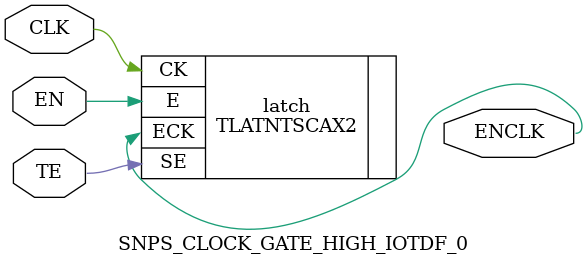
<source format=v>


module IOTDF ( clk, rst, in_en, iot_in, fn_sel, busy, valid, iot_out );
  input [7:0] iot_in;
  input [2:0] fn_sel;
  output [127:0] iot_out;
  input clk, rst, in_en;
  output busy, valid;
  wire   busy_n, valid_n, en12, en123, en45, N93, N94, N95, iot_dir_r,
         n_counter16, N99, N100, N101, N102, N103, N104, N105, N106, N107,
         N108, N109, N110, N111, N112, N113, N114, N115, N116, N117, N118,
         N119, N120, N121, N122, N123, N124, N125, N126, N127, N128, N129,
         N130, N131, N132, N133, N134, N135, N136, N137, N138, N139, N140,
         N141, N142, N143, N144, N145, N146, N147, N148, N149, N150, N151,
         N152, N153, N154, N155, N156, N157, N158, N159, N160, N161, N162,
         first_round, start, N182, N183, N184, N185, N186, N187, N188, N189,
         N190, N191, N192, N193, N194, N195, N196, N197, output_ing, N993,
         N995, N997, N998, N999, N1000, N1001, N1002, N1003, N1004, N1005,
         N1006, N1007, N1008, N1009, N1010, N1011, N1012, N1013, N1014, N1015,
         N1016, N1017, N1018, N1019, N1020, N1021, N1022, N1023, N1024, N1025,
         N1026, N1027, N1028, N1029, N1030, N1031, N1032, N1033, N1034, N1035,
         N1036, N1037, N1038, N1039, N1040, N1041, N1042, N1043, N1044, N1045,
         N1046, N1047, N1048, N1049, N1050, N1051, N1052, N1053, N1054, N1055,
         N1056, N1057, N1058, N1059, N1060, N1061, N1062, N1063, N1064, N1065,
         N1066, N1067, N1068, N1069, N1070, N1071, N1072, N1073, N1074, N1075,
         N1076, N1077, N1078, N1079, N1080, N1081, N1082, N1083, N1084, N1085,
         N1086, N1087, N1088, N1089, N1090, N1091, N1092, N1093, N1094, N1095,
         N1096, N1097, N1098, N1099, N1100, N1101, N1102, N1103, N1104, N1105,
         N1106, N1107, N1108, N1109, N1110, N1111, N1112, N1113, N1114, N1115,
         N1116, N1117, N1118, N1119, N1120, N1121, N1122, N1123, N1124, N1125,
         N1126, N1127, N1128, N1129, N1130, N1131, N1132, N1133, N1134, N1135,
         N1136, N1137, N1138, N1139, N1140, N1141, N1142, N1143, N1144, N1145,
         N1146, N1147, N1148, N1149, N1150, N1151, N1152, N1153, N1154, N1155,
         N1156, N1157, N1158, N1159, N1160, N1161, N1162, N1163, N1164, N1165,
         N1166, N1167, N1168, N1169, N1170, N1171, N1172, N1173, N1174, N1175,
         N1176, N1177, N1178, N1179, N1180, N1181, N1182, N1183, N1184, N1185,
         N1186, N1187, N1188, N1189, N1190, N1191, N1192, N1193, N1194, N1195,
         N1196, N1197, N1198, N1199, N1200, N1201, N1202, N1203, N1204, N1205,
         N1206, N1207, N1208, N1209, N1210, N1211, N1212, N1213, N1214, N1215,
         N1216, N1217, N1218, N1219, N1220, N1221, N1222, N1223, N1224, N1225,
         N1226, N1227, N1228, N1229, N1230, N1231, N1232, N1233, N1234, N1235,
         N1236, N1237, N1238, N1239, N1240, N1241, N1242, N1243, N1244, N1245,
         N1246, N1247, N1248, N1249, N1250, N1253, D_A_r_1_, D_B_r_1_, N1262,
         N1268, first_en_r, N1281, N1282, N1283, N1284, N1285, N1286, N1287,
         N1288, N1289, N1323, net1845, net1851, net1856, net1861, net1866,
         net1871, net1876, net1881, net1886, net1891, net1896, net1901,
         net1906, net1911, net1916, net1921, net1926, net1931, net1936,
         net1941, net1946, net1951, net1956, net1961, net1966, net1971,
         net1976, net1981, net1986, net1991, net1996, net2001, n2909, n2910,
         n2911, n2913, n2914, n2915, n2919, n2920, n2921, n2922, n2923, n2924,
         n2925, n2926, n2927, n2928, n2929, n2930, n2931, n2932, n2933, n2934,
         n2935, n2936, n2937, n2938, n2939, n2940, n2941, n2942, n2943, n2945,
         n2946, n2947, n2948, n2949, n2950, n2951, n2952, n2953, n2954, n2955,
         n2956, n2957, n2958, n2959, n2960, n2961, n2962, n2963, n2964, n2965,
         n2966, n2967, n2968, n2969, n2970, n2971, n2972, n2973, n2974, n2975,
         n2976, n2977, n2978, n2979, n2980, n2981, n2982, n2983, n2984, n2985,
         n2986, n2987, n2988, n2989, n2990, n2991, n2992, n2993, n2994, n2995,
         n2996, n2997, n2998, n2999, n3000, n3001, n3002, n3003, n3004, n3005,
         n3006, n3007, n3008, n3009, n3010, n3011, n3012, n3013, n3014, n3015,
         n3016, n3017, n3018, n3019, n3020, n3021, n3022, n3023, n3024, n3025,
         n3026, n3027, n3028, n3029, n3030, n3031, n3032, n3033, n3034, n3035,
         n3036, n3037, n3038, n3039, n3040, n3041, n3042, n3043, n3044, n3045,
         n3046, n3047, n3048, n3049, n3050, n3051, n3052, n3053, n3054, n3055,
         n3056, n3057, n3058, n3059, n3060, n3061, n3062, n3063, n3064, n3065,
         n3066, n3067, n3068, n3069, n3070, n3071, n3072, n3073, n3074, n3075,
         n3076, n3077, n3078, n3079, n3080, n3081, n3082, n3083, n3084, n3085,
         n3086, n3087, n3088, n3089, n3090, n3091, n3092, n3093, n3094, n3095,
         n3096, n3097, n3098, n3099, n3100, n3101, n3102, n3103, n3104, n3105,
         n3106, n3107, n3108, n3109, n3110, n3111, n3112, n3113, n3114, n3115,
         n3116, n3117, n3118, n3119, n3120, n3121, n3122, n3123, n3124, n3125,
         n3126, n3127, n3128, n3129, n3130, n3131, n3132, n3133, n3134, n3135,
         n3136, n3137, n3138, n3139, n3140, n3141, n3142, n3143, n3144, n3145,
         n3146, n3147, n3148, n3149, n3150, n3151, n3152, n3153, n3154, n3155,
         n3156, n3157, n3158, n3159, n3160, n3161, n3162, n3163, n3164, n3165,
         n3166, n3167, n3168, n3169, n3170, n3171, n3172, n3173, n3174, n3175,
         n3176, n3177, n3178, n3179, n3180, n3181, n3182, n3183, n3184, n3185,
         n3186, n3187, n3188, n3189, n3190, n3191, n3192, n3193, n3194, n3195,
         n3196, n3197, n3198, n3199, n3200, n3201, n3202, n3203, n3204, n3205,
         n3206, n3207, n3208, n3209, n3210, n3211, n3212, n3213, n3214, n3215,
         n3216, n3217, n3218, n3219, n3220, n3221, n3222, n3223, n3224, n3225,
         n3226, n3227, n3228, n3229, n3230, n3231, n3232, n3233, n3234, n3235,
         n3236, n3237, n3238, n3239, n3240, n3241, n3242, n3243, n3244, n3245,
         n3246, n3247, n3248, n3249, n3250, n3251, n3252, n3253, n3254, n3255,
         n3256, n3257, n3258, n3259, n3260, n3261, n3262, n3263, n3264, n3265,
         n3266, n3267, n3268, n3269, n3270, n3271, n3272, n3273, n3274, n3275,
         n3276, n3277, n3278, n3279, n3280, n3281, n3282, n3283, n3284, n3285,
         n3286, n3287, n3288, n3289, n3290, n3291, n3292, n3293, n3294, n3295,
         n3296, n3297, n3298, n3299, n3300, n3301, n3302, n3303, n3304, n3305,
         n3306, n3307, n3308, n3309, n3310, n3311, n3312, n3313, n3314, n3315,
         n3316, n3317, n3318, n3319, n3320, n3321, n3322, n3323, n3324, n3325,
         n3326, n3327, n3328, n3329, n3330, n3331, n3332, n3333, n3334, n3335,
         n3336, n3337, n3338, n3339, n3340, n3341, n3342, n3343, n3344, n3345,
         n3346, n3347, n3348, n3349, n3350, n3351, n3352, n3353, n3354, n3355,
         n3356, n3357, n3358, n3359, n3360, n3361, n3362, n3363, n3364, n3365,
         n3366, n3367, n3368, n3369, n3370, n3371, n3372, n3373, n3374, n3375,
         n3376, n3377, n3378, n3379, n3380, n3381, n3382, n3383, n3384, n3385,
         n3386, n3387, n3388, n3389, n3390, n3391, n3392, n3393, n3394, n3395,
         n3396, n3397, n3398, n3399, n3400, n3401, n3402, n3403, n3404, n3405,
         n3406, n3407, n3408, n3409, n3410, n3411, n3412, n3413, n3414, n3415,
         n3416, n3417, n3418, n3419, n3420, n3421, n3422, n3423, n3424, n3425,
         n3426, n3427, n3428, n3429, n3430, n3431, n3432, n3433, n3434, n3435,
         n3436, n3437, n3438, n3439, n3440, n3441, n3442, n3443, n3444, n3445,
         n3446, n3447, n3448, n3449, n3450, n3451, n3452, n3453, n3454, n3455,
         n3456, n3457, n3458, n3459, n3460, n3461, n3462, n3463, n3464, n3465,
         n3466, n3467, n3468, n3469, n3470, n3471, n3472, n3473, n3474, n3475,
         n3476, n3477, n3478, n3479, n3480, n3481, n3482, n3483, n3484, n3485,
         n3486, n3487, n3488, n3489, n3490, n3491, n3492, n3493, n3494, n3495,
         n3496, n3497, n3498, n3499, n3500, n3501, n3502, n3503, n3504, n3505,
         n3506, n3507, n3508, n3509, n3510, n3511, n3512, n3513, n3514, n3515,
         n3516, n3517, n3518, n3519, n3520, n3521, n3522, n3523, n3524, n3525,
         n3526, n3527, n3528, n3529, n3530, n3531, n3532, n3533, n3534, n3535,
         n3536, n3537, n3538, n3539, n3540, n3541, n3542, n3543, n3544, n3545,
         n3546, n3547, n3548, n3549, n3550, n3551, n3552, n3553, n3554, n3555,
         n3556, n3557, n3558, n3559, n3560, n3561, n3562, n3563, n3564, n3565,
         n3566, n3567, n3568, n3569, n3570, n3571, n3572, n3573, n3574, n3575,
         n3576, n3577, n3578, n3579, n3580, n3581, n3582, n3583, n3584, n3585,
         n3586, n3587, n3588, n3589, n3590, n3591, n3592, n3593, n3594, n3595,
         n3596, n3597, n3598, n3599, n3600, n3601, n3602, n3603, n3604, n3605,
         n3606, n3607, n3608, n3609, n3610, n3611, n3612, n3613, n3614, n3615,
         n3616, n3617, n3618, n3619, n3620, n3621, n3622, n3623, n3624, n3625,
         n3626, n3627, n3628, n3629, n3630, n3631, n3632, n3633, n3634, n3635,
         n3636, n3637, n3638, n3639, n3640, n3641, n3642, n3643, n3644, n3645,
         n3646, n3647, n3648, n3649, n3650, n3651, n3652, n3653, n3654, n3655,
         n3656, n3657, n3658, n3659, n3660, n3661, n3662, n3663, n3664, n3665,
         n3666, n3667, n3668, n3669, n3670, n3671, n3672, n3673, n3674, n3675,
         n3676, n3677, n3678, n3679, n3680, n3681, n3682, n3683, n3684, n3685,
         n3686, n3687, n3688, n3689, n3690, n3691, n3692, n3693, n3694, n3695,
         n3696, n3697, n3698, n3699, n3700, n3701, n3702, n3703, n3704, n3705,
         n3706, n3707, n3708, n3709, n3710, n3711, n3712, n3713, n3714, n3715,
         n3716, n3717, n3718, n3719, n3720, n3721, n3722, n3723, n3724, n3725,
         n3726, n3727, n3728, n3729, n3730, n3731, n3732, n3733, n3734, n3735,
         n3736, n3737, n3738, n3739, n3740, n3741, n3742, n3743, n3744, n3745,
         n3746, n3747, n3748, n3749, n3750, n3751, n3752, n3753, n3754, n3755,
         n3756, n3757, n3758, n3759, n3760, n3761, n3762, n3763, n3764, n3765,
         n3766, n3767, n3768, n3769, n3770, n3771, n3772, n3773, n3774, n3775,
         n3776, n3777, n3778, n3779, n3780, n3781, n3782, n3783, n3784, n3785,
         n3786, n3787, n3788, n3789, n3790, n3791, n3792, n3793, n3794, n3795,
         n3796, n3797, n3798, n3799, n3800, n3801, n3802, n3803, n3804, n3805,
         n3806, n3807, n3808, n3809, n3810, n3811, n3812, n3813, n3814, n3815,
         n3816, n3817, n3818, n3819, n3820, n3821, n3822, n3823, n3824, n3825,
         n3826, n3827, n3828, n3829, n3830, n3831, n3832, n3833, n3834, n3835,
         n3836, n3837, n3838, n3839, n3840, n3841, n3842, n3843, n3844, n3845,
         n3846, n3847, n3848, n3849, n3850, n3851, n3852, n3853, n3854, n3855,
         n3856, n3857, n3858, n3859, n3860, n3861, n3862, n3863, n3864, n3865,
         n3866, n3867, n3868, n3869, n3870, n3871, n3872, n3873, n3874, n3875,
         n3876, n3877, n3878, n3879, n3880, n3881, n3882, n3883, n3884, n3885,
         n3886, n3887, n3888, n3889, n3890, n3891, n3892, n3893, n3894, n3895,
         n3896, n3897, n3898, n3899, n3900, n3901, n3902, n3903, n3904, n3905,
         n3906, n3907, n3908, n3909, n3910, n3911, n3912, n3913, n3914, n3915,
         n3916, n3917, n3918, n3919, n3920, n3921, n3922, n3923, n3924, n3925,
         n3926, n3927, n3928, n3929, n3930, n3931, n3932, n3933, n3934, n3935,
         n3936, n3937, n3938, n3939, n3940, n3941, n3942, n3943, n3944, n3945,
         n3946, n3947, n3948, n3949, n3950, n3951, n3952, n3953, n3954, n3955,
         n3956, n3957, n3958, n3959, n3960, n3961, n3962, n3963, n3964, n3965,
         n3966, n3967, n3968, n3969, n3970, n3971, n3972, n3973, n3974, n3975,
         n3976, n3977, n3978, n3979, n3980, n3981, n3982, n3983, n3984, n3985,
         n3986, n3987, n3988, n3989, n3990, n3991, n3992, n3993, n3994, n3995,
         n3996, n3997, n3998, n3999, n4000, n4001, n4002, n4003, n4004, n4005,
         n4006, n4007, n4008, n4009, n4010, n4011, n4012, n4013, n4014, n4015,
         n4016, n4017, n4018, n4019, n4020, n4021, n4022, n4023, n4024, n4025,
         n4026, n4027, n4028, n4029, n4030, n4031, n4032, n4033, n4034, n4035,
         n4036, n4037, n4038, n4039, n4040, n4041, n4042, n4043, n4044, n4045,
         n4046, n4047, n4048, n4049, n4050, n4051, n4052, n4053, n4054, n4055,
         n4056, n4057, n4058, n4059, n4060, n4061, n4062, n4063, n4064, n4065,
         n4066, n4067, n4068, n4069, n4070, n4071, n4072, n4073, n4074, n4075,
         n4076, n4077, n4078, n4079, n4080, n4081, n4082, n4083, n4084, n4085,
         n4086, n4087, n4088, n4089, n4090, n4091, n4092, n4093, n4094, n4095,
         n4096, n4097, n4098, n4099, n4100, n4101, n4102, n4103, n4104, n4105,
         n4106, n4107, n4108, n4109, n4110, n4111, n4112, n4113, n4114, n4115,
         n4116, n4117, n4118, n4119, n4120, n4121, n4122, n4123, n4124, n4125,
         n4126, n4127, n4128, n4129, n4130, n4131, n4132, n4133, n4134, n4135,
         n4136, n4137, n4138, n4139, n4140, n4141, n4142, n4143, n4144, n4145,
         n4146, n4147, n4148, n4149, n4150, n4151, n4152, n4153, n4154, n4155,
         n4156, n4157, n4158, n4159, n4160, n4161, n4162, n4163, n4164, n4165,
         n4166, n4167, n4168, n4169, n4170, n4171, n4172, n4173, n4174, n4175,
         n4176, n4177, n4178, n4179, n4180, n4181, n4182, n4183, n4184, n4185,
         n4186, n4187, n4188, n4189, n4190, n4191, n4192, n4193, n4194, n4195,
         n4196, n4197, n4198, n4199, n4200, n4201, n4202, n4203, n4204, n4205,
         n4206, n4207, n4208, n4209, n4210, n4211, n4212, n4213, n4214, n4215,
         n4216, n4217, n4218, n4219, n4220, n4221, n4222, n4223, n4224, n4225,
         n4226, n4227, n4228, n4229, n4230, n4231, n4232, n4233, n4234, n4235,
         n4236, n4237, n4238, n4239, n4240, n4241, n4242, n4243, n4244, n4245,
         n4246, n4247, n4248, n4249, n4250, n4251, n4252, n4253, n4254, n4255,
         n4256, n4257, n4258, n4259, n4260, n4261, n4262, n4263, n4264, n4265,
         n4266, n4267, n4268, n4269, n4270, n4271, n4272, n4273, n4274, n4275,
         n4276, n4277, n4278, n4279, n4280, n4281, n4282, n4283, n4284, n4285,
         n4286, n4287, n4288, n4289, n4290, n4291, n4292, n4293, n4294, n4295,
         n4296, n4297, n4298, n4299, n4300, n4301, n4302, n4303, n4304, n4305,
         n4306, n4307, n4308, n4309, n4310, n4311, n4312, n4313, n4314, n4315,
         n4316, n4317, n4318, n4319, n4320, n4321, n4322, n4323, n4324, n4325,
         n4326, n4327, n4328, n4329, n4330, n4331, n4332, n4333, n4334, n4335,
         n4336, n4337, n4338, n4339, n4340, n4341, n4342, n4343, n4344, n4345,
         n4346, n4347, n4348, n4349, n4350, n4351, n4352, n4353, n4354, n4355,
         n4356, n4357, n4358, n4359, n4360, n4361, n4362, n4363, n4364, n4365,
         n4366, n4367, n4368, n4369, n4370, n4371, n4372, n4373, n4374, n4375,
         n4376, n4377, n4378, n4379, n4380, n4381, n4382, n4383, n4384, n4385,
         n4386, n4387, n4388, n4389, n4390, n4391, n4392, n4393, n4394, n4395,
         n4396, n4397, n4398, n4399, n4400, n4401, n4402, n4403, n4404, n4405,
         n4406, n4407, n4408, n4409, n4410, n4411, n4412, n4413, n4414, n4415,
         n4416, n4417, n4418, n4419, n4420, n4421, n4422, n4423, n4424, n4425,
         n4426, n4427, n4428, n4429, n4430, n4431, n4432, n4433, n4434, n4435,
         n4436, n4437, n4438, n4439, n4440, n4441, n4442, n4443, n4444, n4445,
         n4446, n4447, n4448, n4449, n4450, n4451, n4452, n4453, n4454, n4455,
         n4456, n4457, n4458, n4459, n4460, n4461, n4462, n4463, n4464, n4465,
         n4466, n4467, n4468, n4469, n4470, n4471, n4472, n4473, n4474, n4475,
         n4476, n4477, n4478, n4479, n4480, n4481, n4482, n4483, n4484, n4485,
         n4486, n4487, n4488, n4489, n4490, n4491, n4492, n4493, n4494, n4495,
         n4496, n4497, n4498, n4499, n4500, n4501, n4502, n4503, n4504, n4505,
         n4506, n4507, n4508, n4509, n4510, n4511, n4512, n4513, n4514, n4515,
         n4516, n4517, n4518, n4519, n4520, n4521, n4522, n4523, n4524, n4525,
         n4526, n4527, n4528, n4529, n4530, n4531, n4532, n4533, n4534, n4535,
         n4536, n4537, n4538, n4539, n4540, n4541, n4542, n4543, n4544, n4545,
         n4546, n4547, n4548, n4549, n4550, n4551, n4552, n4553, n4554, n4555,
         n4556, n4557, n4558, n4559, n4560, n4561, n4562, n4563, n4564, n4565,
         n4566, n4567, n4568, n4569, n4570, n4571, n4572, n4573, n4574, n4575,
         n4576, n4577, n4578, n4579, n4580, n4581, n4582, n4583, n4584, n4585,
         n4586, n4587, n4588, n4589, n4590, n4591, n4592, n4593, n4594, n4595,
         n4596, n4597, n4598, n4599, n4600, n4601, n4602, n4603, n4604, n4605,
         n4606, n4607, n4608, n4609, n4610, n4611, n4612, n4613, n4614, n4615,
         n4616, n4617, n4618, n4619, n4620, n4621, n4622, n4623, n4624, n4625,
         n4626, n4627, n4628, n4629, n4630, n4631, n4632, n4633, n4634, n4635,
         n4636, n4637, n4638, n4639, n4640, n4641, n4642, n4643, n4644, n4645,
         n4646, n4647, n4648, n4649, n4650, n4651, n4652, n4653, n4654, n4655,
         n4656, n4657, n4658, n4659, n4660, n4661, n4662, n4663, n4664, n4665,
         n4666, n4667, n4668, n4669, n4670, n4671, n4672, n4673, n4674, n4675,
         n4676, n4677, n4678, n4679, n4680, n4681, n4682, n4683, n4684, n4685,
         n4686, n4687, n4688, n4689, n4690, n4691, n4692, n4693, n4694, n4695,
         n4696, n4697, n4698, n4699, n4700, n4701, n4702, n4703, n4704, n4705,
         n4706, n4707, n4708, n4709, n4710, n4711, n4712, n4713, n4714, n4715,
         n4716, n4717, n4718, n4719, n4720, n4721, n4722, n4723, n4724, n4725,
         n4726, n4727, n4728, n4729, n4730, n4731, n4732, n4733, n4734, n4735,
         n4736, n4737, n4738, n4739, n4740, n4741, n4742, n4743, n4744, n4745,
         n4746, n4747, n4748, n4749, n4750, n4751, n4752, n4753, n4754, n4755,
         n4756, n4757, n4758, n4759, n4760, n4761, n4762, n4763, n4764, n4765,
         n4766, n4767, n4768, n4769, n4770, n4771, n4772, n4773, n4774, n4775,
         n4776, n4777, n4778, n4779, n4780, n4781, n4782, n4783, n4784, n4785,
         n4786, n4787, n4788, n4789, n4790, n4791, n4792, n4793, n4794, n4795,
         n4796, n4797, n4798, n4799, n4800, n4801, n4802, n4803, n4804, n4805,
         n4806, n4807, n4808, n4809, n4810, n4811, n4812, n4813, n4814, n4815,
         n4816, n4817, n4818, n4819, n4820, n4821, n4822, n4823, n4824, n4825,
         n4826, n4827, n4828, n4829, n4830, n4831, n4832, n4833, n4834, n4835,
         n4836, n4837, n4838, n4839, n4840, n4841, n4842, n4843, n4844, n4845,
         n4846, n4847, n4848, n4849, n4850, n4851, n4852, n4853, n4854, n4855,
         n4856, n4857, n4858, n4859, n4860, n4861, n4862, n4863, n4864, n4865,
         n4866, n4867, n4868, n4869, n4870, n4871, n4872, n4873, n4874, n4875,
         n4876, n4877, n4878, n4879, n4880, n4881, n4882, n4883, n4884, n4885,
         n4886, n4887, n4888, n4889, n4890, n4891, n4892, n4893, n4894, n4895,
         n4896, n4897, n4898, n4899, n4900, n4901, n4902, n4903, n4904, n4905,
         n4906, n4907, n4908, n4909, n4910, n4911, n4912, n4913, n4914, n4915,
         n4916, n4917, n4918, n4919, n4920, n4921, n4922, n4923, n4924, n4925,
         n4926, n4927, n4928, n4929, n4930, n4931, n4932, n4933, n4934, n4935,
         n4936, n4937, n4938, n4939, n4940, n4941, n4942, n4943, n4944, n4945,
         n4946, n4947, n4948, n4949, n4950, n4951, n4952, n4953, n4954, n4955,
         n4956, n4957, n4958, n4959, n4960, n4961, n4962, n4963, n4964, n4965,
         n4966, n4967, n4968, n4969, n4970, n4971, n4972, n4973, n4974, n4975,
         n4976, n4977, n4978, n4979, n4980, n4981, n4982, n4983, n4984, n4985,
         n4986, n4987, n4988, n4989, n4990, n4991, n4992, n4993, n4994, n4995,
         n4996, n4997, n4998, n4999, n5000, n5001, n5002, n5003, n5004, n5005,
         n5006, n5007, n5008, n5009, n5010, n5011, n5012, n5013, n5014, n5015,
         n5016, n5017, n5018, n5019, n5020, n5021, n5022, n5023, n5024, n5025,
         n5026, n5027, n5028, n5029, n5030, n5031, n5032, n5033, n5034, n5035,
         n5036, n5037, n5038, n5039, n5040, n5041, n5042, n5043, n5044, n5045,
         n5046, n5047, n5048, n5049, n5050, n5051, n5052, n5053, n5054, n5055,
         n5056, n5057, n5058, n5059, n5060, n5061, n5062, n5063, n5064, n5065,
         n5066, n5067, n5068, n5069, n5070, n5071, n5072, n5073, n5074, n5075,
         n5076, n5077, n5078, n5079, n5080, n5081, n5082, n5083, n5084, n5085,
         n5086, n5087, n5088, n5089, n5090, n5091, n5092, n5093, n5094, n5095,
         n5096, n5097, n5098, n5099, n5100, n5101, n5102, n5103, n5104, n5105,
         n5106, n5107, n5108, n5109, n5110, n5111, n5112, n5113, n5114, n5115,
         n5116, n5117, n5118, n5119, n5120, n5121, n5122, n5123, n5124, n5125,
         n5126, n5127, n5128, n5129, n5130, n5131, n5132, n5133, n5134, n5135,
         n5136, n5137, n5138, n5139, n5140, n5141, n5142, n5143, n5144, n5145,
         n5146, n5147, n5148, n5149, n5150, n5151, n5152, n5153, n5154, n5155,
         n5156, n5157, n5158, n5159, n5160, n5161, n5162, n5163, n5164, n5165,
         n5166, n5167, n5168, n5169, n5170, n5171, n5172, n5173, n5174, n5175,
         n5176, n5177, n5178, n5179, n5180, n5181, n5182, n5183, n5184, n5185,
         n5186, n5187, n5188, n5189, n5190, n5191, n5192, n5193, n5194, n5195,
         n5196, n5197, n5198, n5199, n5200, n5201, n5202, n5203, n5204, n5205,
         n5206, n5207, n5208, n5209, n5210, n5211, n5212, n5213, n5214, n5215,
         n5216, n5217, n5218, n5219, n5220, n5221, n5222, n5223, n5224, n5225,
         n5226, n5227, n5228, n5229, n5230, n5231, n5232, n5233, n5234, n5235,
         n5236, n5237, n5238, n5239, n5240, n5241, n5242, n5243, n5244, n5245,
         n5246, n5247, n5248, n5249, n5250, n5251, n5252, n5253, n5254, n5255,
         n5256, n5257, n5258, n5259, n5260, n5261, n5262, n5263, n5264, n5265,
         n5266, n5267, n5268, n5269, n5270, n5271, n5272, n5273, n5274, n5275,
         n5276, n5277, n5278, n5279, n5280, n5281, n5282, n5283, n5284, n5285,
         n5286, n5287, n5288, n5289, n5290, n5291, n5292, n5293, n5294, n5295,
         n5296, n5297, n5298, n5299, n5300, n5301, n5302, n5303, n5304, n5305,
         n5306, n5307, n5308, n5309, n5310, n5311, n5312, n5313, n5314, n5315,
         n5316, n5317, n5318, n5319, n5320, n5321, n5322, n5323, n5324, n5325,
         n5326, n5327, n5328, n5329, n5330, n5331, n5332, n5333, n5334, n5335,
         n5336, n5337, n5338, n5339, n5340, n5341, n5342, n5343, n5344, n5345,
         n5346, n5347, n5348, n5349, n5350, n5351, n5352, n5353, n5354, n5355,
         n5356, n5357, n5358, n5359, n5360, n5361, n5362, n5363, n5364, n5365,
         n5366, n5367, n5368, n5369, n5370, n5371, n5372, n5373, n5374, n5375,
         n5376, n5377, n5378, n5379, n5380, n5381, n5382, n5383, n5384, n5385,
         n5386, n5387, n5388, n5389, n5390, n5391, n5392, n5393, n5394, n5395,
         n5396, n5397, n5398, n5399, n5400, n5401, n5402, n5403, n5404, n5405,
         n5406, n5407, n5408, n5409, n5410, n5411, n5412, n5413, n5414, n5415,
         n5416, n5417, n5418, n5419, n5420, n5421, n5422, n5423, n5424, n5425,
         n5426, n5427, n5428, n5429, n5430, n5431, n5432, n5433, n5434, n5435,
         n5436, n5437, n5438, n5439, n5440, n5441, n5442, n5443, n5444, n5445,
         n5446, n5447, n5448, n5449, n5450, n5451, n5452, n5453, n5454, n5455,
         n5456, n5457, n5458, n5459, n5460, n5461, n5462, n5463, n5464, n5465,
         n5466, n5467, n5468, n5469, n5470, n5471, n5472, n5473, n5474, n5475,
         n5476, n5477, n5478, n5479, n5480, n5481, n5482, n5483, n5484, n5485,
         n5486, n5487, n5488, n5489, n5490, n5491, n5492, n5493, n5494, n5495,
         n5496, n5497, n5498, n5499, n5500, n5501, n5502, n5503, n5504, n5505,
         n5506, n5507, n5508, n5509, n5510, n5511, n5512, n5513, n5514, n5515,
         n5516, n5517, n5518, n5519, n5520, n5521, n5522, n5523, n5524, n5525,
         n5526, n5527, n5528, n5529, n5530, n5531, n5532, n5533, n5534, n5535,
         n5536, n5537, n5538, n5539, n5540, n5541, n5542, n5543, n5544, n5545,
         n5546, n5547, n5548, n5549, n5550, n5551, n5552, n5553, n5554, n5555,
         n5556, n5557, n5558, n5559, n5560, n5561, n5562, n5563, n5564, n5565,
         n5566, n5567, n5568, n5569, n5570, n5571, n5572, n5573, n5574, n5575,
         n5576, n5577, n5578, n5579, n5580, n5581, n5582, n5583, n5584, n5585,
         n5586, n5587, n5588, n5589, n5590, n5591, n5592, n5593, n5594, n5595,
         n5596, n5597, n5598, n5599, n5600, n5601, n5602, n5603, n5604, n5605,
         n5606, n5607, n5608, n5609, n5610, n5611, n5612, n5613, n5614, n5615,
         n5616, n5617, n5618, n5619, n5620, n5621, n5622, n5623, n5624, n5625,
         n5626, n5627, n5628, n5629, n5630, n5631, n5632, n5633, n5634, n5635,
         n5636, n5637, n5638, n5639, n5640, n5641, n5642, n5643, n5644, n5645,
         n5646, n5647, n5648, n5649, n5650, n5651, n5652, n5653, n5654, n5655,
         n5656, n5657, n5658, n5659, n5660, n5661, n5662, n5663, n5664, n5665,
         n5666, n5667, n5668, n5669, n5670, n5671, n5672, n5673, n5674, n5675,
         n5676, n5677, n5678, n5679, n5680, n5681, n5682, n5683, n5684, n5685,
         n5686, n5687, n5688, n5689, n5690, n5691, n5692, n5693, n5694, n5695,
         n5696, n5697, n5698, n5699, n5700, n5701, n5702, n5703, n5704, n5705,
         n5706, n5707, n5708, n5709, n5710, n5711, n5712, n5713, n5714, n5715,
         n5716, n5717, n5718, n5719, n5720, n5721, n5722, n5723, n5724, n5725,
         n5726, n5727, n5728, n5729, n5730, n5731, n5732, n5733, n5734, n5735,
         n5736, n5737, n5738, n5739, n5740, n5741, n5742, n5743, n5744, n5745,
         n5746, n5747, n5748, n5749, n5750, n5751, n5752, n5753, n5754, n5755,
         n5756, n5757, n5758, n5759, n5760, n5761, n5762, n5763, n5764, n5765,
         n5766, n5767, n5768, n5769, n5770, n5771, n5772, n5773, n5774, n5775,
         n5776, n5777, n5778, n5779, n5780, n5781, n5782, n5783, n5784, n5785,
         n5786, n5787, n5788, n5789, n5790, n5791, n5792, n5793, n5794, n5795,
         n5796, n5797, n5798, n5799, n5800, n5801, n5802, n5803, n5804, n5805,
         n5806, n5807, n5808, n5809, n5810, n5811, n5812, n5813, n5814, n5815,
         n5816, n5817, n5818, n5819, n5820, n5821, n5822, n5823, n5824, n5825,
         n5826, n5827, n5828, n5829, n5830, n5831, n5832, n5833, n5834, n5835,
         n5836, n5837, n5838, n5839, n5840, n5841, n5842, n5843, n5844, n5845,
         n5846, n5847, n5848, n5849, n5850, n5851, n5852, n5853, n5854, n5855,
         n5856, n5857, n5858, n5859, n5860, n5861, n5862, n5863, n5864, n5865,
         n5866, n5867, n5868, n5869, n5870, n5871;
  wire   [127:3] iotA_bus;
  wire   [127:0] iotB_bus;
  wire   [31:0] R_r;
  wire   [56:0] main_key_r;
  wire   [47:0] K1;
  wire   [46:4] K2;
  wire   [63:0] plaintext;
  wire   [63:0] main_key;
  wire   [7:0] iot_in_buff;
  wire   [1:0] fn_sel_reg;
  wire   [5:0] counter;
  wire   [5:0] counter_n;
  wire   [31:0] L_r;
  wire   [31:0] R_n;
  wire   [31:0] L_n;
  wire   [2:0] crc_r;
  wire   [2:0] crc_n;
  wire   [7:0] counter_compare;
  wire   [7:1] iot_data_r45;
  wire   [3:0] compare_addr_rd;

  SNPS_CLOCK_GATE_HIGH_IOTDF_0 clk_gate_iot_in_buff_reg ( .CLK(clk), .EN(in_en), .ENCLK(net1845), .TE(1'b0) );
  SNPS_CLOCK_GATE_HIGH_IOTDF_31 clk_gate_counter_reg ( .CLK(clk), .EN(en123), 
        .ENCLK(net1851), .TE(1'b0) );
  SNPS_CLOCK_GATE_HIGH_IOTDF_30 clk_gate_L_r_reg ( .CLK(clk), .EN(en12), 
        .ENCLK(net1856), .TE(1'b0) );
  SNPS_CLOCK_GATE_HIGH_IOTDF_29 clk_gate_main_key_r_reg ( .CLK(clk), .EN(en12), 
        .ENCLK(net1861), .TE(1'b0) );
  SNPS_CLOCK_GATE_HIGH_IOTDF_28 clk_gate_main_key_r_reg_0 ( .CLK(clk), .EN(
        en12), .ENCLK(net1866), .TE(1'b0) );
  SNPS_CLOCK_GATE_HIGH_IOTDF_27 clk_gate_R_r_reg ( .CLK(clk), .EN(N1323), 
        .ENCLK(net1871), .TE(1'b0) );
  SNPS_CLOCK_GATE_HIGH_IOTDF_26 clk_gate_iot_data_r_reg_0_ ( .CLK(clk), .EN(
        N197), .ENCLK(net1876), .TE(1'b0) );
  SNPS_CLOCK_GATE_HIGH_IOTDF_25 clk_gate_iot_data_r_reg_1_ ( .CLK(clk), .EN(
        N196), .ENCLK(net1881), .TE(1'b0) );
  SNPS_CLOCK_GATE_HIGH_IOTDF_24 clk_gate_iot_data_r_reg_2_ ( .CLK(clk), .EN(
        N195), .ENCLK(net1886), .TE(1'b0) );
  SNPS_CLOCK_GATE_HIGH_IOTDF_23 clk_gate_iot_data_r_reg_3_ ( .CLK(clk), .EN(
        N194), .ENCLK(net1891), .TE(1'b0) );
  SNPS_CLOCK_GATE_HIGH_IOTDF_22 clk_gate_iot_data_r_reg_4_ ( .CLK(clk), .EN(
        N193), .ENCLK(net1896), .TE(1'b0) );
  SNPS_CLOCK_GATE_HIGH_IOTDF_21 clk_gate_iot_data_r_reg_5_ ( .CLK(clk), .EN(
        N192), .ENCLK(net1901), .TE(1'b0) );
  SNPS_CLOCK_GATE_HIGH_IOTDF_20 clk_gate_iot_data_r_reg_6_ ( .CLK(clk), .EN(
        N191), .ENCLK(net1906), .TE(1'b0) );
  SNPS_CLOCK_GATE_HIGH_IOTDF_19 clk_gate_iot_data_r_reg_7_ ( .CLK(clk), .EN(
        N190), .ENCLK(net1911), .TE(1'b0) );
  SNPS_CLOCK_GATE_HIGH_IOTDF_18 clk_gate_iot_data_r_reg_8_ ( .CLK(clk), .EN(
        N189), .ENCLK(net1916), .TE(1'b0) );
  SNPS_CLOCK_GATE_HIGH_IOTDF_17 clk_gate_iot_data_r_reg_9_ ( .CLK(clk), .EN(
        N188), .ENCLK(net1921), .TE(1'b0) );
  SNPS_CLOCK_GATE_HIGH_IOTDF_16 clk_gate_iot_data_r_reg_10_ ( .CLK(clk), .EN(
        N187), .ENCLK(net1926), .TE(1'b0) );
  SNPS_CLOCK_GATE_HIGH_IOTDF_15 clk_gate_iot_data_r_reg_11_ ( .CLK(clk), .EN(
        N186), .ENCLK(net1931), .TE(1'b0) );
  SNPS_CLOCK_GATE_HIGH_IOTDF_14 clk_gate_iot_data_r_reg_12_ ( .CLK(clk), .EN(
        N185), .ENCLK(net1936), .TE(1'b0) );
  SNPS_CLOCK_GATE_HIGH_IOTDF_13 clk_gate_iot_data_r_reg_13_ ( .CLK(clk), .EN(
        N184), .ENCLK(net1941), .TE(1'b0) );
  SNPS_CLOCK_GATE_HIGH_IOTDF_12 clk_gate_iot_data_r_reg_14_ ( .CLK(clk), .EN(
        N183), .ENCLK(net1946), .TE(1'b0) );
  SNPS_CLOCK_GATE_HIGH_IOTDF_11 clk_gate_iot_data_r_reg_15_ ( .CLK(clk), .EN(
        N182), .ENCLK(net1951), .TE(1'b0) );
  SNPS_CLOCK_GATE_HIGH_IOTDF_10 clk_gate_iot_data_r45_reg ( .CLK(clk), .EN(
        en45), .ENCLK(net1956), .TE(1'b0) );
  SNPS_CLOCK_GATE_HIGH_IOTDF_9 clk_gate_iot_compareA_reg_0_ ( .CLK(clk), .EN(
        N1253), .ENCLK(net1961), .TE(1'b0) );
  SNPS_CLOCK_GATE_HIGH_IOTDF_8 clk_gate_iot_compareA_reg_4_ ( .CLK(clk), .EN(
        N1253), .ENCLK(net1966), .TE(1'b0) );
  SNPS_CLOCK_GATE_HIGH_IOTDF_7 clk_gate_iot_compareA_reg_8_ ( .CLK(clk), .EN(
        N1253), .ENCLK(net1971), .TE(1'b0) );
  SNPS_CLOCK_GATE_HIGH_IOTDF_6 clk_gate_iot_compareA_reg_12_ ( .CLK(clk), .EN(
        N1253), .ENCLK(net1976), .TE(1'b0) );
  SNPS_CLOCK_GATE_HIGH_IOTDF_5 clk_gate_iot_compareB_reg_0_ ( .CLK(clk), .EN(
        N1253), .ENCLK(net1981), .TE(1'b0) );
  SNPS_CLOCK_GATE_HIGH_IOTDF_4 clk_gate_iot_compareB_reg_4_ ( .CLK(clk), .EN(
        N1253), .ENCLK(net1986), .TE(1'b0) );
  SNPS_CLOCK_GATE_HIGH_IOTDF_3 clk_gate_iot_compareB_reg_8_ ( .CLK(clk), .EN(
        N1253), .ENCLK(net1991), .TE(1'b0) );
  SNPS_CLOCK_GATE_HIGH_IOTDF_2 clk_gate_iot_compareB_reg_12_ ( .CLK(clk), .EN(
        N1253), .ENCLK(net1996), .TE(1'b0) );
  SNPS_CLOCK_GATE_HIGH_IOTDF_1 clk_gate_counter_compare_reg ( .CLK(clk), .EN(
        N1289), .ENCLK(net2001), .TE(1'b0) );
  DFFRX1 iot_in_buff_reg_7_ ( .D(iot_in[7]), .CK(net1845), .RN(n2909), .Q(
        iot_in_buff[7]) );
  DFFRX1 iot_in_buff_reg_6_ ( .D(iot_in[6]), .CK(net1845), .RN(n2909), .Q(
        iot_in_buff[6]) );
  DFFRX1 iot_in_buff_reg_5_ ( .D(iot_in[5]), .CK(net1845), .RN(n2909), .Q(
        iot_in_buff[5]) );
  DFFRX1 iot_in_buff_reg_4_ ( .D(iot_in[4]), .CK(net1845), .RN(n2909), .Q(
        iot_in_buff[4]) );
  DFFRX1 iot_in_buff_reg_3_ ( .D(iot_in[3]), .CK(net1845), .RN(n2909), .Q(
        iot_in_buff[3]) );
  DFFRX1 iot_in_buff_reg_2_ ( .D(iot_in[2]), .CK(net1845), .RN(n2909), .Q(
        iot_in_buff[2]) );
  DFFRX1 iot_in_buff_reg_1_ ( .D(iot_in[1]), .CK(net1845), .RN(n2909), .Q(
        iot_in_buff[1]) );
  DFFRX1 iot_in_buff_reg_0_ ( .D(iot_in[0]), .CK(net1845), .RN(n2909), .Q(
        iot_in_buff[0]) );
  DFFRX4 fn_sel_reg_reg_0_ ( .D(fn_sel[0]), .CK(clk), .RN(n2936), .Q(
        fn_sel_reg[0]) );
  DFFRX1 counter_reg_5_ ( .D(counter_n[5]), .CK(net1851), .RN(n2936), .Q(
        counter[5]) );
  DFFRX1 counter_reg_4_ ( .D(counter_n[4]), .CK(net1851), .RN(n2936), .Q(
        counter[4]), .QN(n5729) );
  DFFRX1 iot_data_r45_reg_7_ ( .D(iot_in_buff[7]), .CK(net1956), .RN(n2936), 
        .Q(iot_data_r45[7]) );
  DFFRX1 iot_data_r45_reg_6_ ( .D(iot_in_buff[6]), .CK(net1956), .RN(n2936), 
        .Q(iot_data_r45[6]) );
  DFFRX1 iot_data_r45_reg_5_ ( .D(iot_in_buff[5]), .CK(net1956), .RN(n2936), 
        .QN(n5715) );
  DFFRX1 iot_data_r45_reg_4_ ( .D(iot_in_buff[4]), .CK(net1956), .RN(n2936), 
        .Q(iot_data_r45[4]) );
  DFFRX1 iot_data_r45_reg_3_ ( .D(iot_in_buff[3]), .CK(net1956), .RN(n2936), 
        .Q(iot_data_r45[3]) );
  DFFRX1 iot_data_r45_reg_2_ ( .D(iot_in_buff[2]), .CK(net1956), .RN(n2936), 
        .QN(n5702) );
  DFFRX1 iot_data_r45_reg_1_ ( .D(iot_in_buff[1]), .CK(net1956), .RN(n2931), 
        .Q(iot_data_r45[1]) );
  DFFRX1 iot_data_r45_reg_0_ ( .D(iot_in_buff[0]), .CK(net1956), .RN(n2936), 
        .QN(n5688) );
  DFFRX1 counter_compare_reg_1_ ( .D(N1282), .CK(net2001), .RN(n2931), .Q(
        counter_compare[1]), .QN(n5594) );
  DFFRX1 iot_data_r_reg_15__7_ ( .D(iot_in_buff[7]), .CK(net1951), .RN(n2936), 
        .Q(main_key[63]) );
  DFFRX1 main_key_r_reg_63_ ( .D(N162), .CK(net1861), .RN(n2936), .Q(K1[28]), 
        .QN(n5543) );
  DFFRX1 iot_data_r_reg_15__6_ ( .D(iot_in_buff[6]), .CK(net1951), .RN(n2936), 
        .Q(main_key[62]) );
  DFFRX1 main_key_r_reg_62_ ( .D(N161), .CK(net1861), .RN(n2936), .Q(K1[39]), 
        .QN(n2920) );
  DFFRX1 iot_data_r_reg_15__5_ ( .D(iot_in_buff[5]), .CK(net1951), .RN(n2936), 
        .Q(main_key[61]) );
  DFFRX1 main_key_r_reg_61_ ( .D(N160), .CK(net1861), .RN(n2936), .Q(K1[35]), 
        .QN(n2955) );
  DFFRX1 iot_data_r_reg_15__4_ ( .D(iot_in_buff[4]), .CK(net1951), .RN(n2936), 
        .Q(main_key[60]) );
  DFFRX1 main_key_r_reg_60_ ( .D(N159), .CK(net1861), .RN(n2936), .Q(K1[18]), 
        .QN(n5552) );
  DFFRX1 iot_data_r_reg_15__3_ ( .D(iot_in_buff[3]), .CK(net1951), .RN(n2936), 
        .Q(main_key[59]) );
  DFFRX1 main_key_r_reg_59_ ( .D(N158), .CK(net1861), .RN(n2936), .Q(K1[15]), 
        .QN(n5558) );
  DFFRX1 iot_data_r_reg_15__2_ ( .D(iot_in_buff[2]), .CK(net1951), .RN(n2936), 
        .Q(main_key[58]), .QN(n5751) );
  DFFRX1 main_key_r_reg_58_ ( .D(N157), .CK(net1861), .RN(n2936), .Q(K2[4]), 
        .QN(n5563) );
  DFFRX1 iot_data_r_reg_15__1_ ( .D(iot_in_buff[1]), .CK(net1951), .RN(n2909), 
        .Q(main_key[57]) );
  DFFRX1 main_key_r_reg_57_ ( .D(N156), .CK(net1861), .RN(n2909), .Q(K2[7]), 
        .QN(n5551) );
  DFFRX1 iot_data_r_reg_15__0_ ( .D(iot_in_buff[0]), .CK(net1951), .RN(n2909), 
        .Q(main_key[56]) );
  DFFRX1 main_key_r_reg_56_ ( .D(N155), .CK(net1861), .RN(n2909), .Q(
        main_key_r[56]) );
  DFFRX1 iot_data_r_reg_14__7_ ( .D(iot_in_buff[7]), .CK(net1946), .RN(n2909), 
        .Q(main_key[55]) );
  DFFRX1 main_key_r_reg_55_ ( .D(N154), .CK(net1861), .RN(n2909), .Q(K1[38]), 
        .QN(n2959) );
  DFFRX1 iot_data_r_reg_14__6_ ( .D(iot_in_buff[6]), .CK(net1946), .RN(n2909), 
        .Q(main_key[54]) );
  DFFRX1 main_key_r_reg_54_ ( .D(N153), .CK(net1861), .RN(n2909), .Q(K1[47]), 
        .QN(n2919) );
  DFFRX1 iot_data_r_reg_14__5_ ( .D(iot_in_buff[5]), .CK(net1946), .RN(n2909), 
        .Q(main_key[53]) );
  DFFRX1 main_key_r_reg_53_ ( .D(N152), .CK(net1861), .RN(n2909), .Q(K2[37]), 
        .QN(n2954) );
  DFFRX1 iot_data_r_reg_14__4_ ( .D(iot_in_buff[4]), .CK(net1946), .RN(n2909), 
        .Q(main_key[52]) );
  DFFRX1 main_key_r_reg_52_ ( .D(N151), .CK(net1861), .RN(n2909), .Q(K2[6]), 
        .QN(n5565) );
  DFFRX1 iot_data_r_reg_14__3_ ( .D(iot_in_buff[3]), .CK(net1946), .RN(n2936), 
        .Q(main_key[51]) );
  DFFRX1 main_key_r_reg_51_ ( .D(N150), .CK(net1861), .RN(n2936), .Q(K1[3]), 
        .QN(n5555) );
  DFFRX1 iot_data_r_reg_14__2_ ( .D(iot_in_buff[2]), .CK(net1946), .RN(n2936), 
        .Q(main_key[50]) );
  DFFRX1 main_key_r_reg_50_ ( .D(N149), .CK(net1861), .RN(n2936), .Q(K1[4]), 
        .QN(n5553) );
  DFFRX1 iot_data_r_reg_14__1_ ( .D(iot_in_buff[1]), .CK(net1946), .RN(n2936), 
        .Q(main_key[49]) );
  DFFRX1 main_key_r_reg_49_ ( .D(N148), .CK(net1861), .RN(n2909), .Q(K1[7]), 
        .QN(n5557) );
  DFFRX1 iot_data_r_reg_14__0_ ( .D(iot_in_buff[0]), .CK(net1946), .RN(n2936), 
        .Q(main_key[48]) );
  DFFRX1 main_key_r_reg_48_ ( .D(N147), .CK(net1861), .RN(n2936), .Q(
        main_key_r[48]) );
  DFFRX1 iot_data_r_reg_13__7_ ( .D(iot_in_buff[7]), .CK(net1941), .RN(n2936), 
        .Q(main_key[47]) );
  DFFRX1 main_key_r_reg_47_ ( .D(N146), .CK(net1861), .RN(n2936), .Q(K1[42]), 
        .QN(n2958) );
  DFFRX1 iot_data_r_reg_13__6_ ( .D(iot_in_buff[6]), .CK(net1941), .RN(n2936), 
        .Q(main_key[46]) );
  DFFRX1 main_key_r_reg_46_ ( .D(N145), .CK(net1861), .RN(n2936), .Q(K1[25]), 
        .QN(n5529) );
  DFFRX1 iot_data_r_reg_13__5_ ( .D(iot_in_buff[5]), .CK(net1941), .RN(n2931), 
        .Q(main_key[45]) );
  DFFRX1 main_key_r_reg_45_ ( .D(N144), .CK(net1861), .RN(n2931), .Q(K1[37]), 
        .QN(n2953) );
  DFFRX1 iot_data_r_reg_13__4_ ( .D(iot_in_buff[4]), .CK(net1941), .RN(n2936), 
        .Q(main_key[44]) );
  DFFRX1 main_key_r_reg_44_ ( .D(N143), .CK(net1861), .RN(n2931), .Q(K1[6]), 
        .QN(n5549) );
  DFFRX1 iot_data_r_reg_13__3_ ( .D(iot_in_buff[3]), .CK(net1941), .RN(n2931), 
        .Q(main_key[43]) );
  DFFRX1 main_key_r_reg_43_ ( .D(N142), .CK(net1861), .RN(n2931), .Q(K1[10]), 
        .QN(n5539) );
  DFFRX1 iot_data_r_reg_13__2_ ( .D(iot_in_buff[2]), .CK(net1941), .RN(n2931), 
        .Q(main_key[42]) );
  DFFRX1 main_key_r_reg_42_ ( .D(N141), .CK(net1861), .RN(n2936), .Q(K1[23]), 
        .QN(n5533) );
  DFFRX1 iot_data_r_reg_13__1_ ( .D(iot_in_buff[1]), .CK(net1941), .RN(n2931), 
        .Q(main_key[41]) );
  DFFRX1 main_key_r_reg_41_ ( .D(N140), .CK(net1861), .RN(n2931), .Q(K1[13]), 
        .QN(n5527) );
  DFFRX1 iot_data_r_reg_13__0_ ( .D(iot_in_buff[0]), .CK(net1941), .RN(n2936), 
        .Q(main_key[40]) );
  DFFRX1 main_key_r_reg_40_ ( .D(N139), .CK(net1861), .RN(n2931), .Q(
        main_key_r[40]) );
  DFFRX1 iot_data_r_reg_12__7_ ( .D(iot_in_buff[7]), .CK(net1936), .RN(n2909), 
        .Q(main_key[39]), .QN(n5665) );
  DFFRX1 main_key_r_reg_39_ ( .D(N138), .CK(net1861), .RN(n2931), .Q(K1[32]), 
        .QN(n5697) );
  DFFRX1 iot_data_r_reg_12__6_ ( .D(iot_in_buff[6]), .CK(net1936), .RN(n2936), 
        .Q(main_key[38]) );
  DFFRX1 main_key_r_reg_38_ ( .D(N137), .CK(net1861), .RN(n2931), .Q(K1[33]), 
        .QN(n5528) );
  DFFRX1 iot_data_r_reg_12__5_ ( .D(iot_in_buff[5]), .CK(net1936), .RN(n2909), 
        .Q(main_key[37]) );
  DFFRX1 main_key_r_reg_37_ ( .D(N136), .CK(net1861), .RN(n2931), .Q(K1[26]), 
        .QN(n5546) );
  DFFRX1 iot_data_r_reg_12__4_ ( .D(iot_in_buff[4]), .CK(net1936), .RN(n2931), 
        .Q(main_key[36]) );
  DFFRX1 main_key_r_reg_36_ ( .D(N135), .CK(net1861), .RN(n2931), .Q(K1[22]), 
        .QN(n5532) );
  DFFRX1 iot_data_r_reg_12__3_ ( .D(iot_in_buff[3]), .CK(net1936), .RN(n2909), 
        .Q(main_key[35]) );
  DFFRX1 main_key_r_reg_35_ ( .D(N134), .CK(net1861), .RN(n2936), .Q(K1[12]), 
        .QN(n5538) );
  DFFRX1 iot_data_r_reg_12__2_ ( .D(iot_in_buff[2]), .CK(net1936), .RN(n2936), 
        .Q(main_key[34]) );
  DFFRX1 main_key_r_reg_34_ ( .D(N133), .CK(net1861), .RN(n2931), .Q(K1[16]), 
        .QN(n5691) );
  DFFRX1 iot_data_r_reg_12__1_ ( .D(iot_in_buff[1]), .CK(net1936), .RN(n2909), 
        .Q(main_key[33]) );
  DFFRX1 main_key_r_reg_33_ ( .D(N132), .CK(net1861), .RN(n2909), .Q(K1[0]), 
        .QN(n5584) );
  DFFRX1 iot_data_r_reg_12__0_ ( .D(iot_in_buff[0]), .CK(net1936), .RN(n2936), 
        .Q(main_key[32]) );
  DFFRX1 main_key_r_reg_32_ ( .D(N131), .CK(net1861), .RN(n2931), .Q(
        main_key_r[32]) );
  DFFRX1 iot_data_r_reg_11__7_ ( .D(iot_in_buff[7]), .CK(net1931), .RN(n2909), 
        .Q(main_key[31]) );
  DFFRX1 main_key_r_reg_31_ ( .D(N130), .CK(net1866), .RN(n2909), .Q(K1[41]), 
        .QN(n2957) );
  DFFRX1 iot_data_r_reg_11__6_ ( .D(iot_in_buff[6]), .CK(net1931), .RN(n2931), 
        .Q(main_key[30]) );
  DFFRX1 main_key_r_reg_30_ ( .D(N129), .CK(net1866), .RN(n2936), .Q(K1[45]), 
        .QN(n5544) );
  DFFRX1 iot_data_r_reg_11__5_ ( .D(iot_in_buff[5]), .CK(net1931), .RN(n2909), 
        .Q(main_key[29]) );
  DFFRX1 main_key_r_reg_29_ ( .D(N128), .CK(net1866), .RN(n2909), .Q(K1[34]), 
        .QN(n5566) );
  DFFRX1 iot_data_r_reg_11__4_ ( .D(iot_in_buff[4]), .CK(net1931), .RN(n2936), 
        .Q(main_key[28]) );
  DFFRX1 main_key_r_reg_28_ ( .D(N127), .CK(net1866), .RN(n2931), .Q(K1[27]), 
        .QN(n5545) );
  DFFRX1 iot_data_r_reg_11__3_ ( .D(iot_in_buff[3]), .CK(net1931), .RN(n2931), 
        .Q(main_key[27]) );
  DFFRX1 main_key_r_reg_27_ ( .D(N126), .CK(net1866), .RN(n2931), .Q(K1[19]), 
        .QN(n5585) );
  DFFRX1 iot_data_r_reg_11__2_ ( .D(iot_in_buff[2]), .CK(net1931), .RN(n2931), 
        .Q(main_key[26]) );
  DFFRX1 main_key_r_reg_26_ ( .D(N125), .CK(net1866), .RN(n2931), .Q(K1[9]), 
        .QN(n5586) );
  DFFRX1 iot_data_r_reg_11__1_ ( .D(iot_in_buff[1]), .CK(net1931), .RN(n2931), 
        .Q(main_key[25]) );
  DFFRX1 main_key_r_reg_25_ ( .D(N124), .CK(net1866), .RN(n2931), .Q(K1[21]), 
        .QN(n5536) );
  DFFRX1 iot_data_r_reg_11__0_ ( .D(iot_in_buff[0]), .CK(net1931), .RN(n2931), 
        .Q(main_key[24]) );
  DFFRX1 main_key_r_reg_24_ ( .D(N123), .CK(net1866), .RN(n2931), .Q(
        main_key_r[24]) );
  DFFRX1 iot_data_r_reg_10__7_ ( .D(iot_in_buff[7]), .CK(net1926), .RN(n2931), 
        .Q(main_key[23]) );
  DFFRX1 main_key_r_reg_23_ ( .D(N122), .CK(net1866), .RN(n2931), .Q(K1[24]), 
        .QN(n5556) );
  DFFRX1 iot_data_r_reg_10__6_ ( .D(iot_in_buff[6]), .CK(net1926), .RN(n2931), 
        .Q(main_key[22]) );
  DFFRX1 main_key_r_reg_22_ ( .D(N121), .CK(net1866), .RN(n2931), .Q(K1[36]), 
        .QN(n5548) );
  DFFRX1 iot_data_r_reg_10__5_ ( .D(iot_in_buff[5]), .CK(net1926), .RN(n2936), 
        .Q(main_key[21]) );
  DFFRX1 main_key_r_reg_21_ ( .D(N120), .CK(net1866), .RN(n2931), .Q(K2[46]), 
        .QN(n5560) );
  DFFRX1 iot_data_r_reg_10__4_ ( .D(iot_in_buff[4]), .CK(net1926), .RN(n2931), 
        .Q(main_key[20]) );
  DFFRX1 main_key_r_reg_20_ ( .D(N119), .CK(net1866), .RN(n2931), .Q(K1[31]), 
        .QN(n5559) );
  DFFRX1 iot_data_r_reg_10__3_ ( .D(iot_in_buff[3]), .CK(net1926), .RN(n2931), 
        .Q(main_key[19]) );
  DFFRX1 main_key_r_reg_19_ ( .D(N118), .CK(net1866), .RN(n2931), .Q(K1[5]), 
        .QN(n5535) );
  DFFRX1 iot_data_r_reg_10__2_ ( .D(iot_in_buff[2]), .CK(net1926), .RN(n2931), 
        .Q(main_key[18]) );
  DFFRX1 main_key_r_reg_18_ ( .D(N117), .CK(net1866), .RN(n2931), .Q(K2[20]), 
        .QN(n5588) );
  DFFRX1 iot_data_r_reg_10__1_ ( .D(iot_in_buff[1]), .CK(net1926), .RN(n2931), 
        .Q(main_key[17]) );
  DFFRX1 main_key_r_reg_17_ ( .D(N116), .CK(net1866), .RN(n2931), .Q(K1[17]), 
        .QN(n5531) );
  DFFRX1 iot_data_r_reg_10__0_ ( .D(iot_in_buff[0]), .CK(net1926), .RN(n2931), 
        .Q(main_key[16]) );
  DFFRX1 main_key_r_reg_16_ ( .D(N115), .CK(net1866), .RN(n2931), .Q(
        main_key_r[16]) );
  DFFRX1 iot_data_r_reg_9__7_ ( .D(iot_in_buff[7]), .CK(net1921), .RN(n2931), 
        .Q(main_key[15]) );
  DFFRX1 main_key_r_reg_15_ ( .D(N114), .CK(net1866), .RN(n2936), .Q(K1[43]), 
        .QN(n5550) );
  DFFRX1 iot_data_r_reg_9__6_ ( .D(iot_in_buff[6]), .CK(net1921), .RN(n2936), 
        .Q(main_key[14]) );
  DFFRX1 main_key_r_reg_14_ ( .D(N113), .CK(net1866), .RN(n2931), .Q(K2[30]), 
        .QN(n5564) );
  DFFRX1 iot_data_r_reg_9__5_ ( .D(iot_in_buff[5]), .CK(net1921), .RN(n2936), 
        .Q(main_key[13]) );
  DFFRX1 main_key_r_reg_13_ ( .D(N112), .CK(net1866), .RN(n2936), .Q(K1[46]), 
        .QN(n5568) );
  DFFRX1 iot_data_r_reg_9__4_ ( .D(iot_in_buff[4]), .CK(net1921), .RN(n2931), 
        .Q(main_key[12]) );
  DFFRX1 main_key_r_reg_12_ ( .D(N111), .CK(net1866), .RN(n2936), .Q(K2[44]), 
        .QN(n2952) );
  DFFRX1 iot_data_r_reg_9__3_ ( .D(iot_in_buff[3]), .CK(net1921), .RN(n2936), 
        .Q(main_key[11]) );
  DFFRX1 main_key_r_reg_11_ ( .D(N110), .CK(net1866), .RN(n2936), .Q(K1[14]), 
        .QN(n5590) );
  DFFRX1 iot_data_r_reg_9__2_ ( .D(iot_in_buff[2]), .CK(net1921), .RN(n2936), 
        .Q(main_key[10]) );
  DFFRX1 main_key_r_reg_10_ ( .D(N109), .CK(net1866), .RN(n2936), .Q(K1[20]), 
        .QN(n5587) );
  DFFRX1 iot_data_r_reg_9__1_ ( .D(iot_in_buff[1]), .CK(net1921), .RN(n2931), 
        .Q(main_key[9]) );
  DFFRX1 main_key_r_reg_9_ ( .D(N108), .CK(net1866), .RN(n2931), .Q(K1[1]), 
        .QN(n5537) );
  DFFRX1 iot_data_r_reg_9__0_ ( .D(iot_in_buff[0]), .CK(net1921), .RN(n2931), 
        .Q(main_key[8]) );
  DFFRX1 main_key_r_reg_8_ ( .D(N107), .CK(net1866), .RN(n2931), .Q(
        main_key_r[8]) );
  DFFRX1 iot_data_r_reg_8__7_ ( .D(iot_in_buff[7]), .CK(net1916), .RN(n2936), 
        .Q(main_key[7]) );
  DFFRX1 main_key_r_reg_7_ ( .D(N106), .CK(net1866), .RN(n2931), .Q(K1[40]), 
        .QN(n5696) );
  DFFRX1 iot_data_r_reg_8__6_ ( .D(iot_in_buff[6]), .CK(net1916), .RN(n2909), 
        .Q(main_key[6]) );
  DFFRX1 main_key_r_reg_6_ ( .D(N105), .CK(net1866), .RN(n2936), .Q(K1[30]), 
        .QN(n5561) );
  DFFRX1 iot_data_r_reg_8__5_ ( .D(iot_in_buff[5]), .CK(net1916), .RN(n2931), 
        .Q(main_key[5]) );
  DFFRX1 main_key_r_reg_5_ ( .D(N104), .CK(net1866), .RN(n2909), .Q(K1[29]), 
        .QN(n5534) );
  DFFRX1 iot_data_r_reg_8__4_ ( .D(iot_in_buff[4]), .CK(net1916), .RN(n2909), 
        .Q(main_key[4]) );
  DFFRX1 main_key_r_reg_4_ ( .D(N103), .CK(net1866), .RN(n2909), .Q(K1[44]), 
        .QN(n5530) );
  DFFRX1 iot_data_r_reg_8__3_ ( .D(iot_in_buff[3]), .CK(net1916), .RN(n2909), 
        .Q(main_key[3]), .QN(n5755) );
  DFFRX1 main_key_r_reg_3_ ( .D(N102), .CK(net1866), .RN(n2909), .Q(K1[11]), 
        .QN(n5554) );
  DFFRX1 iot_data_r_reg_8__2_ ( .D(iot_in_buff[2]), .CK(net1916), .RN(n2936), 
        .Q(main_key[2]) );
  DFFRX1 main_key_r_reg_2_ ( .D(N101), .CK(net1866), .RN(n2931), .Q(K1[2]), 
        .QN(n5700) );
  DFFRX1 iot_data_r_reg_8__1_ ( .D(iot_in_buff[1]), .CK(net1916), .RN(n2931), 
        .Q(main_key[1]) );
  DFFRX1 main_key_r_reg_1_ ( .D(N100), .CK(net1866), .RN(n2931), .Q(K1[8]), 
        .QN(n5693) );
  DFFRX1 iot_data_r_reg_8__0_ ( .D(iot_in_buff[0]), .CK(net1916), .RN(n2936), 
        .Q(main_key[0]) );
  DFFRX1 main_key_r_reg_0_ ( .D(N99), .CK(net1866), .RN(n2909), .Q(
        main_key_r[0]) );
  DFFRX1 iot_data_r_reg_7__7_ ( .D(iot_in_buff[7]), .CK(net1911), .RN(n2936), 
        .Q(plaintext[63]), .QN(n5749) );
  DFFRX1 iot_data_r_reg_7__6_ ( .D(iot_in_buff[6]), .CK(net1911), .RN(n2936), 
        .Q(plaintext[62]), .QN(n5732) );
  DFFRX1 iot_data_r_reg_7__5_ ( .D(iot_in_buff[5]), .CK(net1911), .RN(n2909), 
        .Q(plaintext[61]), .QN(n5750) );
  DFFRX1 iot_data_r_reg_7__4_ ( .D(iot_in_buff[4]), .CK(net1911), .RN(n2931), 
        .Q(plaintext[60]), .QN(n5728) );
  DFFRX1 iot_data_r_reg_7__3_ ( .D(iot_in_buff[3]), .CK(net1911), .RN(n2936), 
        .Q(plaintext[59]), .QN(n5768) );
  DFFRX1 iot_data_r_reg_7__2_ ( .D(iot_in_buff[2]), .CK(net1911), .RN(n2936), 
        .Q(plaintext[58]), .QN(n5623) );
  DFFRX1 iot_data_r_reg_7__1_ ( .D(iot_in_buff[1]), .CK(net1911), .RN(n2931), 
        .Q(plaintext[57]), .QN(n5737) );
  DFFRX1 iot_data_r_reg_7__0_ ( .D(iot_in_buff[0]), .CK(net1911), .RN(n2931), 
        .Q(plaintext[56]), .QN(n5811) );
  DFFRX1 iot_data_r_reg_6__7_ ( .D(iot_in_buff[7]), .CK(net1906), .RN(n2936), 
        .QN(n5756) );
  DFFRX1 iot_data_r_reg_6__6_ ( .D(iot_in_buff[6]), .CK(net1906), .RN(n2931), 
        .QN(n5578) );
  DFFRX1 iot_data_r_reg_6__5_ ( .D(iot_in_buff[5]), .CK(net1906), .RN(n2936), 
        .Q(plaintext[53]), .QN(n5734) );
  DFFRX1 iot_data_r_reg_6__4_ ( .D(iot_in_buff[4]), .CK(net1906), .RN(n2931), 
        .Q(plaintext[52]), .QN(n5617) );
  DFFRX1 iot_data_r_reg_6__3_ ( .D(iot_in_buff[3]), .CK(net1906), .RN(n2931), 
        .Q(plaintext[51]), .QN(n5742) );
  DFFRX1 iot_data_r_reg_6__2_ ( .D(iot_in_buff[2]), .CK(net1906), .RN(n2936), 
        .Q(plaintext[50]), .QN(n5736) );
  DFFRX1 iot_data_r_reg_6__1_ ( .D(iot_in_buff[1]), .CK(net1906), .RN(n2936), 
        .Q(plaintext[49]), .QN(n5731) );
  DFFRX1 iot_data_r_reg_6__0_ ( .D(iot_in_buff[0]), .CK(net1906), .RN(n2909), 
        .Q(plaintext[48]), .QN(n5812) );
  DFFRX1 iot_data_r_reg_5__7_ ( .D(iot_in_buff[7]), .CK(net1901), .RN(n2931), 
        .Q(plaintext[47]), .QN(n5810) );
  DFFRX1 iot_data_r_reg_5__6_ ( .D(iot_in_buff[6]), .CK(net1901), .RN(n2936), 
        .Q(plaintext[46]), .QN(n5743) );
  DFFRX1 iot_data_r_reg_5__5_ ( .D(iot_in_buff[5]), .CK(net1901), .RN(n2936), 
        .Q(plaintext[45]), .QN(n5740) );
  DFFRX1 iot_data_r_reg_5__4_ ( .D(iot_in_buff[4]), .CK(net1901), .RN(n2909), 
        .Q(plaintext[44]), .QN(n5727) );
  DFFRX1 iot_data_r_reg_5__3_ ( .D(iot_in_buff[3]), .CK(net1901), .RN(n2931), 
        .Q(plaintext[43]), .QN(n5747) );
  DFFRX1 iot_data_r_reg_5__2_ ( .D(iot_in_buff[2]), .CK(net1901), .RN(n2936), 
        .Q(plaintext[42]), .QN(n5577) );
  DFFRX1 iot_data_r_reg_5__1_ ( .D(iot_in_buff[1]), .CK(net1901), .RN(n2909), 
        .Q(plaintext[41]), .QN(n5735) );
  DFFRX1 iot_data_r_reg_5__0_ ( .D(iot_in_buff[0]), .CK(net1901), .RN(n2936), 
        .Q(plaintext[40]), .QN(n5675) );
  DFFRX1 iot_data_r_reg_4__7_ ( .D(iot_in_buff[7]), .CK(net1896), .RN(n2936), 
        .Q(plaintext[39]), .QN(n5744) );
  DFFRX1 iot_data_r_reg_4__6_ ( .D(iot_in_buff[6]), .CK(net1896), .RN(n2936), 
        .Q(plaintext[38]), .QN(n5730) );
  DFFRX1 iot_data_r_reg_4__5_ ( .D(iot_in_buff[5]), .CK(net1896), .RN(n2931), 
        .Q(plaintext[37]), .QN(n5733) );
  DFFRX1 iot_data_r_reg_4__4_ ( .D(iot_in_buff[4]), .CK(net1896), .RN(n2936), 
        .Q(plaintext[36]), .QN(n5616) );
  DFFRX1 iot_data_r_reg_4__3_ ( .D(iot_in_buff[3]), .CK(net1896), .RN(n2909), 
        .Q(plaintext[35]), .QN(n5741) );
  DFFRX1 iot_data_r_reg_4__2_ ( .D(iot_in_buff[2]), .CK(net1896), .RN(n2936), 
        .Q(plaintext[34]), .QN(n5618) );
  DFFRX1 iot_data_r_reg_4__1_ ( .D(iot_in_buff[1]), .CK(net1896), .RN(n2909), 
        .Q(plaintext[33]), .QN(n5739) );
  DFFRX1 iot_data_r_reg_4__0_ ( .D(iot_in_buff[0]), .CK(net1896), .RN(n2909), 
        .Q(plaintext[32]), .QN(n5676) );
  DFFRX1 iot_data_r_reg_3__7_ ( .D(iot_in_buff[7]), .CK(net1891), .RN(n2909), 
        .Q(plaintext[31]), .QN(n5674) );
  DFFRX1 iot_data_r_reg_3__6_ ( .D(iot_in_buff[6]), .CK(net1891), .RN(n2909), 
        .Q(plaintext[30]), .QN(n5620) );
  DFFRX1 iot_data_r_reg_3__5_ ( .D(iot_in_buff[5]), .CK(net1891), .RN(n2936), 
        .Q(plaintext[29]), .QN(n5855) );
  DFFRX1 iot_data_r_reg_3__4_ ( .D(iot_in_buff[4]), .CK(net1891), .RN(n2936), 
        .Q(plaintext[28]), .QN(n5817) );
  DFFRX1 iot_data_r_reg_3__3_ ( .D(iot_in_buff[3]), .CK(net1891), .RN(n2931), 
        .Q(plaintext[27]), .QN(n5851) );
  DFFRX1 iot_data_r_reg_3__2_ ( .D(iot_in_buff[2]), .CK(net1891), .RN(n2909), 
        .Q(plaintext[26]), .QN(n5621) );
  DFFRX1 iot_data_r_reg_3__1_ ( .D(iot_in_buff[1]), .CK(net1891), .RN(n2936), 
        .Q(plaintext[25]) );
  DFFRX1 iot_data_r_reg_3__0_ ( .D(iot_in_buff[0]), .CK(net1891), .RN(n2909), 
        .Q(plaintext[24]), .QN(n5819) );
  DFFRX1 iot_data_r_reg_2__7_ ( .D(iot_in_buff[7]), .CK(net1886), .RN(n2936), 
        .Q(plaintext[23]), .QN(n5856) );
  DFFRX1 iot_data_r_reg_2__6_ ( .D(iot_in_buff[6]), .CK(net1886), .RN(n2936), 
        .Q(plaintext[22]), .QN(n5678) );
  DFFRX1 iot_data_r_reg_2__5_ ( .D(iot_in_buff[5]), .CK(net1886), .RN(n2909), 
        .Q(plaintext[21]), .QN(n5745) );
  DFFRX1 iot_data_r_reg_2__4_ ( .D(iot_in_buff[4]), .CK(net1886), .RN(n2936), 
        .Q(plaintext[20]), .QN(n5679) );
  DFFRX1 iot_data_r_reg_2__3_ ( .D(iot_in_buff[3]), .CK(net1886), .RN(n2909), 
        .Q(plaintext[19]), .QN(n5627) );
  DFFRX1 iot_data_r_reg_2__2_ ( .D(iot_in_buff[2]), .CK(net1886), .RN(n2909), 
        .Q(plaintext[18]), .QN(n5624) );
  DFFRX1 iot_data_r_reg_2__1_ ( .D(iot_in_buff[1]), .CK(net1886), .RN(n2909), 
        .Q(plaintext[17]), .QN(n5850) );
  DFFRX1 iot_data_r_reg_2__0_ ( .D(iot_in_buff[0]), .CK(net1886), .RN(n2936), 
        .Q(plaintext[16]), .QN(n5677) );
  DFFRX1 iot_data_r_reg_1__7_ ( .D(iot_in_buff[7]), .CK(net1881), .RN(n2909), 
        .Q(plaintext[15]), .QN(n5857) );
  DFFRX1 iot_data_r_reg_1__6_ ( .D(iot_in_buff[6]), .CK(net1881), .RN(n2909), 
        .Q(plaintext[14]), .QN(n5818) );
  DFFRX1 iot_data_r_reg_1__5_ ( .D(iot_in_buff[5]), .CK(net1881), .RN(n2909), 
        .Q(plaintext[13]) );
  DFFRX1 iot_data_r_reg_1__4_ ( .D(iot_in_buff[4]), .CK(net1881), .RN(n2936), 
        .Q(plaintext[12]), .QN(n5820) );
  DFFRX1 iot_data_r_reg_1__3_ ( .D(iot_in_buff[3]), .CK(net1881), .RN(n2936), 
        .Q(plaintext[11]), .QN(n5667) );
  DFFRX1 iot_data_r_reg_1__2_ ( .D(iot_in_buff[2]), .CK(net1881), .RN(n2909), 
        .Q(plaintext[10]), .QN(n5816) );
  DFFRX1 iot_data_r_reg_1__1_ ( .D(iot_in_buff[1]), .CK(net1881), .RN(n2909), 
        .Q(plaintext[9]), .QN(n5868) );
  DFFRX1 iot_data_r_reg_1__0_ ( .D(iot_in_buff[0]), .CK(net1881), .RN(n2936), 
        .Q(plaintext[8]), .QN(n5814) );
  DFFRX1 iot_data_r_reg_0__7_ ( .D(iot_in_buff[7]), .CK(net1876), .RN(n2936), 
        .Q(plaintext[7]) );
  DFFRX1 iot_data_r_reg_0__6_ ( .D(iot_in_buff[6]), .CK(net1876), .RN(n2931), 
        .Q(plaintext[6]), .QN(n5738) );
  DFFRX1 iot_data_r_reg_0__5_ ( .D(iot_in_buff[5]), .CK(net1876), .RN(n2936), 
        .Q(plaintext[5]), .QN(n5622) );
  DFFRX1 iot_data_r_reg_0__4_ ( .D(iot_in_buff[4]), .CK(net1876), .RN(n2931), 
        .Q(plaintext[4]), .QN(n5725) );
  DFFRX1 iot_data_r_reg_0__3_ ( .D(iot_in_buff[3]), .CK(net1876), .RN(n2936), 
        .Q(plaintext[3]), .QN(n5852) );
  DFFRX1 iot_data_r_reg_0__2_ ( .D(iot_in_buff[2]), .CK(net1876), .RN(n2931), 
        .Q(plaintext[2]), .QN(n5579) );
  DFFRX1 iot_data_r_reg_0__1_ ( .D(iot_in_buff[1]), .CK(net1876), .RN(n2936), 
        .Q(plaintext[1]), .QN(n5619) );
  DFFRX1 iot_data_r_reg_0__0_ ( .D(iot_in_buff[0]), .CK(net1876), .RN(n2931), 
        .Q(plaintext[0]), .QN(n5815) );
  DFFRX1 crc_r_reg_0_ ( .D(crc_n[0]), .CK(clk), .RN(n2931), .Q(crc_r[0]) );
  DFFRX1 crc_r_reg_2_ ( .D(crc_n[2]), .CK(clk), .RN(n2936), .Q(crc_r[2]) );
  DFFRX1 crc_r_reg_1_ ( .D(crc_n[1]), .CK(clk), .RN(n2931), .Q(crc_r[1]) );
  DFFRX1 L_r_reg_7_ ( .D(L_n[7]), .CK(net1856), .RN(n2936), .Q(L_r[7]) );
  DFFRX1 R_r_reg_30_ ( .D(R_n[30]), .CK(net1871), .RN(n2909), .QN(n5572) );
  DFFRX1 R_r_reg_14_ ( .D(R_n[14]), .CK(net1871), .RN(n2936), .Q(R_r[14]), 
        .QN(n5625) );
  DFFRX1 R_r_reg_31_ ( .D(R_n[31]), .CK(net1871), .RN(n2909), .Q(R_r[31]), 
        .QN(n5605) );
  DFFRX1 R_r_reg_5_ ( .D(R_n[5]), .CK(net1871), .RN(n2936), .Q(R_r[5]), .QN(
        n5826) );
  DFFRX1 R_r_reg_19_ ( .D(R_n[19]), .CK(net1871), .RN(n2936), .Q(R_r[19]), 
        .QN(n5830) );
  DFFRX1 R_r_reg_22_ ( .D(R_n[22]), .CK(net1871), .RN(n2909), .Q(R_r[22]), 
        .QN(n5626) );
  DFFRX1 R_r_reg_26_ ( .D(R_n[26]), .CK(net1871), .RN(n2936), .QN(n5573) );
  DFFRX1 R_r_reg_4_ ( .D(R_n[4]), .CK(net1871), .RN(n2909), .Q(R_r[4]), .QN(
        n5604) );
  DFFRX1 R_r_reg_27_ ( .D(R_n[27]), .CK(net1871), .RN(n2909), .Q(R_r[27]), 
        .QN(n5609) );
  DFFRX1 R_r_reg_1_ ( .D(R_n[1]), .CK(net1871), .RN(n2909), .QN(n5613) );
  DFFRX1 R_r_reg_11_ ( .D(R_n[11]), .CK(net1871), .RN(n2909), .Q(R_r[11]), 
        .QN(n5746) );
  DFFRX1 R_r_reg_13_ ( .D(R_n[13]), .CK(net1871), .RN(n2909), .Q(R_r[13]), 
        .QN(n5822) );
  DFFRX1 R_r_reg_29_ ( .D(R_n[29]), .CK(net1871), .RN(n2909), .Q(R_r[29]), 
        .QN(n5854) );
  DFFRX1 R_r_reg_15_ ( .D(R_n[15]), .CK(net1871), .RN(n2909), .Q(R_r[15]), 
        .QN(n5821) );
  DFFRX1 R_r_reg_24_ ( .D(R_n[24]), .CK(net1871), .RN(n2936), .Q(R_r[24]), 
        .QN(n5574) );
  DFFRX1 R_r_reg_16_ ( .D(R_n[16]), .CK(net1871), .RN(n2936), .Q(R_r[16]), 
        .QN(n5576) );
  DFFRX1 R_r_reg_6_ ( .D(R_n[6]), .CK(net1871), .RN(n2909), .QN(n5606) );
  DFFRX1 R_r_reg_20_ ( .D(R_n[20]), .CK(net1871), .RN(n2909), .Q(R_r[20]), 
        .QN(n5610) );
  DFFRX1 R_r_reg_8_ ( .D(R_n[8]), .CK(net1871), .RN(n2909), .Q(R_r[8]), .QN(
        n5575) );
  DFFRX1 R_r_reg_3_ ( .D(R_n[3]), .CK(net1871), .RN(n2909), .Q(R_r[3]), .QN(
        n5724) );
  DFFRX1 L_r_reg_10_ ( .D(L_n[10]), .CK(net1856), .RN(n2909), .Q(L_r[10]) );
  DFFRX1 R_r_reg_0_ ( .D(R_n[0]), .CK(net1871), .RN(n2936), .Q(R_r[0]), .QN(
        n5580) );
  DFFRX1 R_r_reg_9_ ( .D(R_n[9]), .CK(net1871), .RN(n2909), .Q(R_r[9]), .QN(
        n5581) );
  DFFRX1 R_r_reg_21_ ( .D(R_n[21]), .CK(net1871), .RN(n2909), .Q(R_r[21]), 
        .QN(n5824) );
  DFFRX1 L_r_reg_2_ ( .D(L_n[2]), .CK(net1856), .RN(n2909), .Q(L_r[2]) );
  DFFRX1 L_r_reg_21_ ( .D(L_n[21]), .CK(net1856), .RN(n2909), .Q(L_r[21]) );
  DFFRX1 L_r_reg_9_ ( .D(L_n[9]), .CK(net1856), .RN(n2909), .Q(L_r[9]) );
  DFFRX1 L_r_reg_0_ ( .D(L_n[0]), .CK(net1856), .RN(n2931), .Q(L_r[0]) );
  DFFRX1 R_r_reg_17_ ( .D(R_n[17]), .CK(net1871), .RN(n2931), .Q(R_r[17]), 
        .QN(n5823) );
  DFFRX1 L_r_reg_17_ ( .D(L_n[17]), .CK(net1856), .RN(n2931), .Q(L_r[17]) );
  DFFRX1 L_r_reg_3_ ( .D(L_n[3]), .CK(net1856), .RN(n2931), .Q(L_r[3]) );
  DFFRX1 L_r_reg_8_ ( .D(L_n[8]), .CK(net1856), .RN(n2931), .Q(L_r[8]) );
  DFFRX1 L_r_reg_20_ ( .D(L_n[20]), .CK(net1856), .RN(n2931), .Q(L_r[20]) );
  DFFRX1 L_r_reg_6_ ( .D(L_n[6]), .CK(net1856), .RN(n2931), .Q(L_r[6]) );
  DFFRX1 L_r_reg_16_ ( .D(L_n[16]), .CK(net1856), .RN(n2931), .Q(L_r[16]) );
  DFFRX1 L_r_reg_24_ ( .D(L_n[24]), .CK(net1856), .RN(n2931), .Q(L_r[24]) );
  DFFRX1 L_r_reg_12_ ( .D(L_n[12]), .CK(net1856), .RN(n2931), .Q(L_r[12]) );
  DFFRX1 L_r_reg_15_ ( .D(L_n[15]), .CK(net1856), .RN(n2931), .Q(L_r[15]) );
  DFFRX1 L_r_reg_29_ ( .D(L_n[29]), .CK(net1856), .RN(n2931), .Q(L_r[29]) );
  DFFRX1 L_r_reg_13_ ( .D(L_n[13]), .CK(net1856), .RN(n2936), .Q(L_r[13]) );
  DFFRX1 L_r_reg_11_ ( .D(L_n[11]), .CK(net1856), .RN(n2909), .Q(L_r[11]) );
  DFFRX1 L_r_reg_1_ ( .D(L_n[1]), .CK(net1856), .RN(n2909), .Q(L_r[1]) );
  DFFRX1 L_r_reg_27_ ( .D(L_n[27]), .CK(net1856), .RN(n2909), .Q(L_r[27]) );
  DFFRX1 L_r_reg_4_ ( .D(L_n[4]), .CK(net1856), .RN(n2909), .Q(L_r[4]) );
  DFFRX1 L_r_reg_26_ ( .D(L_n[26]), .CK(net1856), .RN(n2909), .Q(L_r[26]) );
  DFFRX1 L_r_reg_22_ ( .D(L_n[22]), .CK(net1856), .RN(n2909), .Q(L_r[22]) );
  DFFRX1 L_r_reg_19_ ( .D(L_n[19]), .CK(net1856), .RN(n2909), .Q(L_r[19]) );
  DFFRX1 L_r_reg_25_ ( .D(L_n[25]), .CK(net1856), .RN(n2909), .Q(L_r[25]) );
  DFFRX1 L_r_reg_5_ ( .D(L_n[5]), .CK(net1856), .RN(n2931), .Q(L_r[5]) );
  DFFRX1 L_r_reg_31_ ( .D(L_n[31]), .CK(net1856), .RN(n2931), .Q(L_r[31]) );
  DFFRX1 L_r_reg_18_ ( .D(L_n[18]), .CK(net1856), .RN(n2931), .Q(L_r[18]) );
  DFFRX1 L_r_reg_14_ ( .D(L_n[14]), .CK(net1856), .RN(n2909), .Q(L_r[14]) );
  DFFRX1 L_r_reg_23_ ( .D(L_n[23]), .CK(net1856), .RN(n2931), .Q(L_r[23]) );
  DFFRX1 L_r_reg_30_ ( .D(L_n[30]), .CK(net1856), .RN(n2931), .Q(L_r[30]) );
  DFFRX1 L_r_reg_28_ ( .D(L_n[28]), .CK(net1856), .RN(n2936), .Q(L_r[28]) );
  DFFRX1 counter_compare_reg_7_ ( .D(N1288), .CK(net2001), .RN(n2931), .Q(
        counter_compare[7]), .QN(n5726) );
  DFFRX1 output_ing_reg ( .D(n2915), .CK(net1956), .RN(n2931), .Q(output_ing)
         );
  DFFRX1 iot_compareB_reg_0__7_ ( .D(N1122), .CK(net1981), .RN(n2909), .Q(
        iotB_bus[7]) );
  DFFRX1 iot_compareA_reg_11__2_ ( .D(N1157), .CK(net1971), .RN(n2931), .Q(
        iotA_bus[90]), .QN(n2921) );
  DFFRX1 iot_compareA_reg_11__3_ ( .D(N1158), .CK(net1971), .RN(n2931), .Q(
        iotA_bus[91]), .QN(n2924) );
  DFFRX1 iot_compareA_reg_10__2_ ( .D(N1165), .CK(net1971), .RN(n2931), .Q(
        iotA_bus[82]), .QN(n2925) );
  DFFRX1 iot_compareA_reg_9__2_ ( .D(N1173), .CK(net1971), .RN(n2909), .Q(
        iotA_bus[74]), .QN(n2923) );
  DFFRX1 iot_compareA_reg_9__3_ ( .D(N1174), .CK(net1971), .RN(n2909), .Q(
        iotA_bus[75]), .QN(n2922) );
  DFFRX1 iot_compareA_reg_6__6_ ( .D(N1201), .CK(net1966), .RN(n2931), .Q(
        iotA_bus[54]) );
  DFFRX1 iot_compareA_reg_6__7_ ( .D(N1202), .CK(net1966), .RN(n2936), .Q(
        iotA_bus[55]) );
  DFFRX1 iot_compareA_reg_1__5_ ( .D(N1240), .CK(net1961), .RN(n2909), .QN(
        n5571) );
  DFFRX1 iot_compareB_reg_15__0_ ( .D(N993), .CK(net1996), .RN(n2931), .Q(
        iotB_bus[120]) );
  DFFRX1 iot_compareB_reg_14__0_ ( .D(N1003), .CK(net1996), .RN(n2931), .Q(
        iotB_bus[112]) );
  DFFRX1 iot_compareB_reg_13__0_ ( .D(N1011), .CK(net1996), .RN(n2931), .Q(
        iotB_bus[104]) );
  DFFRX1 iot_compareB_reg_12__0_ ( .D(N1019), .CK(net1996), .RN(n2936), .Q(
        iotB_bus[96]) );
  DFFRX1 iot_compareB_reg_12__2_ ( .D(N1021), .CK(net1996), .RN(n2931), .Q(
        iotB_bus[98]) );
  DFFRX1 iot_compareB_reg_12__7_ ( .D(N1026), .CK(net1996), .RN(n2931), .Q(
        iotB_bus[103]) );
  DFFRX1 iot_compareB_reg_11__0_ ( .D(N1027), .CK(net1991), .RN(n2931), .Q(
        iotB_bus[88]) );
  DFFRX1 iot_compareB_reg_10__0_ ( .D(N1035), .CK(net1991), .RN(n2931), .Q(
        iotB_bus[80]) );
  DFFRX1 iot_compareB_reg_9__0_ ( .D(N1043), .CK(net1991), .RN(n2931), .Q(
        iotB_bus[72]) );
  DFFRX1 iot_compareB_reg_8__0_ ( .D(N1051), .CK(net1991), .RN(n2931), .Q(
        iotB_bus[64]) );
  DFFRX1 iot_compareB_reg_8__1_ ( .D(N1052), .CK(net1991), .RN(n2931), .Q(
        iotB_bus[65]) );
  DFFRX1 iot_compareB_reg_8__7_ ( .D(N1058), .CK(net1991), .RN(n2931), .Q(
        iotB_bus[71]) );
  DFFRX1 iot_compareB_reg_7__0_ ( .D(N1059), .CK(net1986), .RN(n2936), .Q(
        iotB_bus[56]) );
  DFFRX1 iot_compareB_reg_7__2_ ( .D(N1061), .CK(net1986), .RN(n2936), .Q(
        iotB_bus[58]) );
  DFFRX1 iot_compareB_reg_7__4_ ( .D(N1063), .CK(net1986), .RN(n2936), .Q(
        iotB_bus[60]) );
  DFFRX1 iot_compareB_reg_7__6_ ( .D(N1065), .CK(net1986), .RN(n2936), .Q(
        iotB_bus[62]) );
  DFFRX1 iot_compareB_reg_6__0_ ( .D(N1067), .CK(net1986), .RN(n2936), .Q(
        iotB_bus[48]) );
  DFFRX1 iot_compareB_reg_6__2_ ( .D(N1069), .CK(net1986), .RN(n2936), .Q(
        iotB_bus[50]) );
  DFFRX1 iot_compareB_reg_6__4_ ( .D(N1071), .CK(net1986), .RN(n2936), .Q(
        iotB_bus[52]) );
  DFFRX1 iot_compareB_reg_6__5_ ( .D(N1072), .CK(net1986), .RN(n2936), .Q(
        iotB_bus[53]) );
  DFFRX1 iot_compareB_reg_6__6_ ( .D(N1073), .CK(net1986), .RN(n2936), .Q(
        iotB_bus[54]) );
  DFFRX1 iot_compareB_reg_6__7_ ( .D(N1074), .CK(net1986), .RN(n2936), .Q(
        iotB_bus[55]) );
  DFFRX1 iot_compareB_reg_5__0_ ( .D(N1075), .CK(net1986), .RN(n2936), .Q(
        iotB_bus[40]) );
  DFFRX1 iot_compareB_reg_5__1_ ( .D(N1076), .CK(net1986), .RN(n2936), .Q(
        iotB_bus[41]) );
  DFFRX1 iot_compareB_reg_5__2_ ( .D(N1077), .CK(net1986), .RN(n2936), .Q(
        iotB_bus[42]) );
  DFFRX1 iot_compareB_reg_5__4_ ( .D(N1079), .CK(net1986), .RN(n2936), .Q(
        iotB_bus[44]) );
  DFFRX1 iot_compareB_reg_5__5_ ( .D(N1080), .CK(net1986), .RN(n2936), .Q(
        iotB_bus[45]) );
  DFFRX1 iot_compareB_reg_5__6_ ( .D(N1081), .CK(net1986), .RN(n2936), .Q(
        iotB_bus[46]) );
  DFFRX1 iot_compareB_reg_4__0_ ( .D(N1083), .CK(net1986), .RN(n2909), .Q(
        iotB_bus[32]) );
  DFFRX1 iot_compareB_reg_4__1_ ( .D(N1084), .CK(net1986), .RN(n2909), .Q(
        iotB_bus[33]) );
  DFFRX1 iot_compareB_reg_4__2_ ( .D(N1085), .CK(net1986), .RN(n2909), .Q(
        iotB_bus[34]) );
  DFFRX1 iot_compareB_reg_4__3_ ( .D(N1086), .CK(net1986), .RN(n2909), .Q(
        iotB_bus[35]), .QN(n5540) );
  DFFRX1 iot_compareB_reg_4__4_ ( .D(N1087), .CK(net1986), .RN(n2909), .Q(
        iotB_bus[36]) );
  DFFRX1 iot_compareB_reg_4__5_ ( .D(N1088), .CK(net1986), .RN(n2909), .Q(
        iotB_bus[37]) );
  DFFRX1 iot_compareB_reg_4__6_ ( .D(N1089), .CK(net1986), .RN(n2909), .Q(
        iotB_bus[38]) );
  DFFRX1 iot_compareB_reg_4__7_ ( .D(N1090), .CK(net1986), .RN(n2909), .Q(
        iotB_bus[39]) );
  DFFRX1 iot_compareB_reg_3__0_ ( .D(N1091), .CK(net1981), .RN(n2909), .Q(
        iotB_bus[24]) );
  DFFRX1 iot_compareB_reg_3__2_ ( .D(N1093), .CK(net1981), .RN(n2909), .Q(
        iotB_bus[26]) );
  DFFRX1 iot_compareB_reg_3__3_ ( .D(N1094), .CK(net1981), .RN(n2909), .Q(
        iotB_bus[27]) );
  DFFRX1 iot_compareB_reg_3__4_ ( .D(N1095), .CK(net1981), .RN(n2936), .Q(
        iotB_bus[28]) );
  DFFRX1 iot_compareB_reg_3__5_ ( .D(N1096), .CK(net1981), .RN(n2936), .Q(
        iotB_bus[29]) );
  DFFRX1 iot_compareB_reg_3__6_ ( .D(N1097), .CK(net1981), .RN(n2931), .Q(
        iotB_bus[30]) );
  DFFRX1 iot_compareB_reg_3__7_ ( .D(N1098), .CK(net1981), .RN(n2936), .Q(
        iotB_bus[31]) );
  DFFRX1 iot_compareB_reg_2__0_ ( .D(N1099), .CK(net1981), .RN(n2936), .Q(
        iotB_bus[16]) );
  DFFRX1 iot_compareB_reg_2__1_ ( .D(N1100), .CK(net1981), .RN(n2931), .Q(
        iotB_bus[17]) );
  DFFRX1 iot_compareB_reg_2__2_ ( .D(N1101), .CK(net1981), .RN(n2936), .Q(
        iotB_bus[18]) );
  DFFRX1 iot_compareB_reg_2__3_ ( .D(N1102), .CK(net1981), .RN(n2936), .Q(
        iotB_bus[19]) );
  DFFRX1 iot_compareB_reg_2__4_ ( .D(N1103), .CK(net1981), .RN(n2931), .Q(
        iotB_bus[20]) );
  DFFRX1 iot_compareB_reg_2__5_ ( .D(N1104), .CK(net1981), .RN(n2936), .Q(
        iotB_bus[21]) );
  DFFRX1 iot_compareB_reg_2__6_ ( .D(N1105), .CK(net1981), .RN(n2936), .Q(
        iotB_bus[22]) );
  DFFRX1 iot_compareB_reg_2__7_ ( .D(N1106), .CK(net1981), .RN(n2931), .Q(
        iotB_bus[23]) );
  DFFRX1 iot_compareB_reg_1__0_ ( .D(N1107), .CK(net1981), .RN(n2931), .Q(
        iotB_bus[8]) );
  DFFRX1 iot_compareB_reg_1__2_ ( .D(N1109), .CK(net1981), .RN(n2936), .Q(
        iotB_bus[10]) );
  DFFRX1 iot_compareB_reg_1__4_ ( .D(N1111), .CK(net1981), .RN(n2936), .Q(
        iotB_bus[12]) );
  DFFRX1 iot_compareB_reg_1__6_ ( .D(N1113), .CK(net1981), .RN(n2931), .Q(
        iotB_bus[14]) );
  DFFRX1 iot_compareB_reg_0__0_ ( .D(N1115), .CK(net1981), .RN(n2936), .Q(
        iotB_bus[0]) );
  DFFRX1 iot_compareB_reg_0__1_ ( .D(N1116), .CK(net1981), .RN(n2936), .Q(
        iotB_bus[1]) );
  DFFRX1 iot_compareB_reg_0__2_ ( .D(N1117), .CK(net1981), .RN(n2936), .Q(
        iotB_bus[2]) );
  DFFRX1 iot_compareB_reg_0__3_ ( .D(N1118), .CK(net1981), .RN(n2936), .Q(
        iotB_bus[3]) );
  DFFRX1 iot_compareB_reg_0__4_ ( .D(N1119), .CK(net1981), .RN(n2909), .Q(
        iotB_bus[4]) );
  DFFRX1 iot_compareB_reg_0__5_ ( .D(N1120), .CK(net1981), .RN(n2909), .Q(
        iotB_bus[5]) );
  DFFRX1 iot_compareB_reg_0__6_ ( .D(N1121), .CK(net1981), .RN(n2909), .Q(
        iotB_bus[6]) );
  DFFRX1 D_B_r_reg_1_ ( .D(N1268), .CK(clk), .RN(n2909), .Q(D_B_r_1_) );
  DFFRX1 D_A_r_reg_1_ ( .D(N1262), .CK(clk), .RN(n2931), .Q(D_A_r_1_) );
  DFFSX1 en45_reg ( .D(N95), .CK(clk), .SN(n2936), .Q(en45), .QN(n5843) );
  DFFSX1 en12_reg ( .D(N93), .CK(clk), .SN(n2931), .Q(en12) );
  DFFSX1 en123_reg ( .D(N94), .CK(clk), .SN(n2936), .Q(en123) );
  DFFSX1 n_counter16_reg ( .D(n2914), .CK(clk), .SN(n2936), .Q(n_counter16) );
  DFFSX1 first_round_reg ( .D(n2913), .CK(clk), .SN(n2936), .Q(first_round) );
  DFFRX1 iot_dir_r_reg ( .D(n2911), .CK(net1851), .RN(n2936), .Q(iot_dir_r), 
        .QN(n5831) );
  DFFRX1 first_en_r_reg ( .D(n2910), .CK(net1845), .RN(n2936), .Q(first_en_r)
         );
  DFFRX2 compare_addr_rd_reg_2_ ( .D(counter_compare[2]), .CK(net1956), .RN(
        n2909), .Q(compare_addr_rd[2]), .QN(n5871) );
  DFFRX1 start_reg ( .D(1'b1), .CK(net1845), .RN(n2909), .Q(start) );
  DFFRX1 valid_buff_reg ( .D(valid_n), .CK(clk), .RN(n2931), .Q(valid), .QN(
        n5828) );
  DFFRX1 counter_compare_reg_5_ ( .D(N1286), .CK(net2001), .RN(n2909), .Q(
        counter_compare[5]), .QN(n5813) );
  DFFRX1 counter_compare_reg_0_ ( .D(N1281), .CK(net2001), .RN(n2931), .Q(
        counter_compare[0]), .QN(n5718) );
  DFFRX2 iot_compareB_reg_1__7_ ( .D(N1114), .CK(net1981), .RN(n2936), .Q(
        iotB_bus[15]), .QN(n5614) );
  DFFRX1 counter_compare_reg_3_ ( .D(N1284), .CK(net2001), .RN(n2936), .Q(
        counter_compare[3]), .QN(n5596) );
  DFFSX1 busy_buff_reg ( .D(busy_n), .CK(clk), .SN(n2936), .Q(busy) );
  DFFRX1 iot_compareA_reg_8__7_ ( .D(N1186), .CK(net1971), .RN(n2931), .Q(
        iotA_bus[71]), .QN(n5612) );
  DFFRX1 iot_compareA_reg_12__7_ ( .D(N1154), .CK(net1976), .RN(n2931), .Q(
        iotA_bus[103]), .QN(n5833) );
  DFFRX1 iot_compareA_reg_13__7_ ( .D(N1146), .CK(net1976), .RN(n2931), .Q(
        iotA_bus[111]), .QN(n5783) );
  DFFRX1 R_r_reg_18_ ( .D(R_n[18]), .CK(net1871), .RN(n2909), .Q(R_r[18]), 
        .QN(n5615) );
  DFFRX1 R_r_reg_10_ ( .D(R_n[10]), .CK(net1871), .RN(n2909), .Q(R_r[10]), 
        .QN(n5748) );
  DFFRX1 iot_compareA_reg_1__6_ ( .D(N1241), .CK(net1961), .RN(n2931), .Q(
        iotA_bus[14]), .QN(n5719) );
  DFFRX1 R_r_reg_23_ ( .D(R_n[23]), .CK(net1871), .RN(n2909), .Q(R_r[23]), 
        .QN(n5608) );
  DFFRX1 iot_compareA_reg_10__7_ ( .D(N1170), .CK(net1971), .RN(n2909), .Q(
        iotA_bus[87]), .QN(n5805) );
  DFFRX1 R_r_reg_2_ ( .D(R_n[2]), .CK(net1871), .RN(n2936), .Q(R_r[2]), .QN(
        n5825) );
  DFFRX1 iot_compareA_reg_11__7_ ( .D(N1162), .CK(net1971), .RN(n2931), .Q(
        iotA_bus[95]), .QN(n5797) );
  DFFRX1 iot_compareA_reg_14__6_ ( .D(N1137), .CK(net1976), .RN(n2909), .Q(
        iotA_bus[118]), .QN(n5777) );
  DFFRX1 iot_compareA_reg_14__7_ ( .D(N1138), .CK(net1976), .RN(n2931), .Q(
        iotA_bus[119]), .QN(n5807) );
  DFFRX1 iot_compareA_reg_15__6_ ( .D(N1129), .CK(net1976), .RN(n2909), .Q(
        iotA_bus[126]), .QN(n5773) );
  DFFRX1 iot_compareA_reg_15__7_ ( .D(N1130), .CK(net1976), .RN(n2909), .Q(
        iotA_bus[127]), .QN(n5802) );
  DFFRX1 R_r_reg_28_ ( .D(R_n[28]), .CK(net1871), .RN(n2936), .Q(R_r[28]), 
        .QN(n5717) );
  DFFRX1 R_r_reg_7_ ( .D(R_n[7]), .CK(net1871), .RN(n2909), .QN(n5607) );
  DFFRX1 iot_compareA_reg_13__6_ ( .D(N1145), .CK(net1976), .RN(n2936), .Q(
        iotA_bus[110]), .QN(n5782) );
  DFFRX1 iot_compareA_reg_0__6_ ( .D(N1249), .CK(net1961), .RN(n2936), .Q(
        iotA_bus[6]), .QN(n5853) );
  DFFRX1 iot_compareB_reg_15__7_ ( .D(N1002), .CK(net1996), .RN(n2931), .Q(
        iotB_bus[127]), .QN(n5636) );
  DFFRX1 R_r_reg_25_ ( .D(R_n[25]), .CK(net1871), .RN(n2909), .Q(R_r[25]), 
        .QN(n5827) );
  DFFRX1 iot_compareB_reg_14__7_ ( .D(N1010), .CK(net1996), .RN(n2931), .Q(
        iotB_bus[119]), .QN(n5660) );
  DFFRX1 iot_compareA_reg_9__5_ ( .D(N1176), .CK(net1971), .RN(n2909), .Q(
        iotA_bus[77]), .QN(n5774) );
  DFFRX1 iot_compareA_reg_12__5_ ( .D(N1152), .CK(net1976), .RN(n2936), .Q(
        iotA_bus[101]), .QN(n5776) );
  DFFRX1 iot_compareA_reg_13__5_ ( .D(N1144), .CK(net1976), .RN(n2931), .Q(
        iotA_bus[109]), .QN(n5781) );
  DFFRX1 iot_compareB_reg_14__6_ ( .D(N1009), .CK(net1996), .RN(n2931), .Q(
        iotB_bus[118]), .QN(n5659) );
  DFFRX1 iot_compareA_reg_12__6_ ( .D(N1153), .CK(net1976), .RN(n2931), .Q(
        iotA_bus[102]), .QN(n5795) );
  DFFRX1 iot_compareA_reg_10__6_ ( .D(N1169), .CK(net1971), .RN(n2931), .Q(
        iotA_bus[86]), .QN(n5804) );
  DFFRX1 R_r_reg_12_ ( .D(R_n[12]), .CK(net1871), .RN(n2936), .Q(R_r[12]), 
        .QN(n5829) );
  DFFRX1 iot_compareB_reg_15__5_ ( .D(N1000), .CK(net1996), .RN(n2931), .Q(
        iotB_bus[125]), .QN(n5657) );
  DFFRX1 iot_compareB_reg_14__5_ ( .D(N1008), .CK(net1996), .RN(n2931), .Q(
        iotB_bus[117]), .QN(n5658) );
  DFFRX1 iot_compareA_reg_11__6_ ( .D(N1161), .CK(net1971), .RN(n2931), .Q(
        iotA_bus[94]), .QN(n5808) );
  DFFRX1 iot_compareA_reg_10__4_ ( .D(N1167), .CK(net1971), .RN(n2909), .Q(
        iotA_bus[84]), .QN(n5779) );
  DFFRX1 iot_compareA_reg_14__4_ ( .D(N1135), .CK(net1976), .RN(n2931), .Q(
        iotA_bus[116]), .QN(n5642) );
  DFFRX1 iot_compareA_reg_11__4_ ( .D(N1159), .CK(net1971), .RN(n2931), .Q(
        iotA_bus[92]), .QN(n5778) );
  DFFRX1 iot_compareA_reg_12__4_ ( .D(N1151), .CK(net1976), .RN(n2931), .QN(
        n5598) );
  DFFRX1 iot_compareB_reg_15__6_ ( .D(N1001), .CK(net1996), .RN(n2931), .Q(
        iotB_bus[126]), .QN(n5664) );
  DFFRX1 iot_compareA_reg_10__5_ ( .D(N1168), .CK(net1971), .RN(n2931), .Q(
        iotA_bus[85]), .QN(n5809) );
  DFFRX1 iot_compareA_reg_15__4_ ( .D(N1127), .CK(net1976), .RN(n2909), .Q(
        iotA_bus[124]), .QN(n5647) );
  DFFRX1 iot_compareA_reg_15__3_ ( .D(N1126), .CK(net1976), .RN(n2909), .Q(
        iotA_bus[123]), .QN(n5644) );
  DFFRX1 iot_compareB_reg_15__4_ ( .D(N999), .CK(net1996), .RN(n2936), .Q(
        iotB_bus[124]), .QN(n5793) );
  DFFRX1 iot_compareA_reg_11__5_ ( .D(N1160), .CK(net1971), .RN(n2931), .Q(
        iotA_bus[93]), .QN(n5796) );
  DFFRX1 iot_compareA_reg_12__3_ ( .D(N1150), .CK(net1976), .RN(n2931), .Q(
        iotA_bus[99]), .QN(n5754) );
  DFFRX1 iot_compareA_reg_1__4_ ( .D(N1239), .CK(net1961), .RN(n2931), .Q(
        iotA_bus[12]), .QN(n5705) );
  DFFRX1 iot_compareA_reg_14__3_ ( .D(N1134), .CK(net1976), .RN(n2931), .Q(
        iotA_bus[115]), .QN(n5641) );
  DFFRX1 iot_compareB_reg_14__4_ ( .D(N1007), .CK(net1996), .RN(n2931), .Q(
        iotB_bus[116]), .QN(n5791) );
  DFFRX1 iot_compareA_reg_14__5_ ( .D(N1136), .CK(net1976), .RN(n2931), .Q(
        iotA_bus[117]), .QN(n5803) );
  DFFRX1 iot_compareA_reg_15__5_ ( .D(N1128), .CK(net1976), .RN(n2909), .Q(
        iotA_bus[125]), .QN(n5801) );
  DFFRX1 iot_compareA_reg_1__3_ ( .D(N1238), .CK(net1961), .RN(n2936), .QN(
        n5701) );
  DFFRX1 iot_compareB_reg_13__3_ ( .D(N1014), .CK(net1996), .RN(n2931), .Q(
        iotB_bus[107]), .QN(n5760) );
  DFFRX1 iot_compareA_reg_1__2_ ( .D(N1237), .CK(net1961), .RN(n2931), .Q(
        iotA_bus[10]), .QN(n5699) );
  DFFRX1 iot_compareB_reg_14__3_ ( .D(N1006), .CK(net1996), .RN(n2931), .Q(
        iotB_bus[115]), .QN(n5775) );
  DFFRX1 iot_compareA_reg_12__2_ ( .D(N1149), .CK(net1976), .RN(n2931), .Q(
        iotA_bus[98]), .QN(n5832) );
  DFFRX1 iot_compareA_reg_13__2_ ( .D(N1141), .CK(net1976), .RN(n2931), .Q(
        iotA_bus[106]), .QN(n5649) );
  DFFRX1 iot_compareA_reg_10__3_ ( .D(N1166), .CK(net1971), .RN(n2931), .Q(
        iotA_bus[83]), .QN(n5666) );
  DFFRX1 counter_compare_reg_2_ ( .D(N1283), .CK(net2001), .RN(n2931), .Q(
        counter_compare[2]) );
  DFFRX1 iot_compareA_reg_13__4_ ( .D(N1143), .CK(net1976), .RN(n2936), .Q(
        iotA_bus[108]), .QN(n5672) );
  DFFRX1 iot_compareA_reg_13__3_ ( .D(N1142), .CK(net1976), .RN(n2931), .Q(
        iotA_bus[107]), .QN(n5671) );
  DFFRX1 iot_compareB_reg_15__2_ ( .D(N997), .CK(net1996), .RN(n2936), .Q(
        iotB_bus[122]), .QN(n5762) );
  DFFRX1 counter_compare_reg_6_ ( .D(N1287), .CK(net2001), .RN(n2936), .Q(
        counter_compare[6]) );
  DFFRX1 iot_compareB_reg_15__3_ ( .D(N998), .CK(net1996), .RN(n2936), .Q(
        iotB_bus[123]), .QN(n5792) );
  DFFRX1 counter_compare_reg_4_ ( .D(N1285), .CK(net2001), .RN(n2931), .Q(
        counter_compare[4]) );
  DFFRX1 iot_compareA_reg_7__2_ ( .D(N1189), .CK(net1966), .RN(n2936), .Q(
        iotA_bus[58]), .QN(n5858) );
  DFFRX1 iot_compareA_reg_11__1_ ( .D(N1156), .CK(net1971), .RN(n2931), .Q(
        iotA_bus[89]), .QN(n5646) );
  DFFRX1 iot_compareA_reg_14__2_ ( .D(N1133), .CK(net1976), .RN(n2909), .Q(
        iotA_bus[114]), .QN(n5668) );
  DFFRX1 iot_compareA_reg_15__2_ ( .D(N1125), .CK(net1976), .RN(n2909), .Q(
        iotA_bus[122]), .QN(n5670) );
  DFFRX1 iot_compareA_reg_15__1_ ( .D(N1124), .CK(net1976), .RN(n2909), .Q(
        iotA_bus[121]), .QN(n5640) );
  DFFRX1 iot_compareB_reg_14__2_ ( .D(N1005), .CK(net1996), .RN(n2931), .Q(
        iotB_bus[114]), .QN(n5761) );
  DFFRX1 iot_compareA_reg_12__1_ ( .D(N1148), .CK(net1976), .RN(n2931), .Q(
        iotA_bus[97]), .QN(n5753) );
  DFFRX1 iot_compareA_reg_14__1_ ( .D(N1132), .CK(net1976), .RN(n2909), .Q(
        iotA_bus[113]), .QN(n5645) );
  DFFRX1 iot_compareA_reg_13__1_ ( .D(N1140), .CK(net1976), .RN(n2931), .Q(
        iotA_bus[105]), .QN(n5648) );
  DFFRX1 iot_compareB_reg_15__1_ ( .D(N995), .CK(net1996), .RN(n2936), .Q(
        iotB_bus[121]), .QN(n5764) );
  DFFRX1 iot_compareB_reg_13__2_ ( .D(N1013), .CK(net1996), .RN(n2909), .Q(
        iotB_bus[106]), .QN(n5767) );
  DFFRX1 iot_compareA_reg_13__0_ ( .D(N1139), .CK(net1976), .RN(n2931), .Q(
        iotA_bus[104]), .QN(n5834) );
  DFFRX1 iot_compareA_reg_11__0_ ( .D(N1155), .CK(net1971), .RN(n2931), .Q(
        iotA_bus[88]), .QN(n5835) );
  DFFRX1 iot_compareA_reg_14__0_ ( .D(N1131), .CK(net1976), .RN(n2909), .Q(
        iotA_bus[112]), .QN(n5848) );
  DFFRX1 iot_compareB_reg_13__1_ ( .D(N1012), .CK(net1996), .RN(n2931), .Q(
        iotB_bus[105]), .QN(n5771) );
  DFFRX1 iot_compareA_reg_9__1_ ( .D(N1172), .CK(net1971), .RN(n2909), .Q(
        iotA_bus[73]), .QN(n5669) );
  DFFRX1 iot_compareA_reg_10__1_ ( .D(N1164), .CK(net1971), .RN(n2931), .Q(
        iotA_bus[81]), .QN(n5673) );
  DFFRX1 iot_compareA_reg_12__0_ ( .D(N1147), .CK(net1976), .RN(n2931), .Q(
        iotA_bus[96]), .QN(n5866) );
  DFFRX1 iot_compareA_reg_15__0_ ( .D(N1123), .CK(net1976), .RN(n2909), .Q(
        iotA_bus[120]), .QN(n5869) );
  DFFRX1 iot_compareB_reg_14__1_ ( .D(N1004), .CK(net1996), .RN(n2931), .Q(
        iotB_bus[113]), .QN(n5790) );
  DFFRX1 iot_compareA_reg_7__0_ ( .D(N1187), .CK(net1966), .RN(n2931), .Q(
        iotA_bus[56]), .QN(n5867) );
  DFFRX1 iot_compareA_reg_10__0_ ( .D(N1163), .CK(net1971), .RN(n2909), .Q(
        iotA_bus[80]), .QN(n5865) );
  DFFRX1 iot_compareA_reg_9__0_ ( .D(N1171), .CK(net1971), .RN(n2909), .Q(
        iotA_bus[72]), .QN(n5870) );
  DFFRX1 fn_sel_reg_reg_2_ ( .D(fn_sel[2]), .CK(clk), .RN(n2909), .QN(n5681)
         );
  DFFRX4 counter_reg_1_ ( .D(counter_n[1]), .CK(net1851), .RN(n2936), .Q(
        counter[1]) );
  DFFRHQX1 compare_addr_rd_reg_1_ ( .D(counter_compare[1]), .CK(net1956), .RN(
        n2936), .Q(compare_addr_rd[1]) );
  DFFSX1 compare_addr_rd_reg_3_ ( .D(n5596), .CK(net1956), .SN(n2936), .QN(
        compare_addr_rd[3]) );
  DFFRX1 compare_addr_rd_reg_0_ ( .D(counter_compare[0]), .CK(net1956), .RN(
        n2931), .Q(compare_addr_rd[0]), .QN(n5680) );
  DFFRX1 iot_compareB_reg_11__2_ ( .D(N1029), .CK(net1991), .RN(n2931), .Q(
        iotB_bus[90]), .QN(n5759) );
  DFFRX1 iot_compareB_reg_12__1_ ( .D(N1020), .CK(net1996), .RN(n2931), .Q(
        iotB_bus[97]), .QN(n5526) );
  DFFRX1 counter_reg_2_ ( .D(counter_n[2]), .CK(net1851), .RN(n2936), .Q(
        counter[2]), .QN(n2956) );
  DFFRX1 counter_reg_3_ ( .D(counter_n[3]), .CK(net1851), .RN(n2936), .Q(
        counter[3]), .QN(n2951) );
  DFFRX1 iot_compareA_reg_9__6_ ( .D(N1177), .CK(net1971), .RN(n2909), .Q(
        iotA_bus[78]), .QN(n5806) );
  DFFRX1 iot_compareB_reg_1__5_ ( .D(N1112), .CK(net1981), .RN(n2936), .Q(
        iotB_bus[13]), .QN(n5752) );
  DFFRX1 iot_compareA_reg_0__0_ ( .D(N1243), .CK(net1961), .RN(n2931), .QN(
        n5686) );
  DFFRX1 iot_compareB_reg_10__6_ ( .D(N1041), .CK(net1991), .RN(n2931), .Q(
        iotB_bus[86]), .QN(n5637) );
  DFFRX1 iot_compareA_reg_8__3_ ( .D(N1182), .CK(net1971), .RN(n2931), .QN(
        n5595) );
  DFFRX1 iot_compareB_reg_8__2_ ( .D(N1053), .CK(net1991), .RN(n2931), .Q(
        iotB_bus[66]), .QN(n5562) );
  DFFRX1 iot_compareA_reg_7__6_ ( .D(N1193), .CK(net1966), .RN(n2931), .Q(
        iotA_bus[62]), .QN(n5859) );
  DFFRX1 iot_compareA_reg_5__2_ ( .D(N1205), .CK(net1966), .RN(n2936), .Q(
        iotA_bus[42]), .QN(n5844) );
  DFFRX1 iot_compareA_reg_1__0_ ( .D(N1235), .CK(net1961), .RN(n2931), .Q(
        iotA_bus[8]), .QN(n5684) );
  DFFRX1 iot_compareB_reg_13__4_ ( .D(N1015), .CK(net1996), .RN(n2936), .Q(
        iotB_bus[108]), .QN(n5772) );
  DFFRX2 fn_sel_reg_reg_1_ ( .D(fn_sel[1]), .CK(clk), .RN(n2909), .Q(
        fn_sel_reg[1]) );
  DFFRX2 counter_reg_0_ ( .D(counter_n[0]), .CK(net1851), .RN(n2936), .Q(
        counter[0]), .QN(n5682) );
  DFFRX1 iot_compareB_reg_6__1_ ( .D(N1068), .CK(net1986), .RN(n2936), .Q(
        iotB_bus[49]), .QN(n5683) );
  DFFRX1 iot_compareB_reg_10__1_ ( .D(N1036), .CK(net1991), .RN(n2931), .Q(
        iotB_bus[81]), .QN(n5786) );
  DFFRX1 iot_compareB_reg_11__1_ ( .D(N1028), .CK(net1991), .RN(n2931), .Q(
        iotB_bus[89]), .QN(n5789) );
  DFFRX1 iot_compareB_reg_7__1_ ( .D(N1060), .CK(net1986), .RN(n2936), .Q(
        iotB_bus[57]), .QN(n5662) );
  DFFRX1 iot_compareA_reg_8__1_ ( .D(N1180), .CK(net1971), .RN(n2909), .Q(
        iotA_bus[65]), .QN(n5687) );
  DFFRX1 iot_compareA_reg_8__0_ ( .D(N1179), .CK(net1971), .RN(n2909), .Q(
        iotA_bus[64]), .QN(n5582) );
  DFFRX1 iot_compareA_reg_4__0_ ( .D(N1211), .CK(net1966), .RN(n2909), .Q(
        iotA_bus[32]), .QN(n5685) );
  DFFRX1 iot_compareA_reg_7__1_ ( .D(N1188), .CK(net1966), .RN(n2909), .Q(
        iotA_bus[57]), .QN(n5794) );
  DFFRX1 iot_compareB_reg_3__1_ ( .D(N1092), .CK(net1981), .RN(n2909), .Q(
        iotB_bus[25]), .QN(n5757) );
  DFFRX1 iot_compareA_reg_6__1_ ( .D(N1196), .CK(net1966), .RN(n2931), .QN(
        n5541) );
  DFFRX1 iot_compareA_reg_0__1_ ( .D(N1244), .CK(net1961), .RN(n2936), .QN(
        n5689) );
  DFFRX1 iot_compareA_reg_1__1_ ( .D(N1236), .CK(net1961), .RN(n2936), .QN(
        n5542) );
  DFFRX1 iot_compareA_reg_3__0_ ( .D(N1219), .CK(net1961), .RN(n2931), .Q(
        iotA_bus[24]), .QN(n5583) );
  DFFRX1 iot_compareB_reg_9__1_ ( .D(N1044), .CK(net1991), .RN(n2931), .Q(
        iotB_bus[73]), .QN(n5765) );
  DFFRX1 iot_compareB_reg_10__2_ ( .D(N1037), .CK(net1991), .RN(n2931), .Q(
        iotB_bus[82]), .QN(n5758) );
  DFFRX1 iot_compareA_reg_5__0_ ( .D(N1203), .CK(net1966), .RN(n2931), .Q(
        iotA_bus[40]), .QN(n5862) );
  DFFRX1 iot_compareA_reg_5__1_ ( .D(N1204), .CK(net1966), .RN(n2936), .Q(
        iotA_bus[41]), .QN(n5863) );
  DFFRX1 iot_compareA_reg_3__1_ ( .D(N1220), .CK(net1961), .RN(n2909), .QN(
        n5547) );
  DFFRX1 iot_compareB_reg_1__1_ ( .D(N1108), .CK(net1981), .RN(n2936), .Q(
        iotB_bus[9]), .QN(n5690) );
  DFFRX1 iot_compareB_reg_1__3_ ( .D(N1110), .CK(net1981), .RN(n2931), .Q(
        iotB_bus[11]), .QN(n5567) );
  DFFRX1 iot_compareB_reg_12__3_ ( .D(N1022), .CK(net1996), .RN(n2936), .Q(
        iotB_bus[99]), .QN(n5593) );
  DFFRX1 iot_compareB_reg_5__3_ ( .D(N1078), .CK(net1986), .RN(n2936), .Q(
        iotB_bus[43]), .QN(n5592) );
  DFFRX1 iot_compareA_reg_6__0_ ( .D(N1195), .CK(net1966), .RN(n2931), .Q(
        iotA_bus[48]), .QN(n5846) );
  DFFRX1 iot_compareA_reg_2__0_ ( .D(N1227), .CK(net1961), .RN(n2931), .Q(
        iotA_bus[16]), .QN(n5841) );
  DFFRX1 iot_compareB_reg_9__3_ ( .D(N1046), .CK(net1991), .RN(n2931), .Q(
        iotB_bus[75]), .QN(n5788) );
  DFFRX1 iot_compareB_reg_11__3_ ( .D(N1030), .CK(net1991), .RN(n2931), .Q(
        iotB_bus[91]), .QN(n5787) );
  DFFRX1 iot_compareA_reg_4__1_ ( .D(N1212), .CK(net1966), .RN(n2931), .Q(
        iotA_bus[33]), .QN(n5838) );
  DFFRX1 iot_compareA_reg_6__2_ ( .D(N1197), .CK(net1966), .RN(n2909), .Q(
        iotA_bus[50]), .QN(n5860) );
  DFFRX1 iot_compareA_reg_2__1_ ( .D(N1228), .CK(net1961), .RN(n2931), .Q(
        iotA_bus[17]), .QN(n5692) );
  DFFRX1 iot_compareA_reg_4__3_ ( .D(N1214), .CK(net1966), .RN(n2931), .QN(
        n5569) );
  DFFRX1 iot_compareA_reg_8__2_ ( .D(N1181), .CK(net1971), .RN(n2931), .QN(
        n5591) );
  DFFRX1 iot_compareA_reg_0__2_ ( .D(N1245), .CK(net1961), .RN(n2936), .QN(
        n5694) );
  DFFRX1 iot_compareA_reg_2__2_ ( .D(N1229), .CK(net1961), .RN(n2931), .Q(
        iotA_bus[18]), .QN(n5589) );
  DFFRX1 iot_compareA_reg_4__2_ ( .D(N1213), .CK(net1966), .RN(n2936), .Q(
        iotA_bus[34]), .QN(n5695) );
  DFFRX1 iot_compareA_reg_0__3_ ( .D(N1246), .CK(net1961), .RN(n2936), .Q(
        iotA_bus[3]), .QN(n5703) );
  DFFRX1 iot_compareB_reg_9__2_ ( .D(N1045), .CK(net1991), .RN(n2931), .Q(
        iotB_bus[74]), .QN(n5766) );
  DFFRX1 iot_compareB_reg_10__5_ ( .D(N1040), .CK(net1991), .RN(n2931), .Q(
        iotB_bus[85]), .QN(n5655) );
  DFFRX1 iot_compareB_reg_11__5_ ( .D(N1032), .CK(net1991), .RN(n2931), .Q(
        iotB_bus[93]), .QN(n5633) );
  DFFRX1 iot_compareB_reg_9__5_ ( .D(N1048), .CK(net1991), .RN(n2931), .Q(
        iotB_bus[77]), .QN(n5629) );
  DFFRX1 iot_compareB_reg_13__5_ ( .D(N1016), .CK(net1996), .RN(n2931), .Q(
        iotB_bus[109]), .QN(n5656) );
  DFFRX1 iot_compareB_reg_6__3_ ( .D(N1070), .CK(net1986), .RN(n2936), .Q(
        iotB_bus[51]), .QN(n5651) );
  DFFRX1 iot_compareB_reg_7__3_ ( .D(N1062), .CK(net1986), .RN(n2936), .Q(
        iotB_bus[59]), .QN(n5770) );
  DFFRX1 iot_compareA_reg_8__4_ ( .D(N1183), .CK(net1971), .RN(n2909), .QN(
        n5599) );
  DFFRX1 iot_compareA_reg_7__3_ ( .D(N1190), .CK(net1966), .RN(n2909), .Q(
        iotA_bus[59]), .QN(n5643) );
  DFFRX1 iot_compareA_reg_6__3_ ( .D(N1198), .CK(net1966), .RN(n2909), .Q(
        iotA_bus[51]), .QN(n5784) );
  DFFRX1 iot_compareA_reg_9__4_ ( .D(N1175), .CK(net1971), .RN(n2909), .Q(
        iotA_bus[76]), .QN(n5798) );
  DFFRX1 iot_compareB_reg_12__4_ ( .D(N1023), .CK(net1996), .RN(n2936), .Q(
        iotB_bus[100]), .QN(n5769) );
  DFFRX1 iot_compareB_reg_8__5_ ( .D(N1056), .CK(net1991), .RN(n2931), .Q(
        iotB_bus[69]), .QN(n5708) );
  DFFRX1 iot_compareB_reg_8__3_ ( .D(N1054), .CK(net1991), .RN(n2931), .Q(
        iotB_bus[67]), .QN(n5706) );
  DFFRX1 iot_compareA_reg_3__4_ ( .D(N1223), .CK(net1961), .RN(n2931), .Q(
        iotA_bus[28]), .QN(n5597) );
  DFFRX1 iot_compareA_reg_5__4_ ( .D(N1207), .CK(net1966), .RN(n2931), .Q(
        iotA_bus[44]), .QN(n5704) );
  DFFRX1 iot_compareA_reg_4__4_ ( .D(N1215), .CK(net1966), .RN(n2936), .Q(
        iotA_bus[36]), .QN(n5707) );
  DFFRX1 iot_compareB_reg_10__4_ ( .D(N1039), .CK(net1991), .RN(n2931), .Q(
        iotB_bus[84]), .QN(n5654) );
  DFFRX1 iot_compareB_reg_11__4_ ( .D(N1031), .CK(net1991), .RN(n2931), .Q(
        iotB_bus[92]), .QN(n5632) );
  DFFRX1 iot_compareB_reg_9__4_ ( .D(N1047), .CK(net1991), .RN(n2931), .Q(
        iotB_bus[76]), .QN(n5628) );
  DFFRX1 iot_compareA_reg_3__3_ ( .D(N1222), .CK(net1961), .RN(n2931), .Q(
        iotA_bus[27]), .QN(n5840) );
  DFFRX1 iot_compareA_reg_3__2_ ( .D(N1221), .CK(net1961), .RN(n2931), .Q(
        iotA_bus[26]), .QN(n5698) );
  DFFRX1 iot_compareA_reg_8__5_ ( .D(N1184), .CK(net1971), .RN(n2909), .QN(
        n5601) );
  DFFRX1 iot_compareA_reg_2__5_ ( .D(N1232), .CK(net1961), .RN(n2909), .Q(
        iotA_bus[21]), .QN(n5600) );
  DFFRX1 iot_compareA_reg_6__4_ ( .D(N1199), .CK(net1966), .RN(n2909), .Q(
        iotA_bus[52]), .QN(n5839) );
  DFFRX1 iot_compareA_reg_6__5_ ( .D(N1200), .CK(net1966), .RN(n2909), .Q(
        iotA_bus[53]), .QN(n5861) );
  DFFRX1 iot_compareA_reg_5__3_ ( .D(N1206), .CK(net1966), .RN(n2931), .QN(
        n5570) );
  DFFRX1 iot_compareB_reg_8__4_ ( .D(N1055), .CK(net1991), .RN(n2931), .Q(
        iotB_bus[68]), .QN(n5709) );
  DFFRX1 iot_compareB_reg_10__3_ ( .D(N1038), .CK(net1991), .RN(n2931), .Q(
        iotB_bus[83]), .QN(n5763) );
  DFFRX1 iot_compareB_reg_12__5_ ( .D(N1024), .CK(net1996), .RN(n2931), .Q(
        iotB_bus[101]), .QN(n5639) );
  DFFRX1 iot_compareA_reg_4__5_ ( .D(N1216), .CK(net1966), .RN(n2931), .Q(
        iotA_bus[37]), .QN(n5711) );
  DFFRX1 iot_compareA_reg_0__5_ ( .D(N1248), .CK(net1961), .RN(n2936), .Q(
        iotA_bus[5]), .QN(n5710) );
  DFFRX1 iot_compareB_reg_7__5_ ( .D(N1064), .CK(net1986), .RN(n2936), .Q(
        iotB_bus[61]), .QN(n5652) );
  DFFRX1 iot_compareA_reg_7__5_ ( .D(N1192), .CK(net1966), .RN(n2931), .Q(
        iotA_bus[61]), .QN(n5799) );
  DFFRX1 iot_compareA_reg_2__4_ ( .D(N1231), .CK(net1961), .RN(n2931), .Q(
        iotA_bus[20]), .QN(n5842) );
  DFFRX1 iot_compareA_reg_0__4_ ( .D(N1247), .CK(net1961), .RN(n2936), .Q(
        iotA_bus[4]), .QN(n5712) );
  DFFRX1 iot_compareA_reg_2__3_ ( .D(N1230), .CK(net1961), .RN(n2931), .Q(
        iotA_bus[19]), .QN(n5836) );
  DFFRX1 iot_compareB_reg_12__6_ ( .D(N1025), .CK(net1996), .RN(n2931), .Q(
        iotB_bus[102]), .QN(n5602) );
  DFFRX1 iot_compareB_reg_9__6_ ( .D(N1049), .CK(net1991), .RN(n2931), .Q(
        iotB_bus[78]), .QN(n5663) );
  DFFRX1 iot_compareB_reg_11__6_ ( .D(N1033), .CK(net1991), .RN(n2931), .Q(
        iotB_bus[94]), .QN(n5661) );
  DFFRX1 iot_compareA_reg_3__5_ ( .D(N1224), .CK(net1961), .RN(n2936), .Q(
        iotA_bus[29]), .QN(n5714) );
  DFFRX1 iot_compareA_reg_5__5_ ( .D(N1208), .CK(net1966), .RN(n2931), .Q(
        iotA_bus[45]), .QN(n5845) );
  DFFRX1 iot_compareA_reg_8__6_ ( .D(N1185), .CK(net1971), .RN(n2909), .QN(
        n5603) );
  DFFRX1 iot_compareA_reg_7__4_ ( .D(N1191), .CK(net1966), .RN(n2931), .Q(
        iotA_bus[60]), .QN(n5847) );
  DFFRX1 iot_compareA_reg_4__6_ ( .D(N1217), .CK(net1966), .RN(n2931), .Q(
        iotA_bus[38]), .QN(n5713) );
  DFFRX1 iot_compareB_reg_9__7_ ( .D(N1050), .CK(net1991), .RN(n2931), .Q(
        iotB_bus[79]), .QN(n5630) );
  DFFRX1 iot_compareB_reg_7__7_ ( .D(N1066), .CK(net1986), .RN(n2936), .Q(
        iotB_bus[63]), .QN(n5653) );
  DFFRX1 iot_compareB_reg_5__7_ ( .D(N1082), .CK(net1986), .RN(n2936), .Q(
        iotB_bus[47]), .QN(n5650) );
  DFFRX1 iot_compareB_reg_13__6_ ( .D(N1017), .CK(net1996), .RN(n2936), .Q(
        iotB_bus[110]), .QN(n5634) );
  DFFRX1 iot_compareA_reg_3__6_ ( .D(N1225), .CK(net1961), .RN(n2936), .Q(
        iotA_bus[30]), .QN(n5864) );
  DFFRX1 iot_compareB_reg_8__6_ ( .D(N1057), .CK(net1991), .RN(n2931), .Q(
        iotB_bus[70]), .QN(n5716) );
  DFFRX1 iot_compareA_reg_5__6_ ( .D(N1209), .CK(net1966), .RN(n2931), .Q(
        iotA_bus[46]), .QN(n5849) );
  DFFRX1 iot_compareA_reg_4__7_ ( .D(N1218), .CK(net1966), .RN(n2909), .Q(
        iotA_bus[39]), .QN(n5721) );
  DFFRX1 iot_compareA_reg_1__7_ ( .D(N1242), .CK(net1961), .RN(n2931), .QN(
        n5722) );
  DFFRX1 iot_compareB_reg_11__7_ ( .D(N1034), .CK(net1991), .RN(n2931), .Q(
        iotB_bus[95]), .QN(n5638) );
  DFFRX1 iot_compareA_reg_2__7_ ( .D(N1234), .CK(net1961), .RN(n2931), .Q(
        iotA_bus[23]), .QN(n5611) );
  DFFRX1 iot_compareA_reg_0__7_ ( .D(N1250), .CK(net1961), .RN(n2931), .Q(
        iotA_bus[7]), .QN(n5720) );
  DFFRX1 iot_compareA_reg_7__7_ ( .D(N1194), .CK(net1966), .RN(n2931), .Q(
        iotA_bus[63]), .QN(n5800) );
  DFFRX1 iot_compareB_reg_10__7_ ( .D(N1042), .CK(net1991), .RN(n2931), .Q(
        iotB_bus[87]), .QN(n5631) );
  DFFRX1 iot_compareB_reg_13__7_ ( .D(N1018), .CK(net1996), .RN(n2931), .Q(
        iotB_bus[111]), .QN(n5635) );
  DFFRX1 iot_compareA_reg_9__7_ ( .D(N1178), .CK(net1971), .RN(n2909), .Q(
        iotA_bus[79]), .QN(n5780) );
  DFFRX1 iot_compareA_reg_2__6_ ( .D(N1233), .CK(net1961), .RN(n2931), .Q(
        iotA_bus[22]), .QN(n5837) );
  DFFRX1 iot_compareA_reg_5__7_ ( .D(N1210), .CK(net1966), .RN(n2931), .Q(
        iotA_bus[47]), .QN(n5785) );
  DFFRX1 iot_compareA_reg_3__7_ ( .D(N1226), .CK(net1961), .RN(n2936), .Q(
        iotA_bus[31]), .QN(n5723) );
  BUFX8 U3466 ( .A(n4771), .Y(n2935) );
  OR2X6 U3467 ( .A(n4719), .B(n2945), .Y(n2950) );
  OR2X1 U3468 ( .A(n4931), .B(n3738), .Y(n5261) );
  NOR2X1 U3469 ( .A(n3323), .B(n3318), .Y(n5468) );
  NOR2X1 U3470 ( .A(n3323), .B(n3324), .Y(n5471) );
  NOR2X1 U3471 ( .A(n3323), .B(n3320), .Y(n5469) );
  OAI2BB2XL U3472 ( .B0(n5607), .B1(n3916), .A0N(n5607), .A1N(n3916), .Y(n4307) );
  NAND4BBXL U3473 ( .AN(n3832), .BN(n3831), .C(n3830), .D(n3829), .Y(n3849) );
  OAI31XL U3474 ( .A0(n5094), .A1(n4254), .A2(n4253), .B0(n4252), .Y(n4255) );
  OAI31XL U3475 ( .A0(n4284), .A1(n4283), .A2(n4282), .B0(n4281), .Y(n4285) );
  OAI31XL U3476 ( .A0(n4226), .A1(n4225), .A2(n4224), .B0(n4223), .Y(n4227) );
  NAND4BBXL U3477 ( .AN(n4981), .BN(n4980), .C(n4979), .D(n4978), .Y(n4982) );
  OAI22XL U3478 ( .A0(n4016), .A1(n4015), .B0(n4014), .B1(n4013), .Y(n4017) );
  OAI22XL U3479 ( .A0(n4087), .A1(n4086), .B0(n4085), .B1(n4084), .Y(n4088) );
  NAND4BBXL U3480 ( .AN(n4268), .BN(n4231), .C(n4230), .D(n4229), .Y(n4235) );
  NAND4BBXL U3481 ( .AN(n3422), .BN(n3460), .C(n3412), .D(n3768), .Y(n3413) );
  NAND4BBXL U3482 ( .AN(n4242), .BN(n4241), .C(n4240), .D(n4256), .Y(n4247) );
  INVX1 U3483 ( .A(n5007), .Y(n5102) );
  NOR2X1 U3484 ( .A(n3086), .B(n3090), .Y(n4496) );
  NOR2X1 U3485 ( .A(n3091), .B(n3090), .Y(n4491) );
  CLKINVX1 U3486 ( .A(n2960), .Y(n5053) );
  NAND2X1 U3487 ( .A(n2967), .B(n4344), .Y(n5489) );
  NOR2X1 U3488 ( .A(n2951), .B(counter[2]), .Y(n2966) );
  NOR2X1 U3489 ( .A(n3085), .B(n3086), .Y(n4497) );
  NOR2X1 U3490 ( .A(n3083), .B(n3090), .Y(n4490) );
  NAND2X1 U3491 ( .A(n3082), .B(n3081), .Y(n4506) );
  NAND2X1 U3492 ( .A(compare_addr_rd[3]), .B(n5871), .Y(n3083) );
  NAND2X1 U3493 ( .A(compare_addr_rd[1]), .B(n5680), .Y(n3085) );
  NOR2X1 U3494 ( .A(compare_addr_rd[0]), .B(compare_addr_rd[1]), .Y(n3093) );
  AOI22XL U3495 ( .A0(n3167), .A1(iotB_bus[64]), .B0(n4494), .B1(iotB_bus[48]), 
        .Y(n3168) );
  NOR2XL U3496 ( .A(n4489), .B(n5686), .Y(n4493) );
  AOI211XL U3497 ( .A0(iotA_bus[48]), .A1(n4494), .B0(n4493), .C0(n4492), .Y(
        n4514) );
  NOR4XL U3498 ( .A(n3157), .B(n3156), .C(n3155), .D(n3154), .Y(n3158) );
  NOR2XL U3499 ( .A(n5145), .B(n5548), .Y(n5081) );
  NOR4XL U3500 ( .A(n5082), .B(n5081), .C(n5120), .D(n5080), .Y(n5084) );
  NOR4XL U3501 ( .A(n3864), .B(n3449), .C(n3602), .D(n3448), .Y(n3451) );
  NOR4XL U3502 ( .A(n4471), .B(n4470), .C(n4469), .D(n4468), .Y(n4472) );
  NOR4XL U3503 ( .A(n3046), .B(n4957), .C(n3045), .D(n3044), .Y(n3047) );
  NOR4XL U3504 ( .A(n5040), .B(n4947), .C(n3040), .D(n3039), .Y(n3041) );
  NOR4XL U3505 ( .A(n3403), .B(n3856), .C(n3652), .D(n3198), .Y(n3199) );
  NOR4XL U3506 ( .A(n5065), .B(n5064), .C(n5063), .D(n5062), .Y(n5067) );
  NOR4XL U3507 ( .A(n3908), .B(n3931), .C(n3907), .D(n3906), .Y(n3909) );
  NOR4XL U3508 ( .A(n3603), .B(n3602), .C(n3601), .D(n3600), .Y(n3604) );
  NOR4XL U3509 ( .A(n4148), .B(n4135), .C(n4134), .D(n4133), .Y(n4136) );
  AOI211XL U3510 ( .A0(n4239), .A1(K1[19]), .B0(n3718), .C0(n3717), .Y(n3720)
         );
  NOR4XL U3511 ( .A(n5013), .B(n5012), .C(n5120), .D(n5011), .Y(n5015) );
  NOR4XL U3512 ( .A(n5022), .B(n5130), .C(n4208), .D(n4207), .Y(n4209) );
  NOR4XL U3513 ( .A(n3471), .B(n3680), .C(n3470), .D(n3469), .Y(n3472) );
  AOI211XL U3514 ( .A0(K1[12]), .A1(n3259), .B0(n5120), .C0(n3810), .Y(n3265)
         );
  NOR4XL U3515 ( .A(n5142), .B(n5141), .C(n5140), .D(n5139), .Y(n5143) );
  NOR2XL U3516 ( .A(n4026), .B(n5555), .Y(n3403) );
  NOR4XL U3517 ( .A(n3940), .B(n3828), .C(n3827), .D(n3826), .Y(n3830) );
  NOR2XL U3518 ( .A(n5538), .B(n4026), .Y(n3653) );
  INVXL U3519 ( .A(n3054), .Y(n3702) );
  CLKINVX1 U3520 ( .A(n3019), .Y(n2948) );
  NOR4XL U3521 ( .A(n4995), .B(n4994), .C(n4993), .D(n4992), .Y(n4997) );
  CLKINVX1 U3522 ( .A(n2977), .Y(n5092) );
  CLKINVX2 U3523 ( .A(n4026), .Y(n5103) );
  AOI2BB2X1 U3524 ( .B0(main_key[60]), .B1(n5467), .A0N(n5727), .A1N(n5470), 
        .Y(n3373) );
  AOI211XL U3525 ( .A0(n4495), .A1(iotA_bus[19]), .B0(n4465), .C0(n4464), .Y(
        n4521) );
  INVXL U3526 ( .A(n4506), .Y(n3169) );
  NOR4XL U3527 ( .A(n3940), .B(n3939), .C(n3938), .D(n3937), .Y(n3942) );
  NAND2X1 U3528 ( .A(n4344), .B(n2966), .Y(n5090) );
  NOR4XL U3529 ( .A(n3502), .B(n3440), .C(n3932), .D(n3413), .Y(n3414) );
  NOR4XL U3530 ( .A(n5127), .B(n4981), .C(n4238), .D(n3011), .Y(n3012) );
  NAND2BX1 U3531 ( .AN(n3308), .B(n2966), .Y(n5118) );
  CLKINVX2 U3532 ( .A(n4081), .Y(n3222) );
  NOR2XL U3533 ( .A(n5309), .B(n4918), .Y(n5423) );
  NOR4XL U3534 ( .A(n4164), .B(n4949), .C(n4163), .D(n4162), .Y(n4166) );
  AOI2BB2X1 U3535 ( .B0(plaintext[25]), .B1(n5447), .A0N(n5735), .A1N(n5470), 
        .Y(n3364) );
  AOI2BB2X1 U3536 ( .B0(main_key[62]), .B1(n5467), .A0N(n5732), .A1N(n5466), 
        .Y(n3351) );
  NOR2XL U3537 ( .A(n5871), .B(compare_addr_rd[3]), .Y(n3092) );
  INVXL U3538 ( .A(n3951), .Y(n4576) );
  NOR2XL U3539 ( .A(n5210), .B(n3748), .Y(n5225) );
  NOR2XL U3540 ( .A(n5239), .B(n4888), .Y(n5252) );
  NAND2XL U3541 ( .A(n3498), .B(n3526), .Y(n5382) );
  AOI22XL U3542 ( .A0(n3669), .A1(n3668), .B0(n3667), .B1(n3666), .Y(n3670) );
  NOR2XL U3543 ( .A(n4888), .B(n4893), .Y(n3541) );
  NOR2XL U3544 ( .A(n4919), .B(n5423), .Y(n4921) );
  NOR2XL U3545 ( .A(n4930), .B(n5265), .Y(n4106) );
  INVXL U3546 ( .A(n5151), .Y(n5327) );
  INVXL U3547 ( .A(n5434), .Y(n5414) );
  NOR2XL U3548 ( .A(n3498), .B(n3526), .Y(n5290) );
  AOI2BB2X1 U3549 ( .B0(main_key[59]), .B1(n5467), .A0N(n5747), .A1N(n5470), 
        .Y(n3341) );
  NOR2XL U3550 ( .A(n3303), .B(n3310), .Y(n3304) );
  NOR2XL U3551 ( .A(n3308), .B(n3305), .Y(n2960) );
  NOR2XL U3552 ( .A(n4869), .B(n5207), .Y(n3293) );
  NOR2XL U3553 ( .A(n5358), .B(n5196), .Y(n5191) );
  INVXL U3554 ( .A(n3748), .Y(n5205) );
  NOR2XL U3555 ( .A(n5187), .B(n4904), .Y(n5369) );
  NAND2XL U3556 ( .A(n5187), .B(n4904), .Y(n5181) );
  INVXL U3557 ( .A(n5399), .Y(n5391) );
  NOR2XL U3558 ( .A(n4307), .B(n4315), .Y(n4300) );
  NOR2XL U3559 ( .A(n3738), .B(n3741), .Y(n3739) );
  NOR2XL U3560 ( .A(n4089), .B(n5371), .Y(n5367) );
  NOR2XL U3561 ( .A(n5330), .B(n5329), .Y(n5351) );
  NOR2XL U3562 ( .A(n5289), .B(n5396), .Y(n5279) );
  NOR2XL U3563 ( .A(n3298), .B(n3294), .Y(n3299) );
  NOR2XL U3564 ( .A(n5375), .B(n5355), .Y(n5184) );
  AOI211XL U3565 ( .A0(n5158), .A1(n5329), .B0(n5157), .C0(n5156), .Y(n5235)
         );
  NOR2XL U3566 ( .A(n5183), .B(n4904), .Y(n5366) );
  INVXL U3567 ( .A(n5411), .Y(n5416) );
  NOR2XL U3568 ( .A(n5416), .B(n5434), .Y(n5315) );
  INVXL U3569 ( .A(n2968), .Y(n3303) );
  INVXL U3570 ( .A(n4603), .Y(n4594) );
  NOR2XL U3571 ( .A(n3322), .B(n3321), .Y(n3319) );
  AOI211XL U3572 ( .A0(n4313), .A1(n4566), .B0(n4312), .C0(n4311), .Y(n4314)
         );
  AOI2BB2X1 U3573 ( .B0(n3362), .B1(n3361), .A0N(n3362), .A1N(n3361), .Y(n5484) );
  NAND2XL U3574 ( .A(n3323), .B(n3319), .Y(n5466) );
  AOI22XL U3575 ( .A0(iotB_bus[113]), .A1(n2935), .B0(main_key[49]), .B1(n2927), .Y(n4731) );
  AOI22XL U3576 ( .A0(iotB_bus[114]), .A1(n2935), .B0(main_key[50]), .B1(n2927), .Y(n4733) );
  AOI22XL U3577 ( .A0(iotB_bus[115]), .A1(n2935), .B0(main_key[51]), .B1(n2927), .Y(n4734) );
  AOI22XL U3578 ( .A0(iotB_bus[126]), .A1(n2938), .B0(main_key[62]), .B1(n2927), .Y(n4728) );
  AOI22XL U3579 ( .A0(iotB_bus[127]), .A1(n2929), .B0(main_key[63]), .B1(n2927), .Y(n4729) );
  NOR2XL U3580 ( .A(n5681), .B(fn_sel_reg[1]), .Y(n4603) );
  AOI22XL U3581 ( .A0(iotB_bus[15]), .A1(n2929), .B0(plaintext[15]), .B1(n4736), .Y(n4850) );
  AOI22XL U3582 ( .A0(iotB_bus[61]), .A1(n2938), .B0(plaintext[61]), .B1(n2937), .Y(n4798) );
  AOI22XL U3583 ( .A0(iotB_bus[69]), .A1(n2929), .B0(main_key[5]), .B1(n2937), 
        .Y(n4790) );
  AOI22XL U3584 ( .A0(iotB_bus[81]), .A1(n2938), .B0(main_key[17]), .B1(n2943), 
        .Y(n4768) );
  INVXL U3585 ( .A(n4535), .Y(n4590) );
  AOI22XL U3586 ( .A0(iotB_bus[1]), .A1(n2929), .B0(plaintext[1]), .B1(n2943), 
        .Y(n4852) );
  AOI22XL U3587 ( .A0(iotB_bus[30]), .A1(n2935), .B0(plaintext[30]), .B1(n2934), .Y(n4832) );
  AOI22XL U3588 ( .A0(iotB_bus[45]), .A1(n2935), .B0(plaintext[45]), .B1(n2934), .Y(n4815) );
  AOI22XL U3589 ( .A0(iotB_bus[56]), .A1(n2929), .B0(plaintext[56]), .B1(n2937), .Y(n4793) );
  AOI22XL U3590 ( .A0(iotB_bus[120]), .A1(n2929), .B0(main_key[56]), .B1(n2927), .Y(n4722) );
  CLKBUFX3 U3591 ( .A(n4835), .Y(n2930) );
  NOR2XL U3592 ( .A(n4548), .B(n4100), .Y(n5488) );
  CLKINVX2 U3593 ( .A(n4341), .Y(n2946) );
  OAI211XL U3594 ( .A0(n2932), .A1(n5862), .B0(n2930), .C0(n4677), .Y(N1203)
         );
  OAI211XL U3595 ( .A0(n2933), .A1(n5795), .B0(n4835), .C0(n4634), .Y(N1153)
         );
  OAI211XL U3596 ( .A0(n2933), .A1(n5777), .B0(n4835), .C0(n4619), .Y(N1137)
         );
  OAI2BB2XL U3597 ( .B0(iot_data_r45[7]), .B1(n4532), .A0N(n4531), .A1N(n4530), 
        .Y(N1262) );
  OAI211XL U3598 ( .A0(n2932), .A1(n2924), .B0(n4835), .C0(n4639), .Y(N1158)
         );
  CLKINVX2 U3599 ( .A(n4356), .Y(n4593) );
  BUFX12 U3600 ( .A(n2909), .Y(n2931) );
  CLKINVX2 U3601 ( .A(n2950), .Y(n2926) );
  BUFX8 U3602 ( .A(n2950), .Y(n2933) );
  INVXL U3603 ( .A(n5132), .Y(n5018) );
  BUFX4 U3604 ( .A(n2945), .Y(n2928) );
  CLKINVX1 U3605 ( .A(n4809), .Y(n4735) );
  AOI22XL U3606 ( .A0(iotA_bus[54]), .A1(n2945), .B0(iotB_bus[54]), .B1(n2935), 
        .Y(n4807) );
  BUFX4 U3607 ( .A(n4735), .Y(n2927) );
  BUFX4 U3608 ( .A(n2935), .Y(n2929) );
  AOI2BB2X1 U3609 ( .B0(n3397), .B1(n3396), .A0N(n3397), .A1N(n3396), .Y(n3398) );
  NOR2XL U3610 ( .A(n5182), .B(n5181), .Y(n5365) );
  AOI2BB2X2 U3611 ( .B0(n3385), .B1(n3384), .A0N(n3385), .A1N(n3384), .Y(n3397) );
  OAI21XL U3612 ( .A0(n5715), .A1(n4527), .B0(n4526), .Y(n4528) );
  NOR2XL U3613 ( .A(n3524), .B(n5283), .Y(n5288) );
  OAI211X1 U3614 ( .A0(iot_data_r45[4]), .A1(n3185), .B0(n3184), .C0(n3183), 
        .Y(n3186) );
  NOR2XL U3615 ( .A(n5244), .B(n5252), .Y(n3540) );
  INVXL U3616 ( .A(n5183), .Y(n5187) );
  AOI2BB2X1 U3617 ( .B0(n5572), .B1(n3035), .A0N(n5572), .A1N(n3035), .Y(n4888) );
  AOI211X1 U3618 ( .A0(n4495), .A1(iotA_bus[22]), .B0(n4432), .C0(n4431), .Y(
        n4529) );
  NAND2X2 U3619 ( .A(n3271), .B(n5492), .Y(n5516) );
  INVX1 U3620 ( .A(n5492), .Y(n4338) );
  NAND4XL U3621 ( .A(n3166), .B(n3165), .C(n3164), .D(n3163), .Y(n3171) );
  AOI22XL U3622 ( .A0(n4497), .A1(iotB_bus[112]), .B0(n4491), .B1(iotB_bus[40]), .Y(n3173) );
  NOR2XL U3623 ( .A(n2977), .B(n2952), .Y(n5142) );
  NAND3X1 U3624 ( .A(n5729), .B(counter[5]), .C(n4081), .Y(n5492) );
  NOR2XL U3625 ( .A(n3309), .B(n3305), .Y(n2969) );
  NAND2X1 U3626 ( .A(n3093), .B(n3092), .Y(n4502) );
  NOR2X2 U3627 ( .A(n3087), .B(n3083), .Y(n4498) );
  NOR3X1 U3628 ( .A(counter_compare[6]), .B(counter_compare[4]), .C(
        counter_compare[5]), .Y(n4533) );
  NAND2XL U3629 ( .A(iotA_bus[55]), .B(n2926), .Y(n4560) );
  NAND2XL U3630 ( .A(iotA_bus[54]), .B(n2926), .Y(n4559) );
  INVX2 U3631 ( .A(n2926), .Y(n2932) );
  BUFX4 U3632 ( .A(n4735), .Y(n2934) );
  NOR3XL U3633 ( .A(n5365), .B(n5184), .C(n5183), .Y(n5185) );
  NAND2BX1 U3634 ( .AN(n4721), .B(n4720), .Y(n4809) );
  AOI211XL U3635 ( .A0(n5390), .A1(n5281), .B0(n5168), .C0(n3521), .Y(n3522)
         );
  AOI211XL U3636 ( .A0(n5286), .A1(n5281), .B0(n5397), .C0(n5280), .Y(n5282)
         );
  NOR2XL U3637 ( .A(n3540), .B(n3535), .Y(n5249) );
  NOR2XL U3638 ( .A(n5320), .B(n5304), .Y(n5435) );
  NOR2XL U3639 ( .A(n5311), .B(n5302), .Y(n5316) );
  NOR2XL U3640 ( .A(n4893), .B(n4890), .Y(n3535) );
  AOI211XL U3641 ( .A0(n5290), .A1(n5289), .B0(n5288), .C0(n5287), .Y(n5402)
         );
  INVXL U3642 ( .A(n5421), .Y(n5311) );
  NAND2XL U3643 ( .A(n4304), .B(n4562), .Y(n4571) );
  NOR2XL U3644 ( .A(n5301), .B(n5300), .Y(n5305) );
  NAND2XL U3645 ( .A(n5308), .B(n5310), .Y(n4915) );
  NOR2XL U3646 ( .A(n5391), .B(n5389), .Y(n5396) );
  NOR3XL U3647 ( .A(n5386), .B(n5281), .C(n5277), .Y(n5291) );
  NOR2XL U3648 ( .A(n5301), .B(n5309), .Y(n5302) );
  NAND2XL U3649 ( .A(n5416), .B(n5434), .Y(n5422) );
  NAND2XL U3650 ( .A(n4880), .B(n4881), .Y(n5254) );
  NAND2XL U3651 ( .A(n5328), .B(n5329), .Y(n5341) );
  NAND2XL U3652 ( .A(n5386), .B(n5395), .Y(n5388) );
  NOR2XL U3653 ( .A(n3499), .B(n3526), .Y(n5292) );
  INVX1 U3654 ( .A(n4568), .Y(n4563) );
  INVXL U3655 ( .A(n4105), .Y(n3735) );
  NAND2XL U3656 ( .A(n3499), .B(n3526), .Y(n5277) );
  INVXL U3657 ( .A(n3733), .Y(n4110) );
  INVXL U3658 ( .A(n4575), .Y(n3955) );
  NAND2XL U3659 ( .A(n5327), .B(n5333), .Y(n5343) );
  OAI2BB2XL U3660 ( .B0(n5608), .B1(n3978), .A0N(n5608), .A1N(n3978), .Y(n5183) );
  AOI2BB2X1 U3661 ( .B0(R_r[12]), .B1(n3438), .A0N(R_r[12]), .A1N(n3438), .Y(
        n5395) );
  AOI31XL U3662 ( .A0(n3884), .A1(n3883), .A2(n3882), .B0(n3881), .Y(n3885) );
  NAND2BX1 U3663 ( .AN(n3321), .B(n3322), .Y(n3320) );
  AOI2BB2X1 U3664 ( .B0(R_r[28]), .B1(n4173), .A0N(R_r[28]), .A1N(n4173), .Y(
        n5434) );
  AOI31XL U3665 ( .A0(n4143), .A1(n4142), .A2(n4141), .B0(n4140), .Y(n4144) );
  OAI31XL U3666 ( .A0(n5037), .A1(n5036), .A2(n5035), .B0(n5034), .Y(n5038) );
  OAI22XL U3667 ( .A0(n3977), .A1(n3976), .B0(n3975), .B1(n3974), .Y(n3978) );
  OAI31XL U3668 ( .A0(n3851), .A1(n3850), .A2(n3849), .B0(n3848), .Y(n3852) );
  INVXL U3669 ( .A(n4935), .Y(n5265) );
  OAI211XL U3670 ( .A0(n2977), .A1(n5563), .B0(n3265), .C0(n3264), .Y(n3266)
         );
  AOI222X1 U3671 ( .A0(n3177), .A1(iot_data_r45[1]), .B0(n3177), .B1(n3176), 
        .C0(iot_data_r45[1]), .C1(n3176), .Y(n3178) );
  INVX4 U3672 ( .A(n5525), .Y(n2939) );
  NOR4XL U3673 ( .A(n5149), .B(n5037), .C(n4023), .D(n4022), .Y(n4024) );
  AOI211XL U3674 ( .A0(n4081), .A1(K1[7]), .B0(n3263), .C0(n3262), .Y(n3264)
         );
  AOI211XL U3675 ( .A0(n2948), .A1(K1[5]), .B0(n3245), .C0(n3244), .Y(n3246)
         );
  AOI211XL U3676 ( .A0(K1[8]), .A1(n4239), .B0(n3422), .C0(n3900), .Y(n3424)
         );
  AOI211XL U3677 ( .A0(K2[4]), .A1(n2940), .B0(n3425), .C0(n3674), .Y(n3433)
         );
  NOR4XL U3678 ( .A(n3681), .B(n3680), .C(n3773), .D(n3679), .Y(n3695) );
  AOI211XL U3679 ( .A0(K1[19]), .A1(n3647), .B0(n5120), .C0(n3557), .Y(n3485)
         );
  NAND3XL U3680 ( .A(n3311), .B(n3310), .C(n4604), .Y(n3328) );
  NOR4XL U3681 ( .A(n4951), .B(n4950), .C(n5120), .D(n4949), .Y(n4953) );
  NOR4XL U3682 ( .A(n4460), .B(n4459), .C(n4458), .D(n4457), .Y(n4461) );
  NOR2XL U3683 ( .A(n5018), .B(n2958), .Y(n5149) );
  INVX3 U3684 ( .A(n5040), .Y(n5120) );
  NOR4XL U3685 ( .A(n3137), .B(n3136), .C(n3135), .D(n3134), .Y(n3138) );
  AOI211XL U3686 ( .A0(K1[0]), .A1(n2940), .B0(n3804), .C0(n3939), .Y(n3622)
         );
  AOI211XL U3687 ( .A0(K1[33]), .A1(n2940), .B0(n5142), .C0(n5079), .Y(n5085)
         );
  NAND2XL U3688 ( .A(K1[4]), .B(n2940), .Y(n3683) );
  OAI2BB1XL U3689 ( .A0N(n3169), .A1N(iotB_bus[8]), .B0(n3168), .Y(n3170) );
  NOR4XL U3690 ( .A(n2961), .B(n3046), .C(n4172), .D(n4175), .Y(n2965) );
  NOR2XL U3691 ( .A(n5145), .B(n5551), .Y(n3864) );
  NOR2XL U3692 ( .A(n5145), .B(n5590), .Y(n3925) );
  INVX3 U3693 ( .A(n5053), .Y(n2940) );
  NOR2XL U3694 ( .A(n4026), .B(n2954), .Y(n4175) );
  INVX2 U3695 ( .A(n3167), .Y(n4505) );
  NOR2XL U3696 ( .A(n2977), .B(n5550), .Y(n5041) );
  NOR2XL U3697 ( .A(n5007), .B(n2955), .Y(n5050) );
  NOR2XL U3698 ( .A(n5018), .B(n5549), .Y(n3508) );
  NOR2XL U3699 ( .A(n2977), .B(n5535), .Y(n3471) );
  NOR2XL U3700 ( .A(n5489), .B(n5545), .Y(n5082) );
  NOR2XL U3701 ( .A(n5489), .B(n5528), .Y(n3046) );
  INVX1 U3702 ( .A(n4423), .Y(n4489) );
  NAND2X4 U3703 ( .A(n4719), .B(n4590), .Y(n4835) );
  NOR2XL U3704 ( .A(n5489), .B(n5531), .Y(n3603) );
  INVX1 U3705 ( .A(n4456), .Y(n4501) );
  NOR2XL U3706 ( .A(n5536), .B(n2977), .Y(n3664) );
  NOR2XL U3707 ( .A(n5553), .B(n5007), .Y(n3675) );
  NOR2XL U3708 ( .A(n5053), .B(n5564), .Y(n5013) );
  NOR2XL U3709 ( .A(n2976), .B(n5535), .Y(n3452) );
  NOR2XL U3710 ( .A(n2976), .B(n2953), .Y(n5078) );
  OR2X2 U3711 ( .A(n3309), .B(n2970), .Y(n3019) );
  INVX6 U3712 ( .A(n2962), .Y(n4410) );
  NOR2X2 U3713 ( .A(n3089), .B(n3085), .Y(n4495) );
  OR2X2 U3714 ( .A(n3303), .B(n3305), .Y(n5089) );
  NOR2XL U3715 ( .A(n2976), .B(n5549), .Y(n3908) );
  NOR2XL U3716 ( .A(n2976), .B(n5590), .Y(n3940) );
  NOR2X2 U3717 ( .A(n3088), .B(n3086), .Y(n4500) );
  INVX2 U3718 ( .A(n3093), .Y(n3088) );
  AND2X2 U3719 ( .A(n2968), .B(n2966), .Y(n3054) );
  CLKINVX1 U3720 ( .A(n3081), .Y(n3090) );
  NOR2X2 U3721 ( .A(n3085), .B(n3083), .Y(n4503) );
  NAND2X2 U3722 ( .A(compare_addr_rd[0]), .B(compare_addr_rd[1]), .Y(n3087) );
  BUFX12 U3723 ( .A(n2909), .Y(n2936) );
  OAI211XL U3724 ( .A0(n5571), .A1(n2950), .B0(n4835), .C0(n4539), .Y(N1240)
         );
  OAI211XL U3725 ( .A0(n2950), .A1(n5719), .B0(n4835), .C0(n4538), .Y(N1241)
         );
  NAND2XL U3726 ( .A(n2928), .B(plaintext[40]), .Y(n4677) );
  BUFX4 U3727 ( .A(n4735), .Y(n4736) );
  BUFX4 U3728 ( .A(n4735), .Y(n2937) );
  BUFX4 U3729 ( .A(n2935), .Y(n2938) );
  INVX2 U3730 ( .A(n4748), .Y(n4537) );
  AOI211XL U3731 ( .A0(n5186), .A1(n5369), .B0(n5185), .C0(n5364), .Y(n5201)
         );
  INVXL U3732 ( .A(n5182), .Y(n5375) );
  AOI211XL U3733 ( .A0(n5351), .A1(n5350), .B0(n5349), .C0(n5348), .Y(n5437)
         );
  NOR2XL U3734 ( .A(n5316), .B(n5303), .Y(n5322) );
  OAI2BB2XL U3735 ( .B0(n5215), .B1(n3746), .A0N(n5228), .A1N(n5221), .Y(n4871) );
  OAI22XL U3736 ( .A0(n4563), .A1(n4570), .B0(n4568), .B1(n4571), .Y(n4564) );
  NOR2XL U3737 ( .A(n4928), .B(n4939), .Y(n5270) );
  NOR2XL U3738 ( .A(n4109), .B(n4931), .Y(n5272) );
  NAND2XL U3739 ( .A(n4091), .B(n5186), .Y(n4090) );
  AND2X1 U3740 ( .A(n5341), .B(n5345), .Y(n5331) );
  AOI211XL U3741 ( .A0(n5290), .A1(n5174), .B0(n5173), .C0(n5291), .Y(n5175)
         );
  OAI211XL U3742 ( .A0(n4932), .A1(n4931), .B0(n4930), .C0(n4929), .Y(n5264)
         );
  INVXL U3743 ( .A(n5305), .Y(n5304) );
  NOR2XL U3744 ( .A(n5240), .B(n4886), .Y(n5248) );
  NAND2XL U3745 ( .A(n4316), .B(n4318), .Y(n4583) );
  INVXL U3746 ( .A(n5191), .Y(n5357) );
  INVXL U3747 ( .A(n3533), .Y(n4891) );
  INVXL U3748 ( .A(n4320), .Y(n4562) );
  INVXL U3749 ( .A(n5315), .Y(n4922) );
  INVXL U3750 ( .A(n4108), .Y(n3738) );
  INVXL U3751 ( .A(n5422), .Y(n4292) );
  INVXL U3752 ( .A(n4107), .Y(n4109) );
  INVXL U3753 ( .A(n5369), .Y(n4902) );
  INVXL U3754 ( .A(n5267), .Y(n3732) );
  INVXL U3755 ( .A(n4861), .Y(n3753) );
  NOR2XL U3756 ( .A(n5327), .B(n5328), .Y(n5326) );
  NOR2XL U3757 ( .A(n5265), .B(n4934), .Y(n4108) );
  NOR2XL U3758 ( .A(n5333), .B(n5337), .Y(n5340) );
  INVXL U3759 ( .A(n4934), .Y(n4930) );
  INVXL U3760 ( .A(n5366), .Y(n5355) );
  NOR2XL U3761 ( .A(n5386), .B(n5284), .Y(n5384) );
  INVX1 U3762 ( .A(n3534), .Y(n3543) );
  INVXL U3763 ( .A(n5203), .Y(n3750) );
  INVXL U3764 ( .A(n5277), .Y(n5286) );
  NAND2XL U3765 ( .A(n5265), .B(n4934), .Y(n5266) );
  NAND2XL U3766 ( .A(n4880), .B(n5238), .Y(n4887) );
  OAI2BB1X1 U3767 ( .A0N(n4525), .A1N(iot_data_r45[4]), .B0(n4522), .Y(n4523)
         );
  AOI2BB2X1 U3768 ( .B0(n5610), .B1(n5111), .A0N(n5610), .A1N(n5111), .Y(n5328) );
  INVXL U3769 ( .A(n5218), .Y(n5233) );
  INVX1 U3770 ( .A(n4089), .Y(n5196) );
  NAND2XL U3771 ( .A(n4904), .B(n5183), .Y(n5374) );
  NAND2XL U3772 ( .A(n5386), .B(n5399), .Y(n5295) );
  OAI2BB1X1 U3773 ( .A0N(iot_data_r45[4]), .A1N(n3185), .B0(n3182), .Y(n3184)
         );
  INVXL U3774 ( .A(n5290), .Y(n5387) );
  INVXL U3775 ( .A(n5268), .Y(n4942) );
  INVXL U3776 ( .A(n5406), .Y(n5179) );
  INVXL U3777 ( .A(n5215), .Y(n5206) );
  INVX1 U3778 ( .A(n5259), .Y(n4880) );
  AOI2BB2X1 U3779 ( .B0(R_r[27]), .B1(n3002), .A0N(R_r[27]), .A1N(n3002), .Y(
        n3073) );
  INVXL U3780 ( .A(n3498), .Y(n3499) );
  AOI2BB2X2 U3781 ( .B0(n5604), .B1(n3270), .A0N(n5604), .A1N(n3270), .Y(n4868) );
  AOI2BB2X1 U3782 ( .B0(R_r[14]), .B1(n3497), .A0N(R_r[14]), .A1N(n3497), .Y(
        n5399) );
  INVXL U3783 ( .A(n5352), .Y(n5439) );
  OAI211XL U3784 ( .A0(n5537), .A1(n2949), .B0(n3277), .C0(n3276), .Y(n3286)
         );
  AOI211XL U3785 ( .A0(n4193), .A1(K2[30]), .B0(n4127), .C0(n4126), .Y(n4142)
         );
  INVXL U3786 ( .A(n4388), .Y(iot_out[45]) );
  INVXL U3787 ( .A(n4359), .Y(iot_out[55]) );
  INVXL U3788 ( .A(n4392), .Y(iot_out[46]) );
  INVXL U3789 ( .A(n4364), .Y(iot_out[54]) );
  INVXL U3790 ( .A(n4401), .Y(iot_out[20]) );
  INVXL U3791 ( .A(n4399), .Y(iot_out[44]) );
  INVXL U3792 ( .A(n4390), .Y(iot_out[42]) );
  INVXL U3793 ( .A(n4391), .Y(iot_out[41]) );
  INVXL U3794 ( .A(n4396), .Y(iot_out[40]) );
  INVXL U3795 ( .A(n4400), .Y(iot_out[104]) );
  INVXL U3796 ( .A(n4408), .Y(iot_out[10]) );
  AOI211XL U3797 ( .A0(n4504), .A1(iotA_bus[60]), .B0(n4453), .C0(n4452), .Y(
        n4525) );
  INVXL U3798 ( .A(n4358), .Y(iot_out[23]) );
  INVXL U3799 ( .A(n4394), .Y(iot_out[39]) );
  INVXL U3800 ( .A(n4360), .Y(iot_out[98]) );
  INVXL U3801 ( .A(n4393), .Y(iot_out[88]) );
  INVXL U3802 ( .A(n4363), .Y(iot_out[33]) );
  AOI211XL U3803 ( .A0(K1[21]), .A1(n3647), .B0(n3893), .C0(n3892), .Y(n3896)
         );
  INVXL U3804 ( .A(n4404), .Y(iot_out[8]) );
  INVXL U3805 ( .A(n4402), .Y(iot_out[7]) );
  INVXL U3806 ( .A(n4397), .Y(iot_out[50]) );
  INVXL U3807 ( .A(n4395), .Y(iot_out[6]) );
  INVXL U3808 ( .A(n4407), .Y(iot_out[56]) );
  INVXL U3809 ( .A(n4405), .Y(iot_out[58]) );
  INVXL U3810 ( .A(n4406), .Y(iot_out[52]) );
  INVXL U3811 ( .A(n4361), .Y(iot_out[17]) );
  INVXL U3812 ( .A(n4409), .Y(iot_out[53]) );
  INVXL U3813 ( .A(n4403), .Y(iot_out[18]) );
  INVXL U3814 ( .A(n4411), .Y(iot_out[48]) );
  INVXL U3815 ( .A(n4389), .Y(iot_out[5]) );
  INVXL U3816 ( .A(n4398), .Y(iot_out[71]) );
  NOR4XL U3817 ( .A(n3558), .B(n3557), .C(n3556), .D(n3555), .Y(n3561) );
  NOR4XL U3818 ( .A(n3836), .B(n3578), .C(n3509), .D(n3193), .Y(n3515) );
  NOR4XL U3819 ( .A(n3925), .B(n3843), .C(n3842), .D(n3841), .Y(n3844) );
  NOR4XL U3820 ( .A(n5040), .B(n3804), .C(n3803), .D(n3802), .Y(n3814) );
  NOR4XL U3821 ( .A(n5040), .B(n3664), .C(n3899), .D(n3828), .Y(n3443) );
  NOR4XL U3822 ( .A(n3692), .B(n3691), .C(n3770), .D(n3690), .Y(n3693) );
  AOI211XL U3823 ( .A0(n5095), .A1(K1[5]), .B0(n5040), .C0(n3853), .Y(n3884)
         );
  NAND3XL U3824 ( .A(n3160), .B(n3159), .C(n3158), .Y(n3161) );
  OAI211XL U3825 ( .A0(n2955), .A1(n2949), .B0(n4129), .C0(n4128), .Y(n4139)
         );
  NOR4XL U3826 ( .A(n4448), .B(n4447), .C(n4446), .D(n4445), .Y(n4449) );
  OAI211XL U3827 ( .A0(n2949), .A1(n5693), .B0(n5040), .C0(n3580), .Y(n3609)
         );
  NOR4XL U3828 ( .A(n4438), .B(n4437), .C(n4436), .D(n4435), .Y(n4439) );
  NOR2XL U3829 ( .A(n5145), .B(n5697), .Y(n4976) );
  NOR4XL U3830 ( .A(n3772), .B(n3799), .C(n3924), .D(n3623), .Y(n3636) );
  NOR2XL U3831 ( .A(n3019), .B(n5537), .Y(n3665) );
  NOR2XL U3832 ( .A(n3019), .B(n5563), .Y(n3939) );
  NOR2XL U3833 ( .A(n5145), .B(n2952), .Y(n5057) );
  NOR2XL U3834 ( .A(n3019), .B(n2955), .Y(n5110) );
  NOR2XL U3835 ( .A(n3019), .B(n5528), .Y(n5056) );
  NOR2XL U3836 ( .A(n3019), .B(n2959), .Y(n4987) );
  NOR2XL U3837 ( .A(n3019), .B(n5566), .Y(n4977) );
  NAND2XL U3838 ( .A(n2948), .B(K1[26]), .Y(n5005) );
  NAND2XL U3839 ( .A(n2948), .B(K2[6]), .Y(n3430) );
  NAND2XL U3840 ( .A(K1[21]), .B(n5129), .Y(n3404) );
  NOR2XL U3841 ( .A(n3019), .B(n5529), .Y(n4284) );
  NOR2XL U3842 ( .A(n3019), .B(n5543), .Y(n4242) );
  NOR4XL U3843 ( .A(n3836), .B(n3835), .C(n3834), .D(n3833), .Y(n3846) );
  INVXL U3844 ( .A(n4495), .Y(n4477) );
  INVXL U3845 ( .A(n4491), .Y(n4455) );
  NOR2XL U3846 ( .A(n5018), .B(n5693), .Y(n3874) );
  NOR2XL U3847 ( .A(n5551), .B(n5489), .Y(n3422) );
  NOR2XL U3848 ( .A(n5089), .B(n2954), .Y(n4973) );
  NAND2XL U3849 ( .A(n5135), .B(K1[30]), .Y(n4149) );
  NOR2XL U3850 ( .A(n5089), .B(n5585), .Y(n3836) );
  NOR2XL U3851 ( .A(n4026), .B(n5557), .Y(n3799) );
  INVX3 U3852 ( .A(n5489), .Y(n5095) );
  NOR2XL U3853 ( .A(n5089), .B(n5566), .Y(n4995) );
  NOR2XL U3854 ( .A(n5018), .B(n5557), .Y(n3804) );
  NAND2X4 U3855 ( .A(n4410), .B(fn_sel_reg[0]), .Y(n3193) );
  NOR2X2 U3856 ( .A(n4594), .B(n4543), .Y(n4356) );
  INVX3 U3857 ( .A(n5118), .Y(n3647) );
  INVXL U3858 ( .A(n4540), .Y(n4541) );
  INVXL U3859 ( .A(n3311), .Y(n3315) );
  NOR2XL U3860 ( .A(n2976), .B(n5552), .Y(n3800) );
  NOR2X1 U3861 ( .A(n5594), .B(n4540), .Y(n4543) );
  NOR2X2 U3862 ( .A(n3089), .B(n3088), .Y(n4423) );
  INVX2 U3863 ( .A(n3082), .Y(n3089) );
  NOR2X1 U3864 ( .A(compare_addr_rd[1]), .B(n5680), .Y(n3081) );
  INVX8 U3865 ( .A(rst), .Y(n2909) );
  OAI211XL U3866 ( .A0(n5753), .A1(n2950), .B0(n4835), .C0(n4536), .Y(N1148)
         );
  INVX2 U3867 ( .A(n2926), .Y(n2941) );
  NAND2XL U3868 ( .A(n2928), .B(plaintext[62]), .Y(n4669) );
  NAND2XL U3869 ( .A(n2928), .B(plaintext[18]), .Y(n4704) );
  NAND2XL U3870 ( .A(n2928), .B(plaintext[51]), .Y(n4674) );
  NAND2XL U3871 ( .A(n2928), .B(plaintext[63]), .Y(n4670) );
  NAND2XL U3872 ( .A(n2928), .B(plaintext[32]), .Y(n4685) );
  NAND2XL U3873 ( .A(n2928), .B(plaintext[44]), .Y(n4681) );
  NAND2XL U3874 ( .A(n2928), .B(plaintext[48]), .Y(n4671) );
  NAND2XL U3875 ( .A(n2928), .B(plaintext[38]), .Y(n4692) );
  NAND2XL U3876 ( .A(n2928), .B(plaintext[27]), .Y(n4697) );
  NAND2XL U3877 ( .A(n2928), .B(plaintext[42]), .Y(n4679) );
  NAND2XL U3878 ( .A(n2928), .B(plaintext[60]), .Y(n4667) );
  NAND2XL U3879 ( .A(n2928), .B(plaintext[5]), .Y(n4556) );
  NAND2XL U3880 ( .A(n2928), .B(plaintext[25]), .Y(n4695) );
  NAND2XL U3881 ( .A(n2928), .B(plaintext[22]), .Y(n4707) );
  NAND2XL U3882 ( .A(n2928), .B(plaintext[34]), .Y(n4688) );
  NAND2XL U3883 ( .A(n2928), .B(plaintext[8]), .Y(n4709) );
  NAND2XL U3884 ( .A(n2928), .B(plaintext[52]), .Y(n4675) );
  NAND2XL U3885 ( .A(n2928), .B(plaintext[30]), .Y(n4700) );
  NAND2XL U3886 ( .A(n2928), .B(plaintext[43]), .Y(n4680) );
  NAND2XL U3887 ( .A(n2928), .B(plaintext[26]), .Y(n4696) );
  NAND2XL U3888 ( .A(n2928), .B(plaintext[46]), .Y(n4683) );
  NAND2XL U3889 ( .A(n2928), .B(plaintext[23]), .Y(n4708) );
  NAND2XL U3890 ( .A(n2928), .B(plaintext[37]), .Y(n4691) );
  NAND2XL U3891 ( .A(n2928), .B(plaintext[49]), .Y(n4672) );
  NAND2XL U3892 ( .A(n2928), .B(plaintext[17]), .Y(n4703) );
  NAND2XL U3893 ( .A(n2928), .B(plaintext[21]), .Y(n4551) );
  NAND2XL U3894 ( .A(n2928), .B(plaintext[47]), .Y(n4684) );
  NAND2XL U3895 ( .A(n2928), .B(plaintext[33]), .Y(n4686) );
  NAND2XL U3896 ( .A(n2928), .B(plaintext[41]), .Y(n4678) );
  NAND2XL U3897 ( .A(n2928), .B(plaintext[31]), .Y(n4701) );
  NAND2XL U3898 ( .A(n2928), .B(plaintext[19]), .Y(n4705) );
  NAND2XL U3899 ( .A(n2928), .B(plaintext[28]), .Y(n4698) );
  NAND2XL U3900 ( .A(n2928), .B(plaintext[35]), .Y(n4689) );
  NAND2XL U3901 ( .A(n2928), .B(plaintext[9]), .Y(n4549) );
  NAND2XL U3902 ( .A(n2928), .B(plaintext[36]), .Y(n4690) );
  NAND2XL U3903 ( .A(n2928), .B(plaintext[20]), .Y(n4706) );
  NAND2XL U3904 ( .A(n2928), .B(plaintext[53]), .Y(n4676) );
  NAND2XL U3905 ( .A(n2928), .B(plaintext[50]), .Y(n4673) );
  NAND2XL U3906 ( .A(n2928), .B(plaintext[29]), .Y(n4699) );
  NAND2XL U3907 ( .A(n2928), .B(main_key[33]), .Y(n4536) );
  NAND2XL U3908 ( .A(n2928), .B(plaintext[61]), .Y(n4668) );
  NAND2XL U3909 ( .A(n2928), .B(plaintext[24]), .Y(n4694) );
  NAND2XL U3910 ( .A(n2928), .B(plaintext[45]), .Y(n4682) );
  NAND2XL U3911 ( .A(n2928), .B(plaintext[16]), .Y(n4702) );
  INVX3 U3912 ( .A(n2945), .Y(n2942) );
  BUFX4 U3913 ( .A(n4735), .Y(n2943) );
  OAI22XL U3914 ( .A0(n5201), .A1(n5200), .B0(n5199), .B1(n5374), .Y(n5202) );
  NOR2XL U3915 ( .A(n3293), .B(n3749), .Y(n3294) );
  OAI31XL U3916 ( .A0(n5322), .A1(n5321), .A2(n5320), .B0(n5319), .Y(n5323) );
  OAI22XL U3917 ( .A0(n4575), .A1(n4329), .B0(n4587), .B1(n4328), .Y(n4330) );
  BUFX12 U3918 ( .A(n4537), .Y(n2945) );
  OAI31XL U3919 ( .A0(n3543), .A1(n3540), .A2(n5254), .B0(n3077), .Y(n3078) );
  OAI31XL U3920 ( .A0(n4588), .A1(n4587), .A2(n4586), .B0(n4585), .Y(n4589) );
  NOR2XL U3921 ( .A(n3961), .B(n4567), .Y(n3959) );
  NAND2XL U3922 ( .A(n5486), .B(n5488), .Y(n5485) );
  AOI211XL U3923 ( .A0(n5366), .A1(n4098), .B0(n4097), .C0(n4096), .Y(n4099)
         );
  OAI211XL U3924 ( .A0(n5375), .A1(n5374), .B0(n5373), .C0(n5372), .Y(n5376)
         );
  OAI211XL U3925 ( .A0(n5229), .A1(n5228), .B0(n5227), .C0(n5226), .Y(n5230)
         );
  OAI211XL U3926 ( .A0(n4570), .A1(n4567), .B0(n4327), .C0(n4326), .Y(n4328)
         );
  OAI22XL U3927 ( .A0(n4873), .A1(n4872), .B0(n4871), .B1(n4870), .Y(n4874) );
  NAND2XL U3928 ( .A(n5268), .B(n4114), .Y(n4115) );
  OAI211XL U3929 ( .A0(n4868), .A1(n5222), .B0(n4867), .C0(n4866), .Y(n4872)
         );
  OAI32XL U3930 ( .A0(n4942), .A1(n3743), .A2(n3742), .B0(n4114), .B1(n5268), 
        .Y(n3744) );
  OAI22XL U3931 ( .A0(n5270), .A1(n4943), .B0(n4942), .B1(n4941), .Y(n4944) );
  OAI211XL U3932 ( .A0(n4862), .A1(n5203), .B0(n5233), .C0(n3296), .Y(n3297)
         );
  AOI211XL U3933 ( .A0(n5428), .A1(n5302), .B0(n5320), .C0(n4288), .Y(n4294)
         );
  OAI211XL U3934 ( .A0(n5421), .A1(n5422), .B0(n5420), .C0(n5419), .Y(n5433)
         );
  OAI22XL U3935 ( .A0(n5439), .A1(n5438), .B0(n5352), .B1(n5437), .Y(n5353) );
  NOR2XL U3936 ( .A(n4568), .B(n4301), .Y(n4302) );
  OAI211XL U3937 ( .A0(n4584), .A1(n4583), .B0(n4582), .C0(n4581), .Y(n4585)
         );
  NOR2XL U3938 ( .A(n5168), .B(n5167), .Y(n5169) );
  OAI31XL U3939 ( .A0(n3759), .A1(n4871), .A2(n4873), .B0(n3758), .Y(n3760) );
  AOI211XL U3940 ( .A0(n5221), .A1(n5220), .B0(n5219), .C0(n5218), .Y(n5227)
         );
  OAI211XL U3941 ( .A0(n4324), .A1(n4568), .B0(n4323), .C0(n4322), .Y(n4329)
         );
  OR2XL U3942 ( .A(n4869), .B(n3752), .Y(n3290) );
  AOI211XL U3943 ( .A0(n4577), .A1(n4576), .B0(n4575), .C0(n4574), .Y(n4582)
         );
  AOI21XL U3944 ( .A0(n5217), .A1(n5216), .B0(n5215), .Y(n5219) );
  AOI211XL U3945 ( .A0(n5300), .A1(n4292), .B0(n5425), .C0(n4291), .Y(n4293)
         );
  OAI31XL U3946 ( .A0(n5408), .A1(n5407), .A2(n5406), .B0(n5405), .Y(n5409) );
  OAI211XL U3947 ( .A0(n3757), .A1(n5212), .B0(n3756), .C0(n3755), .Y(n3758)
         );
  NAND2XL U3948 ( .A(n5221), .B(n4869), .Y(n3296) );
  OAI211XL U3949 ( .A0(n4910), .A1(n5183), .B0(n5379), .C0(n4909), .Y(n4911)
         );
  INVX1 U3950 ( .A(n4564), .Y(n4325) );
  OAI211XL U3951 ( .A0(n5295), .A1(n5393), .B0(n5402), .C0(n5294), .Y(n5297)
         );
  OAI211XL U3952 ( .A0(n4940), .A1(n4939), .B0(n4938), .C0(n4937), .Y(n4941)
         );
  AOI211XL U3953 ( .A0(n5428), .A1(n5427), .B0(n5426), .C0(n5425), .Y(n5429)
         );
  OAI211XL U3954 ( .A0(n4865), .A1(n4864), .B0(n4863), .C0(n5206), .Y(n4866)
         );
  NOR3XL U3955 ( .A(n4877), .B(n5246), .C(n5259), .Y(n4896) );
  OAI211XL U3956 ( .A0(n5404), .A1(n5403), .B0(n5402), .C0(n5401), .Y(n5405)
         );
  AOI21XL U3957 ( .A0(n5196), .A1(n4093), .B0(n4092), .Y(n4095) );
  NOR2XL U3958 ( .A(n3955), .B(n3954), .Y(n4298) );
  OAI211XL U3959 ( .A0(n5263), .A1(n5262), .B0(n4938), .C0(n4111), .Y(n4117)
         );
  NOR2XL U3960 ( .A(n5311), .B(n5415), .Y(n5312) );
  AOI211XL U3961 ( .A0(n5195), .A1(n5194), .B0(n5193), .C0(n5192), .Y(n5200)
         );
  AOI211XL U3962 ( .A0(n4891), .A1(n4890), .B0(n5248), .C0(n4889), .Y(n4892)
         );
  OAI22XL U3963 ( .A0(n5347), .A1(n5346), .B0(n5345), .B1(n5344), .Y(n5348) );
  OAI211XL U3964 ( .A0(n5434), .A1(n5427), .B0(n5320), .C0(n4917), .Y(n4925)
         );
  OAI211XL U3965 ( .A0(n4935), .A1(n4936), .B0(n4942), .C0(n5261), .Y(n4943)
         );
  NAND2XL U3966 ( .A(n5368), .B(n4090), .Y(n5182) );
  AOI211XL U3967 ( .A0(n3753), .A1(n3752), .B0(n5233), .C0(n3751), .Y(n3756)
         );
  AOI211XL U3968 ( .A0(n5293), .A1(n5292), .B0(n5291), .C0(n5406), .Y(n5294)
         );
  OAI22XL U3969 ( .A0(n5479), .A1(n5478), .B0(n5477), .B1(n5476), .Y(n5480) );
  NAND2XL U3970 ( .A(n5434), .B(n5427), .Y(n4917) );
  OAI2BB1XL U3971 ( .A0N(n4934), .A1N(n4933), .B0(n5264), .Y(n4936) );
  NOR2XL U3972 ( .A(n5175), .B(n5179), .Y(n5176) );
  NAND2XL U3973 ( .A(n5370), .B(n5194), .Y(n5368) );
  NAND2XL U3974 ( .A(n5379), .B(n4090), .Y(n5197) );
  OAI22XL U3975 ( .A0(n5457), .A1(n5456), .B0(n5455), .B1(n5454), .Y(n5481) );
  NOR2XL U3976 ( .A(n5434), .B(n4918), .Y(n5306) );
  NAND2XL U3977 ( .A(n4108), .B(n4940), .Y(n4938) );
  NAND2XL U3978 ( .A(n4090), .B(n4901), .Y(n5356) );
  OAI22XL U3979 ( .A0(n3349), .A1(n3348), .B0(n3347), .B1(n3346), .Y(n3362) );
  OAI22XL U3980 ( .A0(n3338), .A1(n3337), .B0(n3336), .B1(n3335), .Y(n4548) );
  AOI31XL U3981 ( .A0(n5263), .A1(n5262), .A2(n5261), .B0(n5268), .Y(n5274) );
  OAI211XL U3982 ( .A0(n3729), .A1(n3728), .B0(n4112), .C0(n5261), .Y(n3743)
         );
  INVX1 U3983 ( .A(n4571), .Y(n4570) );
  NAND2XL U3984 ( .A(n5272), .B(n4110), .Y(n4111) );
  AOI31XL U3985 ( .A0(n5394), .A1(n5393), .A2(n5392), .B0(n5391), .Y(n5407) );
  INVXL U3986 ( .A(n5430), .Y(n4289) );
  AOI211XL U3987 ( .A0(n4563), .A1(n4562), .B0(n4579), .C0(n4567), .Y(n4588)
         );
  INVXL U3988 ( .A(n5247), .Y(n3537) );
  NAND3XL U3989 ( .A(n5263), .B(n3727), .C(n3733), .Y(n4112) );
  AOI21XL U3990 ( .A0(n5343), .A1(n5342), .B0(n5341), .Y(n5349) );
  NAND2XL U3991 ( .A(n4915), .B(n5424), .Y(n5427) );
  NOR2XL U3992 ( .A(n5228), .B(n5222), .Y(n3759) );
  NAND2XL U3993 ( .A(n5286), .B(n5285), .Y(n5393) );
  AOI211XL U3994 ( .A0(n5391), .A1(n3525), .B0(n5288), .C0(n5167), .Y(n3528)
         );
  OAI211XL U3995 ( .A0(n5266), .A1(n3731), .B0(n4932), .C0(n3730), .Y(n5273)
         );
  NAND4XL U3996 ( .A(n5475), .B(n3334), .C(n3333), .D(n3332), .Y(n3335) );
  INVXL U3997 ( .A(n4583), .Y(n4305) );
  NOR2XL U3998 ( .A(n3733), .B(n3732), .Y(n3734) );
  NOR2XL U3999 ( .A(n5305), .B(n5314), .Y(n5431) );
  OAI2BB1XL U4000 ( .A0N(n4904), .A1N(n5359), .B0(n5188), .Y(n4093) );
  NAND2XL U4001 ( .A(n3737), .B(n3732), .Y(n4940) );
  INVX1 U4002 ( .A(n5186), .Y(n5194) );
  INVX1 U4003 ( .A(n4106), .Y(n4939) );
  NAND2XL U4004 ( .A(n4307), .B(n4315), .Y(n3951) );
  NAND2XL U4005 ( .A(n5301), .B(n5300), .Y(n5421) );
  NOR2XL U4006 ( .A(n5160), .B(n5153), .Y(n5155) );
  NOR2XL U4007 ( .A(n5389), .B(n5283), .Y(n5173) );
  NAND2XL U4008 ( .A(n5215), .B(n3292), .Y(n3749) );
  NAND2XL U4009 ( .A(n3533), .B(n4887), .Y(n5253) );
  NAND2XL U4010 ( .A(n5325), .B(n5343), .Y(n5344) );
  NOR2XL U4011 ( .A(n5359), .B(n5196), .Y(n5198) );
  OAI21X1 U4012 ( .A0(n5715), .A1(n3187), .B0(n3186), .Y(n3188) );
  INVXL U4013 ( .A(n5266), .Y(n3727) );
  NAND2XL U4014 ( .A(n5330), .B(n5329), .Y(n5346) );
  INVXL U4015 ( .A(n4569), .Y(n4573) );
  INVXL U4016 ( .A(n5340), .Y(n5342) );
  NAND2XL U4017 ( .A(n4091), .B(n5369), .Y(n5188) );
  NOR2XL U4018 ( .A(n5384), .B(n5170), .Y(n5398) );
  NAND2XL U4019 ( .A(n3737), .B(n4113), .Y(n4931) );
  NOR2XL U4020 ( .A(n5387), .B(n5276), .Y(n3531) );
  NAND2XL U4021 ( .A(n3737), .B(n3736), .Y(n4933) );
  NAND2XL U4022 ( .A(n5205), .B(n3750), .Y(n5229) );
  AOI21XL U4023 ( .A0(n5328), .A1(n5327), .B0(n5326), .Y(n5335) );
  NAND2XL U4024 ( .A(n5292), .B(n5388), .Y(n5403) );
  NAND2XL U4025 ( .A(n3735), .B(n3733), .Y(n3731) );
  NAND2XL U4026 ( .A(n4580), .B(n4307), .Y(n4304) );
  INVX1 U4027 ( .A(n3953), .Y(n4316) );
  NAND2XL U4028 ( .A(n3735), .B(n4110), .Y(n4113) );
  INVX1 U4029 ( .A(n5240), .Y(n4885) );
  INVX1 U4030 ( .A(n4580), .Y(n4315) );
  INVX1 U4031 ( .A(n3536), .Y(n5246) );
  INVXL U4032 ( .A(n5469), .Y(n4336) );
  NAND2XL U4033 ( .A(n5152), .B(n5151), .Y(n5325) );
  NAND2XL U4034 ( .A(n5390), .B(n5399), .Y(n5283) );
  INVXL U4035 ( .A(n5471), .Y(n4335) );
  NAND2XL U4036 ( .A(n4881), .B(n5259), .Y(n3533) );
  INVXL U4037 ( .A(n5468), .Y(n4334) );
  NAND2XL U4038 ( .A(n5414), .B(n5416), .Y(n5303) );
  INVX1 U4039 ( .A(n5447), .Y(n5465) );
  NAND2XL U4040 ( .A(n5225), .B(n3295), .Y(n3292) );
  INVX1 U4041 ( .A(n5210), .Y(n3752) );
  INVXL U4042 ( .A(n5320), .Y(n5420) );
  INVXL U4043 ( .A(n5333), .Y(n5152) );
  INVX1 U4044 ( .A(n5339), .Y(n5337) );
  AND2X1 U4045 ( .A(n5310), .B(n5309), .Y(n4919) );
  NOR2X1 U4046 ( .A(n3325), .B(n3318), .Y(n5447) );
  NAND2XL U4047 ( .A(n3733), .B(n4105), .Y(n3737) );
  INVXL U4048 ( .A(n4318), .Y(n3958) );
  NAND2XL U4049 ( .A(n4932), .B(n3733), .Y(n4929) );
  NAND2XL U4050 ( .A(n5244), .B(n3542), .Y(n3534) );
  INVX1 U4051 ( .A(n5371), .Y(n5358) );
  INVX1 U4052 ( .A(n5382), .Y(n5390) );
  INVX1 U4053 ( .A(n5364), .Y(n5379) );
  INVX1 U4054 ( .A(n5263), .Y(n4932) );
  OAI31XL U4055 ( .A0(n5110), .A1(n5109), .A2(n5108), .B0(n5107), .Y(n5111) );
  OAI31XL U4056 ( .A0(n3786), .A1(n3785), .A2(n3784), .B0(n3783), .Y(n3787) );
  OAI31XL U4057 ( .A0(n3725), .A1(n3724), .A2(n3723), .B0(n3722), .Y(n3726) );
  INVX1 U4058 ( .A(n5370), .Y(n4091) );
  INVXL U4059 ( .A(n5386), .Y(n3524) );
  INVX1 U4060 ( .A(n5460), .Y(n5475) );
  OAI31XL U4061 ( .A0(n3948), .A1(n3947), .A2(n3946), .B0(n3945), .Y(n3949) );
  AND2X1 U4062 ( .A(n5523), .B(en12), .Y(N1323) );
  OAI31XL U4063 ( .A0(n3874), .A1(n3519), .A2(n3518), .B0(n3517), .Y(n3520) );
  OAI22XL U4064 ( .A0(n3204), .A1(n3203), .B0(n3202), .B1(n3201), .Y(n3205) );
  OAI31XL U4065 ( .A0(n3640), .A1(n3639), .A2(n3638), .B0(n3637), .Y(n3641) );
  NAND4XL U4066 ( .A(n3231), .B(n3230), .C(n3229), .D(n3228), .Y(n3232) );
  OAI211XL U4067 ( .A0(n5090), .A1(n5560), .B0(n4210), .C0(n4209), .Y(n4224)
         );
  OAI211XL U4068 ( .A0(n4026), .A1(n2952), .B0(n4985), .C0(n4984), .Y(n5001)
         );
  OAI211XL U4069 ( .A0(n5553), .A1(n5489), .B0(n3485), .C0(n3484), .Y(n3495)
         );
  AOI211XL U4070 ( .A0(n5103), .A1(K1[31]), .B0(n4220), .C0(n4219), .Y(n4221)
         );
  OAI31XL U4071 ( .A0(n4973), .A1(n4972), .A2(n4971), .B0(n4970), .Y(n4974) );
  NAND4XL U4072 ( .A(n3815), .B(n3814), .C(n3813), .D(n3812), .Y(n3816) );
  NAND3XL U4073 ( .A(n3622), .B(n3621), .C(n3767), .Y(n3638) );
  OAI22XL U4074 ( .A0(n2987), .A1(n2986), .B0(n2985), .B1(n2984), .Y(n2988) );
  NAND4XL U4075 ( .A(n3636), .B(n3635), .C(n3634), .D(n3633), .Y(n3637) );
  NAND4XL U4076 ( .A(n4280), .B(n4279), .C(n4278), .D(n4277), .Y(n4281) );
  NAND4XL U4077 ( .A(n3493), .B(n3492), .C(n3491), .D(n3193), .Y(n3494) );
  OAI211XL U4078 ( .A0(n5053), .A1(n5543), .B0(n4025), .C0(n4024), .Y(n4038)
         );
  NAND4XL U4079 ( .A(n4036), .B(n4035), .C(n4034), .D(n4033), .Y(n4037) );
  NAND4XL U4080 ( .A(n3433), .B(n3432), .C(n3431), .D(n3430), .Y(n3434) );
  OAI22XL U4081 ( .A0(n3456), .A1(n3455), .B0(n3454), .B1(n3453), .Y(n3457) );
  OAI22XL U4082 ( .A0(n3998), .A1(n3997), .B0(n3996), .B1(n3995), .Y(n3999) );
  AOI211XL U4083 ( .A0(n5129), .A1(K1[46]), .B0(n4139), .C0(n4138), .Y(n4140)
         );
  OAI211XL U4084 ( .A0(n2977), .A1(n5528), .B0(n4155), .C0(n4154), .Y(n4170)
         );
  OAI211XL U4085 ( .A0(n3222), .A1(n2954), .B0(n4006), .C0(n4005), .Y(n4015)
         );
  NAND4XL U4086 ( .A(n3516), .B(n3515), .C(n3514), .D(n3677), .Y(n3517) );
  NAND4XL U4087 ( .A(n3944), .B(n3943), .C(n3942), .D(n3941), .Y(n3945) );
  NAND4XL U4088 ( .A(n5033), .B(n5032), .C(n5031), .D(n3193), .Y(n5034) );
  NAND4XL U4089 ( .A(n3574), .B(n3573), .C(n3572), .D(n3571), .Y(n3575) );
  OAI211XL U4090 ( .A0(n3019), .A1(n2952), .B0(n2998), .C0(n2997), .Y(n2999)
         );
  AOI211XL U4091 ( .A0(n5102), .A1(K1[33]), .B0(n5101), .C0(n5100), .Y(n5105)
         );
  OAI211XL U4092 ( .A0(n4026), .A1(n2920), .B0(n3059), .C0(n3058), .Y(n3069)
         );
  NAND4XL U4093 ( .A(n3606), .B(n3605), .C(n3604), .D(n3919), .Y(n3607) );
  OAI211XL U4094 ( .A0(n5537), .A1(n4270), .B0(n3283), .C0(n3282), .Y(n3284)
         );
  NAND4XL U4095 ( .A(n4197), .B(n4196), .C(n4195), .D(n4194), .Y(n4198) );
  NAND4XL U4096 ( .A(n3590), .B(n3589), .C(n3588), .D(n3587), .Y(n3608) );
  OAI211XL U4097 ( .A0(n3222), .A1(n2953), .B0(n4184), .C0(n4183), .Y(n4199)
         );
  OAI211XL U4098 ( .A0(n3019), .A1(n5586), .B0(n3424), .C0(n3423), .Y(n3435)
         );
  NAND3XL U4099 ( .A(n4137), .B(n4136), .C(n5113), .Y(n4138) );
  NAND4XL U4100 ( .A(n4955), .B(n4954), .C(n4953), .D(n4952), .Y(n4971) );
  AOI22XL U4101 ( .A0(n3696), .A1(n3695), .B0(n3694), .B1(n3693), .Y(n3697) );
  OAI211XL U4102 ( .A0(n3222), .A1(n5560), .B0(n3968), .C0(n3967), .Y(n3976)
         );
  INVXL U4103 ( .A(n3328), .Y(n3313) );
  OAI211XL U4104 ( .A0(n3222), .A1(n2952), .B0(n3986), .C0(n3985), .Y(n3997)
         );
  NAND4XL U4105 ( .A(n5086), .B(n5085), .C(n5084), .D(n5083), .Y(n5108) );
  AOI211XL U4106 ( .A0(n5103), .A1(K1[13]), .B0(n3570), .C0(n3569), .Y(n3572)
         );
  NAND4XL U4107 ( .A(n4125), .B(n4124), .C(n5025), .D(n4123), .Y(n4126) );
  NAND4XL U4108 ( .A(n3798), .B(n3561), .C(n3560), .D(n3559), .Y(n3576) );
  NAND4XL U4109 ( .A(n4969), .B(n4968), .C(n4967), .D(n4966), .Y(n4970) );
  NAND4XL U4110 ( .A(n5017), .B(n5016), .C(n5015), .D(n5014), .Y(n5035) );
  NAND4XL U4111 ( .A(n3847), .B(n3846), .C(n3845), .D(n3844), .Y(n3848) );
  NAND4XL U4112 ( .A(n3445), .B(n3444), .C(n3443), .D(n3442), .Y(n3455) );
  OAI211XL U4113 ( .A0(n5587), .A1(n5118), .B0(n3200), .C0(n3199), .Y(n3201)
         );
  NAND4XL U4114 ( .A(n5126), .B(n5125), .C(n5124), .D(n5123), .Y(n5147) );
  NOR3X1 U4115 ( .A(n3315), .B(n3304), .C(n4598), .Y(n3314) );
  AOI211XL U4116 ( .A0(K1[18]), .A1(n5095), .B0(n3281), .C0(n3280), .Y(n3282)
         );
  OAI211XL U4117 ( .A0(n5089), .A1(n5557), .B0(n3507), .C0(n3506), .Y(n3518)
         );
  NAND4XL U4118 ( .A(n5040), .B(n3911), .C(n3910), .D(n3909), .Y(n3912) );
  OAI211XL U4119 ( .A0(n5537), .A1(n5089), .B0(n3473), .C0(n3472), .Y(n3474)
         );
  NAND4XL U4120 ( .A(n4999), .B(n4998), .C(n4997), .D(n4996), .Y(n5000) );
  AOI211XL U4121 ( .A0(K1[12]), .A1(n3054), .B0(n3256), .C0(n3255), .Y(n3257)
         );
  OAI211XL U4122 ( .A0(n3019), .A1(n5697), .B0(n4049), .C0(n4048), .Y(n4061)
         );
  OAI211XL U4123 ( .A0(n3019), .A1(n5534), .B0(n2965), .C0(n2964), .Y(n2987)
         );
  NAND3XL U4124 ( .A(n3709), .B(n3708), .C(n3823), .Y(n3723) );
  NAND4XL U4125 ( .A(n4251), .B(n4250), .C(n4249), .D(n4248), .Y(n4252) );
  OAI211XL U4126 ( .A0(n5118), .A1(n5561), .B0(n5052), .C0(n5051), .Y(n5071)
         );
  NAND4XL U4127 ( .A(n5069), .B(n5068), .C(n5067), .D(n5066), .Y(n5070) );
  NAND4XL U4128 ( .A(n3459), .B(n3458), .C(n3193), .D(n3581), .Y(n3477) );
  NAND4XL U4129 ( .A(n4059), .B(n4058), .C(n4057), .D(n4056), .Y(n4060) );
  AOI211XL U4130 ( .A0(n3054), .A1(K1[28]), .B0(n5040), .C0(n5073), .Y(n4196)
         );
  NAND3XL U4131 ( .A(n4430), .B(n4429), .C(n4428), .Y(n4431) );
  OAI211XL U4132 ( .A0(n5090), .A1(n5558), .B0(n5040), .C0(n3788), .Y(n3818)
         );
  NOR3XL U4133 ( .A(n4973), .B(n5042), .C(n4238), .Y(n4251) );
  AOI211XL U4134 ( .A0(n5092), .A1(K1[26]), .B0(n4965), .C0(n4964), .Y(n4967)
         );
  NOR2BX1 U4135 ( .AN(first_round), .B(n5487), .Y(n2913) );
  NAND4XL U4136 ( .A(n3465), .B(n3464), .C(n3463), .D(n3462), .Y(n3476) );
  NAND2BX1 U4137 ( .AN(n4100), .B(n4348), .Y(n2914) );
  NAND4XL U4138 ( .A(n4421), .B(n4420), .C(n4419), .D(n4418), .Y(n4531) );
  AOI211XL U4139 ( .A0(n5043), .A1(K1[0]), .B0(n3505), .C0(n3504), .Y(n3506)
         );
  AOI211XL U4140 ( .A0(K1[16]), .A1(n3259), .B0(n5040), .C0(n3500), .Y(n3507)
         );
  NAND4XL U4141 ( .A(n3685), .B(n3193), .C(n3868), .D(n3659), .Y(n3437) );
  NAND4XL U4142 ( .A(n4475), .B(n4474), .C(n4473), .D(n4472), .Y(n4519) );
  NAND4XL U4143 ( .A(n3481), .B(n3887), .C(n3596), .D(n3648), .Y(n3482) );
  NAND4XL U4144 ( .A(n4442), .B(n4441), .C(n4440), .D(n4439), .Y(n4527) );
  NAND4BX1 U4145 ( .AN(n3891), .B(n3193), .C(n3890), .D(n3889), .Y(n3892) );
  OAI211XL U4146 ( .A0(n5691), .A1(n3019), .B0(n3887), .C0(n3886), .Y(n3914)
         );
  NAND3XL U4147 ( .A(n4451), .B(n4450), .C(n4449), .Y(n4452) );
  OAI211XL U4148 ( .A0(n5548), .A1(n5089), .B0(n4157), .C0(n4156), .Y(n4168)
         );
  AOI211XL U4149 ( .A0(n3054), .A1(K1[9]), .B0(n5040), .C0(n3410), .Y(n3209)
         );
  NAND3X1 U4150 ( .A(n3174), .B(n3173), .C(n3172), .Y(n3175) );
  NAND3XL U4151 ( .A(n3102), .B(n3101), .C(n3100), .Y(n3191) );
  AOI211XL U4152 ( .A0(K1[11]), .A1(n5132), .B0(n3687), .C0(n3686), .Y(n3694)
         );
  NAND3XL U4153 ( .A(n3110), .B(n3109), .C(n3108), .Y(n3111) );
  NAND4XL U4154 ( .A(n4958), .B(n3060), .C(n4128), .D(n4273), .Y(n3068) );
  NAND3XL U4155 ( .A(n3122), .B(n3121), .C(n3120), .Y(n3187) );
  NOR3XL U4156 ( .A(n3563), .B(n3562), .C(n3802), .Y(n3574) );
  NAND3XL U4157 ( .A(n3152), .B(n3151), .C(n3150), .Y(n3179) );
  AOI211XL U4158 ( .A0(K1[26]), .A1(n3647), .B0(n5120), .C0(n4158), .Y(n4035)
         );
  NAND3XL U4159 ( .A(n3140), .B(n3139), .C(n3138), .Y(n3141) );
  NAND4XL U4160 ( .A(n5076), .B(n4946), .C(n4141), .D(n4262), .Y(n3977) );
  AOI211XL U4161 ( .A0(n5043), .A1(K1[41]), .B0(n3984), .C0(n3983), .Y(n3985)
         );
  NAND4XL U4162 ( .A(n5136), .B(n5023), .C(n4248), .D(n4157), .Y(n3996) );
  AOI211XL U4163 ( .A0(K1[35]), .A1(n3647), .B0(n4995), .C0(n4047), .Y(n4049)
         );
  NAND4XL U4164 ( .A(n4228), .B(n4150), .C(n4179), .D(n4046), .Y(n4062) );
  AOI211XL U4165 ( .A0(K1[25]), .A1(n5095), .B0(n4980), .C0(n4948), .Y(n4954)
         );
  NAND4XL U4166 ( .A(n4056), .B(n4074), .C(n4123), .D(n4261), .Y(n3051) );
  AOI211XL U4167 ( .A0(n3647), .A1(K2[44]), .B0(n5040), .C0(n5011), .Y(n3008)
         );
  AOI211XL U4168 ( .A0(K1[28]), .A1(n5135), .B0(n5134), .C0(n4947), .Y(n4955)
         );
  NAND3XL U4169 ( .A(n4486), .B(n4485), .C(n4484), .Y(n4487) );
  NAND4XL U4170 ( .A(n5026), .B(n2979), .C(n2978), .D(n4240), .Y(n2985) );
  NAND4XL U4171 ( .A(n3963), .B(n4001), .C(n4156), .D(n4189), .Y(n3015) );
  NAND3XL U4172 ( .A(n4463), .B(n4462), .C(n4461), .Y(n4464) );
  NAND4XL U4173 ( .A(n2975), .B(n2974), .C(n4989), .D(n3062), .Y(n2986) );
  AOI211XL U4174 ( .A0(K1[31]), .A1(n5132), .B0(n4204), .C0(n4242), .Y(n4210)
         );
  OAI211XL U4175 ( .A0(n4026), .A1(n5550), .B0(n4203), .C0(n4202), .Y(n4225)
         );
  AOI211XL U4176 ( .A0(n4494), .A1(iotB_bus[50]), .B0(n3149), .C0(n3148), .Y(
        n3150) );
  NOR3X1 U4177 ( .A(counter[5]), .B(n5729), .C(n3271), .Y(n5487) );
  AOI211XL U4178 ( .A0(iotA_bus[103]), .A1(n4500), .B0(n4413), .C0(n4412), .Y(
        n4421) );
  NAND4XL U4179 ( .A(n4945), .B(n5044), .C(n4120), .D(n4259), .Y(n3070) );
  OAI211XL U4180 ( .A0(n5543), .A1(n4026), .B0(n4257), .C0(n4256), .Y(n4283)
         );
  NOR4XL U4181 ( .A(n4417), .B(n4416), .C(n4415), .D(n4414), .Y(n4418) );
  NAND4XL U4182 ( .A(n4045), .B(n4044), .C(n4043), .D(n4042), .Y(n4063) );
  NOR4XL U4183 ( .A(n4427), .B(n4426), .C(n4425), .D(n4424), .Y(n4428) );
  NAND4XL U4184 ( .A(n3442), .B(n3463), .C(n3420), .D(n3487), .Y(n3267) );
  AOI211XL U4185 ( .A0(iotA_bus[101]), .A1(n4500), .B0(n4434), .C0(n4433), .Y(
        n4442) );
  OAI211XL U4186 ( .A0(n5555), .A1(n5089), .B0(n3866), .C0(n3865), .Y(n3880)
         );
  OAI211XL U4187 ( .A0(n5532), .A1(n3019), .B0(n3551), .C0(n3550), .Y(n3577)
         );
  AOI211XL U4188 ( .A0(n4500), .A1(iotB_bus[101]), .B0(n3119), .C0(n3118), .Y(
        n3120) );
  AOI211XL U4189 ( .A0(K1[43]), .A1(n3647), .B0(n5010), .C0(n5009), .Y(n5016)
         );
  OAI211XL U4190 ( .A0(n2957), .A1(n5090), .B0(n5006), .C0(n5005), .Y(n5036)
         );
  NAND4XL U4191 ( .A(n3421), .B(n3420), .C(n3419), .D(n3829), .Y(n3436) );
  NOR4XL U4192 ( .A(n3107), .B(n3106), .C(n3105), .D(n3104), .Y(n3108) );
  OAI211XL U4193 ( .A0(n5089), .A1(n2955), .B0(n5088), .C0(n5087), .Y(n5101)
         );
  NAND4XL U4194 ( .A(n3825), .B(n3682), .C(n3612), .D(n3588), .Y(n3204) );
  AOI211XL U4195 ( .A0(K1[28]), .A1(n3259), .B0(n4176), .C0(n4175), .Y(n4184)
         );
  NAND4XL U4196 ( .A(n5123), .B(n5006), .C(n4232), .D(n4145), .Y(n3998) );
  OAI211XL U4197 ( .A0(n5090), .A1(n2958), .B0(n5040), .C0(n4228), .Y(n4254)
         );
  NAND2XL U4198 ( .A(n5043), .B(K1[38]), .Y(n4056) );
  NAND4XL U4199 ( .A(n5014), .B(n4991), .C(n4230), .D(n4146), .Y(n4087) );
  NOR4XL U4200 ( .A(n4951), .B(n5079), .C(n4185), .D(n4284), .Y(n4197) );
  NAND4XL U4201 ( .A(n5088), .B(n4966), .C(n4131), .D(n4277), .Y(n3975) );
  NAND2XL U4202 ( .A(n5043), .B(K1[30]), .Y(n4156) );
  OAI211XL U4203 ( .A0(n5018), .A1(n5566), .B0(n5040), .C0(n4174), .Y(n4200)
         );
  NAND4XL U4204 ( .A(n5024), .B(n4979), .C(n4243), .D(n4161), .Y(n4085) );
  NAND4XL U4205 ( .A(n3412), .B(n3905), .C(n3870), .D(n3683), .Y(n3251) );
  OAI211XL U4206 ( .A0(n5548), .A1(n3019), .B0(n4146), .C0(n4145), .Y(n4171)
         );
  NAND4XL U4207 ( .A(n5083), .B(n5047), .C(n4952), .D(n4121), .Y(n4016) );
  OAI211XL U4208 ( .A0(n5489), .A1(n5527), .B0(n3193), .C0(n3821), .Y(n3786)
         );
  NAND4XL U4209 ( .A(n3446), .B(n3468), .C(n3430), .D(n3479), .Y(n3269) );
  NAND4XL U4210 ( .A(n5097), .B(n5061), .C(n4961), .D(n4129), .Y(n4014) );
  OAI211XL U4211 ( .A0(n5568), .A1(n3019), .B0(n4121), .C0(n4120), .Y(n4127)
         );
  OAI211XL U4212 ( .A0(n2958), .A1(n2976), .B0(n4078), .C0(n4258), .Y(n3034)
         );
  NAND2XL U4213 ( .A(n5043), .B(K1[26]), .Y(n4248) );
  NAND2XL U4214 ( .A(n5043), .B(K1[45]), .Y(n4273) );
  AOI211XL U4215 ( .A0(n4498), .A1(iotB_bus[95]), .B0(n3099), .C0(n3098), .Y(
        n3100) );
  AOI211XL U4216 ( .A0(n5132), .A1(K1[23]), .B0(n5040), .C0(n3837), .Y(n3845)
         );
  AOI211XL U4217 ( .A0(n5043), .A1(K1[4]), .B0(n3461), .C0(n3460), .Y(n3465)
         );
  AOI211XL U4218 ( .A0(iotA_bus[98]), .A1(n4500), .B0(n4467), .C0(n4466), .Y(
        n4475) );
  OAI211XL U4219 ( .A0(n5539), .A1(n3019), .B0(n3764), .C0(n3583), .Y(n3584)
         );
  AOI211XL U4220 ( .A0(K1[36]), .A1(n5095), .B0(n4988), .C0(n4987), .Y(n4998)
         );
  NAND4BBXL U4221 ( .AN(n3005), .BN(n3026), .C(n3043), .D(n3004), .Y(n3006) );
  AOI211XL U4222 ( .A0(K1[36]), .A1(n3647), .B0(n4977), .C0(n4976), .Y(n4985)
         );
  OAI211XL U4223 ( .A0(n5700), .A1(n5053), .B0(n3822), .C0(n3821), .Y(n3850)
         );
  OAI211XL U4224 ( .A0(n5090), .A1(n5561), .B0(n4975), .C0(n3193), .Y(n5003)
         );
  NAND4XL U4225 ( .A(n3904), .B(n3866), .C(n3824), .D(n3684), .Y(n3219) );
  OAI211XL U4226 ( .A0(n5565), .A1(n3222), .B0(n3689), .C0(n3903), .Y(n3519)
         );
  OAI211XL U4227 ( .A0(n5585), .A1(n2977), .B0(n3699), .C0(n3698), .Y(n3724)
         );
  NAND4XL U4228 ( .A(n3888), .B(n3858), .C(n3839), .D(n3671), .Y(n3217) );
  NAND2XL U4229 ( .A(n5043), .B(K1[44]), .Y(n4946) );
  NAND2XL U4230 ( .A(n5043), .B(K1[7]), .Y(n3823) );
  OAI211XL U4231 ( .A0(n2977), .A1(n2919), .B0(n4068), .C0(n3981), .Y(n3001)
         );
  OAI211XL U4232 ( .A0(n5090), .A1(n5533), .B0(n5040), .C0(n3917), .Y(n3947)
         );
  NAND2XL U4233 ( .A(n5043), .B(K1[18]), .Y(n3788) );
  AOI211XL U4234 ( .A0(K1[11]), .A1(n5103), .B0(n5040), .C0(n3712), .Y(n3676)
         );
  OAI211XL U4235 ( .A0(n5145), .A1(n5691), .B0(n3683), .C0(n3682), .Y(n3687)
         );
  NAND4XL U4236 ( .A(n4044), .B(n4069), .C(n4132), .D(n4271), .Y(n3049) );
  NAND4XL U4237 ( .A(n3840), .B(n3672), .C(n3630), .D(n3599), .Y(n3202) );
  OAI211XL U4238 ( .A0(n5090), .A1(n2959), .B0(n5076), .C0(n5075), .Y(n5109)
         );
  NAND4XL U4239 ( .A(n3969), .B(n3003), .C(n4149), .D(n4174), .Y(n3017) );
  OAI211XL U4240 ( .A0(n5528), .A1(n2976), .B0(n5113), .C0(n5112), .Y(n5148)
         );
  OAI211XL U4241 ( .A0(n5089), .A1(n5527), .B0(n5040), .C0(n3646), .Y(n3448)
         );
  NAND2XL U4242 ( .A(n5132), .B(K1[10]), .Y(n3926) );
  NAND2XL U4243 ( .A(n2940), .B(K1[25]), .Y(n4128) );
  NAND2XL U4244 ( .A(n4239), .B(K1[43]), .Y(n5066) );
  NAND2XL U4245 ( .A(n5092), .B(K2[20]), .Y(n3889) );
  NAND2XL U4246 ( .A(n5132), .B(K2[7]), .Y(n3468) );
  NAND2XL U4247 ( .A(n4239), .B(K1[40]), .Y(n4141) );
  NAND2XL U4248 ( .A(n5092), .B(K1[36]), .Y(n5059) );
  NAND4XL U4249 ( .A(n3147), .B(n3146), .C(n3145), .D(n3144), .Y(n3148) );
  AOI211XL U4250 ( .A0(K1[35]), .A1(n3054), .B0(n4119), .C0(n4241), .Y(n4143)
         );
  NAND2XL U4251 ( .A(n5103), .B(K1[19]), .Y(n3682) );
  NAND2XL U4252 ( .A(n5129), .B(K1[24]), .Y(n4121) );
  NAND2XL U4253 ( .A(n5102), .B(K1[25]), .Y(n4120) );
  NAND2XL U4254 ( .A(n5103), .B(K2[7]), .Y(n3463) );
  NAND2XL U4255 ( .A(n5102), .B(K1[10]), .Y(n3684) );
  NAND2XL U4256 ( .A(n5103), .B(K1[46]), .Y(n5076) );
  NAND2XL U4257 ( .A(n5102), .B(K1[34]), .Y(n5083) );
  NOR2XL U4258 ( .A(n5145), .B(n2953), .Y(n5106) );
  NOR2XL U4259 ( .A(n3019), .B(n5561), .Y(n5091) );
  INVX3 U4260 ( .A(n5145), .Y(n5043) );
  NAND2XL U4261 ( .A(K1[16]), .B(n5095), .Y(n3719) );
  NAND2XL U4262 ( .A(n5129), .B(K1[30]), .Y(n5075) );
  AOI211XL U4263 ( .A0(K1[18]), .A1(n5103), .B0(n3701), .C0(n3700), .Y(n3709)
         );
  NAND2XL U4264 ( .A(n5092), .B(K1[29]), .Y(n5123) );
  NAND2XL U4265 ( .A(n5095), .B(K1[44]), .Y(n5014) );
  NAND2XL U4266 ( .A(n5095), .B(K1[23]), .Y(n3866) );
  NAND2XL U4267 ( .A(n2940), .B(K1[31]), .Y(n4952) );
  NAND2XL U4268 ( .A(n5132), .B(K1[19]), .Y(n3672) );
  NAND2XL U4269 ( .A(n5095), .B(K1[9]), .Y(n3941) );
  OAI211XL U4270 ( .A0(n4505), .A1(n5709), .B0(n3124), .C0(n3123), .Y(n3130)
         );
  NAND4XL U4271 ( .A(n3128), .B(n3127), .C(n3126), .D(n3125), .Y(n3129) );
  NOR2XL U4272 ( .A(n3019), .B(n5539), .Y(n3725) );
  NAND2XL U4273 ( .A(n5132), .B(K1[25]), .Y(n4228) );
  NAND2XL U4274 ( .A(n5102), .B(K2[4]), .Y(n3829) );
  NAND2XL U4275 ( .A(n5103), .B(K1[14]), .Y(n3419) );
  NAND4XL U4276 ( .A(n3117), .B(n3116), .C(n3115), .D(n3114), .Y(n3118) );
  INVXL U4277 ( .A(n3238), .Y(n3235) );
  NAND2XL U4278 ( .A(n5102), .B(K1[14]), .Y(n3588) );
  NAND2XL U4279 ( .A(n5102), .B(K1[22]), .Y(n3228) );
  NAND2XL U4280 ( .A(n5092), .B(K1[46]), .Y(n4979) );
  AOI211XL U4281 ( .A0(K1[32]), .A1(n5103), .B0(n4148), .C0(n4147), .Y(n4155)
         );
  NAND2XL U4282 ( .A(n3647), .B(K1[34]), .Y(n4146) );
  NAND4XL U4283 ( .A(n3097), .B(n3096), .C(n3095), .D(n3094), .Y(n3098) );
  NAND2XL U4284 ( .A(n5092), .B(K1[17]), .Y(n3840) );
  NOR2XL U4285 ( .A(n3019), .B(n5588), .Y(n3678) );
  NAND2XL U4286 ( .A(n5103), .B(K1[30]), .Y(n5113) );
  NAND2XL U4287 ( .A(K1[11]), .B(n5102), .Y(n3894) );
  NAND2XL U4288 ( .A(n5092), .B(K1[34]), .Y(n4123) );
  NAND2XL U4289 ( .A(n5103), .B(K1[38]), .Y(n4068) );
  NAND2XL U4290 ( .A(K1[20]), .B(n5102), .Y(n3442) );
  NAND2XL U4291 ( .A(n5103), .B(K1[5]), .Y(n3886) );
  NAND2XL U4292 ( .A(n3647), .B(K1[8]), .Y(n3821) );
  NAND2XL U4293 ( .A(n3647), .B(K1[24]), .Y(n3963) );
  NAND2XL U4294 ( .A(K1[4]), .B(n5103), .Y(n3450) );
  NAND2XL U4295 ( .A(n5103), .B(K1[0]), .Y(n3479) );
  AOI22XL U4296 ( .A0(n3169), .A1(iotB_bus[10]), .B0(n4500), .B1(iotB_bus[98]), 
        .Y(n3145) );
  AOI22XL U4297 ( .A0(n4494), .A1(iotB_bus[54]), .B0(n4495), .B1(iotB_bus[22]), 
        .Y(n3110) );
  NOR2XL U4298 ( .A(n5538), .B(n5089), .Y(n3441) );
  NOR2XL U4299 ( .A(n2977), .B(n5539), .Y(n3851) );
  AOI22XL U4300 ( .A0(n4497), .A1(iotB_bus[114]), .B0(n4456), .B1(iotB_bus[26]), .Y(n3143) );
  AOI22XL U4301 ( .A0(n4494), .A1(iotB_bus[55]), .B0(n4495), .B1(iotB_bus[23]), 
        .Y(n3097) );
  AOI22XL U4302 ( .A0(n4504), .A1(iotB_bus[58]), .B0(n4495), .B1(iotB_bus[18]), 
        .Y(n3144) );
  AOI22XL U4303 ( .A0(n4490), .A1(iotB_bus[79]), .B0(n4500), .B1(iotB_bus[103]), .Y(n3084) );
  NOR2XL U4304 ( .A(n5090), .B(n2955), .Y(n3005) );
  AOI22XL U4305 ( .A0(n4490), .A1(iotB_bus[77]), .B0(n4495), .B1(iotB_bus[21]), 
        .Y(n3114) );
  NOR2XL U4306 ( .A(n5018), .B(n5588), .Y(n3832) );
  NOR2XL U4307 ( .A(n2977), .B(n5552), .Y(n3691) );
  AOI22XL U4308 ( .A0(n4498), .A1(iotB_bus[93]), .B0(n4456), .B1(iotB_bus[29]), 
        .Y(n3116) );
  AOI22XL U4309 ( .A0(n4490), .A1(iotB_bus[76]), .B0(n4495), .B1(iotB_bus[20]), 
        .Y(n3125) );
  NOR2XL U4310 ( .A(n5053), .B(n5558), .Y(n3915) );
  INVX3 U4311 ( .A(n4410), .Y(n2947) );
  NOR2XL U4312 ( .A(n5053), .B(n5549), .Y(n3716) );
  NOR2XL U4313 ( .A(n5053), .B(n5548), .Y(n5127) );
  AOI22XL U4314 ( .A0(n4498), .A1(iotB_bus[90]), .B0(n4496), .B1(iotB_bus[106]), .Y(n3146) );
  AOI22XL U4315 ( .A0(n4503), .A1(iotA_bus[84]), .B0(n4495), .B1(iotA_bus[20]), 
        .Y(n4443) );
  AOI22XL U4316 ( .A0(n4503), .A1(iotB_bus[85]), .B0(n4494), .B1(iotB_bus[53]), 
        .Y(n3117) );
  AOI22XL U4317 ( .A0(n4503), .A1(iotB_bus[82]), .B0(n4478), .B1(iotB_bus[34]), 
        .Y(n3147) );
  NOR2XL U4318 ( .A(n5090), .B(n5546), .Y(n4950) );
  NOR2XL U4319 ( .A(n5090), .B(n5588), .Y(n3901) );
  NOR2XL U4320 ( .A(n5090), .B(n5552), .Y(n3680) );
  AOI22XL U4321 ( .A0(n4503), .A1(iotB_bus[84]), .B0(n4494), .B1(iotB_bus[52]), 
        .Y(n3128) );
  NAND2XL U4322 ( .A(n5135), .B(K1[44]), .Y(n4966) );
  NAND2XL U4323 ( .A(n5135), .B(K1[38]), .Y(n4044) );
  AOI22XL U4324 ( .A0(n3169), .A1(iotB_bus[13]), .B0(n4423), .B1(iotB_bus[5]), 
        .Y(n3115) );
  AOI22XL U4325 ( .A0(n4496), .A1(iotA_bus[104]), .B0(n4495), .B1(iotA_bus[16]), .Y(n4513) );
  NAND2XL U4326 ( .A(K1[4]), .B(n5135), .Y(n3895) );
  AOI22XL U4327 ( .A0(n4423), .A1(iotB_bus[1]), .B0(n4490), .B1(iotB_bus[73]), 
        .Y(n3159) );
  NOR2XL U4328 ( .A(n2977), .B(n2954), .Y(n5037) );
  AOI22XL U4329 ( .A0(n4494), .A1(iotB_bus[51]), .B0(n4495), .B1(iotB_bus[19]), 
        .Y(n3140) );
  NOR2XL U4330 ( .A(n5089), .B(n2959), .Y(n4981) );
  NOR2XL U4331 ( .A(n5090), .B(n5539), .Y(n3835) );
  NAND2XL U4332 ( .A(n4500), .B(iotB_bus[100]), .Y(n3123) );
  NOR2XL U4333 ( .A(n5089), .B(n5546), .Y(n5022) );
  NOR2XL U4334 ( .A(n5053), .B(n5545), .Y(n4172) );
  AOI22XL U4335 ( .A0(n4456), .A1(iotB_bus[25]), .B0(n4491), .B1(iotB_bus[41]), 
        .Y(n3160) );
  NOR2XL U4336 ( .A(n5053), .B(n2957), .Y(n5116) );
  AOI22XL U4337 ( .A0(n4503), .A1(iotB_bus[87]), .B0(n4456), .B1(iotB_bus[31]), 
        .Y(n3101) );
  INVX3 U4338 ( .A(n5090), .Y(n4239) );
  AOI22XL U4339 ( .A0(n4498), .A1(iotB_bus[92]), .B0(n4456), .B1(iotB_bus[28]), 
        .Y(n3127) );
  AOI22XL U4340 ( .A0(n3169), .A1(iotB_bus[12]), .B0(n4423), .B1(iotB_bus[4]), 
        .Y(n3126) );
  AOI22XL U4341 ( .A0(n4504), .A1(iotA_bus[59]), .B0(n4456), .B1(iotA_bus[27]), 
        .Y(n4462) );
  AOI22XL U4342 ( .A0(n4496), .A1(iotB_bus[105]), .B0(n4478), .B1(iotB_bus[33]), .Y(n3153) );
  NOR2XL U4343 ( .A(n5053), .B(n5554), .Y(n3899) );
  NOR2XL U4344 ( .A(n5089), .B(n5563), .Y(n3924) );
  NOR2XL U4345 ( .A(n4506), .B(n5699), .Y(n4467) );
  NOR2XL U4346 ( .A(n4506), .B(n5722), .Y(n4413) );
  AOI22XL U4347 ( .A0(n4498), .A1(iotA_bus[88]), .B0(n4497), .B1(iotA_bus[112]), .Y(n4512) );
  NOR2XL U4348 ( .A(n4506), .B(n5571), .Y(n4434) );
  NOR2XL U4349 ( .A(n5118), .B(n5531), .Y(n3586) );
  NOR2X1 U4350 ( .A(fn_sel_reg[0]), .B(n4594), .Y(n4535) );
  AND3X2 U4351 ( .A(n4533), .B(n4860), .C(n5726), .Y(n4719) );
  INVX3 U4352 ( .A(n3259), .Y(n2949) );
  NOR2XL U4353 ( .A(n2972), .B(n4343), .Y(n2973) );
  NOR2XL U4354 ( .A(n2972), .B(n3308), .Y(n3053) );
  INVXL U4355 ( .A(n2967), .Y(n2970) );
  INVX1 U4356 ( .A(n4343), .Y(n4344) );
  NOR4X1 U4357 ( .A(counter_compare[2]), .B(counter_compare[3]), .C(
        counter_compare[1]), .D(counter_compare[0]), .Y(n4860) );
  NOR2X1 U4358 ( .A(compare_addr_rd[3]), .B(compare_addr_rd[2]), .Y(n3082) );
  AOI222X1 U4359 ( .A0(D_B_r_1_), .A1(n5688), .B0(D_B_r_1_), .B1(n3175), .C0(
        n5688), .C1(n3175), .Y(n3176) );
  OAI211XL U4360 ( .A0(n5584), .A1(n2976), .B0(n3511), .C0(n3628), .Y(n3512)
         );
  OAI211XL U4361 ( .A0(n2976), .A1(n2957), .B0(n3994), .C0(n3993), .Y(n3995)
         );
  OAI211XL U4362 ( .A0(n2976), .A1(n5566), .B0(n3013), .C0(n3012), .Y(n3014)
         );
  OAI211XL U4363 ( .A0(n2976), .A1(n2952), .B0(n5040), .C0(n5039), .Y(n5072)
         );
  OR2X2 U4364 ( .A(n5487), .B(n4338), .Y(n5525) );
  CLKINVX1 U4365 ( .A(n2973), .Y(n5007) );
  CLKINVX1 U4366 ( .A(n3054), .Y(n4270) );
  AOI22X1 U4367 ( .A0(n4503), .A1(iotB_bus[80]), .B0(n4490), .B1(iotB_bus[72]), 
        .Y(n3163) );
  CLKBUFX3 U4368 ( .A(n3302), .Y(n3271) );
  OAI31XL U4369 ( .A0(n5073), .A1(n5072), .A2(n5071), .B0(n5070), .Y(n5074) );
  OAI31XL U4370 ( .A0(n3915), .A1(n3914), .A2(n3913), .B0(n3912), .Y(n3916) );
  OAI31XL U4371 ( .A0(n3005), .A1(n3001), .A2(n3000), .B0(n2999), .Y(n3002) );
  OAI31XL U4372 ( .A0(n4063), .A1(n4062), .A2(n4061), .B0(n4060), .Y(n4064) );
  OAI22XL U4373 ( .A0(n3477), .A1(n3476), .B0(n3475), .B1(n3474), .Y(n3478) );
  OAI22XL U4374 ( .A0(n3219), .A1(n3218), .B0(n3217), .B1(n3216), .Y(n3220) );
  OAI31XL U4375 ( .A0(n5149), .A1(n5148), .A2(n5147), .B0(n5146), .Y(n5150) );
  CLKINVX1 U4376 ( .A(n4884), .Y(n4890) );
  OAI2BB2XL U4377 ( .B0(R_r[29]), .B1(n2988), .A0N(R_r[29]), .A1N(n2988), .Y(
        n3072) );
  OAI31XL U4378 ( .A0(n4040), .A1(n4039), .A2(n4038), .B0(n4037), .Y(n4041) );
  OAI22XL U4379 ( .A0(n4932), .A1(n4105), .B0(n5263), .B1(n3735), .Y(n5267) );
  OAI31XL U4380 ( .A0(n5003), .A1(n5002), .A2(n5001), .B0(n5000), .Y(n5004) );
  OAI31XL U4381 ( .A0(n3835), .A1(n3496), .A2(n3495), .B0(n3494), .Y(n3497) );
  NOR2X2 U4382 ( .A(n3091), .B(n3085), .Y(n4494) );
  OAI22XL U4383 ( .A0(n3017), .A1(n3016), .B0(n3015), .B1(n3014), .Y(n3018) );
  OAI31XL U4384 ( .A0(n5335), .A1(n5334), .A2(n5333), .B0(n5332), .Y(n5336) );
  OAI31XL U4385 ( .A0(n4172), .A1(n4171), .A2(n4170), .B0(n4169), .Y(n4173) );
  CLKINVX1 U4386 ( .A(n2969), .Y(n5145) );
  OA21XL U4387 ( .A0(n3293), .A1(n3291), .B0(n5206), .Y(n3298) );
  OAI22XL U4388 ( .A0(n4325), .A1(n4575), .B0(n4321), .B1(n3950), .Y(n3961) );
  OAI21XL U4389 ( .A0(n4325), .A1(n4569), .B0(n4575), .Y(n4587) );
  OAI22XL U4390 ( .A0(n5339), .A1(n5338), .B0(n5337), .B1(n5336), .Y(n5438) );
  OAI22XL U4391 ( .A0(n3395), .A1(n3394), .B0(n3393), .B1(n3392), .Y(n3396) );
  OR2X1 U4392 ( .A(n4598), .B(n4348), .Y(n2962) );
  OAI31XL U4393 ( .A0(n5184), .A1(n4913), .A2(n4912), .B0(n4911), .Y(n4914) );
  OAI31XL U4394 ( .A0(n4117), .A1(n4116), .A2(n5268), .B0(n4115), .Y(n4118) );
  AOI222XL U4395 ( .A0(iot_data_r45[6]), .A1(n4529), .B0(iot_data_r45[6]), 
        .B1(n4528), .C0(n4529), .C1(n4528), .Y(n4530) );
  OAI211XL U4396 ( .A0(n5861), .A1(n4747), .B0(n4806), .C0(n2930), .Y(N1072)
         );
  OAI31XL U4397 ( .A0(n5488), .A1(n5487), .A2(n3400), .B0(n3399), .Y(crc_n[1])
         );
  NAND2X1 U4398 ( .A(n2956), .B(n2951), .Y(n2972) );
  NOR2X1 U4399 ( .A(counter[0]), .B(counter[1]), .Y(n2968) );
  NOR2X2 U4400 ( .A(n2972), .B(n3303), .Y(n4193) );
  INVX1 U4401 ( .A(n4193), .Y(n3302) );
  NOR2X1 U4402 ( .A(counter[1]), .B(n5682), .Y(n2963) );
  INVX1 U4403 ( .A(n2963), .Y(n3309) );
  NOR2X2 U4404 ( .A(n2972), .B(n3309), .Y(n4081) );
  NOR2X1 U4405 ( .A(counter[3]), .B(n2956), .Y(n2967) );
  NAND2X1 U4406 ( .A(counter[1]), .B(n5682), .Y(n3308) );
  NOR2XL U4407 ( .A(n5118), .B(n5543), .Y(n2961) );
  NAND2X1 U4408 ( .A(counter[0]), .B(counter[1]), .Y(n4343) );
  NAND2X1 U4409 ( .A(counter[2]), .B(counter[3]), .Y(n3305) );
  CLKINVX1 U4410 ( .A(n3053), .Y(n4026) );
  OAI21XL U4411 ( .A0(fn_sel_reg[0]), .A1(fn_sel_reg[1]), .B0(n5681), .Y(n4598) );
  NAND3X1 U4412 ( .A(n5681), .B(fn_sel_reg[0]), .C(fn_sel_reg[1]), .Y(n4337)
         );
  INVX1 U4413 ( .A(n4337), .Y(n4348) );
  INVX6 U4414 ( .A(n3193), .Y(n5040) );
  AND2X2 U4415 ( .A(n2963), .B(n2966), .Y(n3259) );
  OAI22XL U4416 ( .A0(n3222), .A1(n2955), .B0(n2949), .B1(n5564), .Y(n4007) );
  AOI211XL U4417 ( .A0(n3054), .A1(K1[36]), .B0(n5040), .C0(n4007), .Y(n2964)
         );
  NAND2X1 U4418 ( .A(n2968), .B(n2967), .Y(n2976) );
  NOR2XL U4419 ( .A(n2976), .B(n5560), .Y(n5012) );
  NOR2XL U4420 ( .A(n5145), .B(n5550), .Y(n5117) );
  AOI211XL U4421 ( .A0(K1[42]), .A1(n4239), .B0(n5012), .C0(n5117), .Y(n2975)
         );
  NOR2XL U4422 ( .A(n5089), .B(n2957), .Y(n3025) );
  OR2X2 U4423 ( .A(n2970), .B(n3308), .Y(n2977) );
  NOR2XL U4424 ( .A(n2977), .B(n2919), .Y(n2971) );
  AOI211XL U4425 ( .A0(K1[44]), .A1(n4193), .B0(n3025), .C0(n2971), .Y(n2974)
         );
  NOR2X2 U4426 ( .A(n4343), .B(n3305), .Y(n5132) );
  NAND2XL U4427 ( .A(n5132), .B(K2[44]), .Y(n4989) );
  NAND2XL U4428 ( .A(n5102), .B(K1[26]), .Y(n3062) );
  NAND2XL U4429 ( .A(n5043), .B(K2[46]), .Y(n5026) );
  INVX3 U4430 ( .A(n2976), .Y(n5135) );
  NAND2XL U4431 ( .A(n5135), .B(K1[43]), .Y(n2979) );
  NAND2XL U4432 ( .A(n5103), .B(K2[44]), .Y(n2978) );
  NAND2XL U4433 ( .A(n5092), .B(K1[42]), .Y(n4240) );
  OAI22XL U4434 ( .A0(n3271), .A1(n2955), .B0(n4270), .B1(n5564), .Y(n4000) );
  AOI211XL U4435 ( .A0(n4081), .A1(K1[44]), .B0(n5120), .C0(n4000), .Y(n2983)
         );
  NAND2XL U4436 ( .A(n5095), .B(K1[28]), .Y(n3964) );
  NAND2XL U4437 ( .A(n3647), .B(K1[33]), .Y(n3036) );
  NAND2XL U4438 ( .A(n5102), .B(K1[27]), .Y(n4160) );
  NAND2XL U4439 ( .A(n5132), .B(K2[37]), .Y(n4186) );
  NAND4XL U4440 ( .A(n3964), .B(n3036), .C(n4160), .D(n4186), .Y(n2981) );
  NAND2XL U4441 ( .A(n2940), .B(K1[26]), .Y(n3055) );
  NAND2XL U4442 ( .A(n4239), .B(K1[47]), .Y(n2992) );
  OAI211XL U4443 ( .A0(n5534), .A1(n5089), .B0(n3055), .C0(n2992), .Y(n2980)
         );
  AOI211XL U4444 ( .A0(n2948), .A1(K1[41]), .B0(n2981), .C0(n2980), .Y(n2982)
         );
  OAI211XL U4445 ( .A0(n2949), .A1(n5548), .B0(n2983), .C0(n2982), .Y(n2984)
         );
  NAND2XL U4446 ( .A(n2940), .B(K1[43]), .Y(n3981) );
  INVX3 U4447 ( .A(n5089), .Y(n5129) );
  OAI22XL U4448 ( .A0(n3222), .A1(n2958), .B0(n2949), .B1(n5566), .Y(n4267) );
  AOI211XL U4449 ( .A0(n5129), .A1(K2[44]), .B0(n5120), .C0(n4267), .Y(n2991)
         );
  NAND2XL U4450 ( .A(n5135), .B(K1[36]), .Y(n5087) );
  OAI22XL U4451 ( .A0(n3271), .A1(n5697), .B0(n4270), .B1(n5560), .Y(n4023) );
  NAND2XL U4452 ( .A(n5102), .B(K1[30]), .Y(n4043) );
  NAND2XL U4453 ( .A(n5132), .B(K1[41]), .Y(n4962) );
  NAND2XL U4454 ( .A(n3647), .B(K1[37]), .Y(n4130) );
  NAND2XL U4455 ( .A(n5095), .B(K1[29]), .Y(n4216) );
  NAND4XL U4456 ( .A(n4043), .B(n4962), .C(n4130), .D(n4216), .Y(n2989) );
  NOR4BX1 U4457 ( .AN(n5087), .B(n5056), .C(n4023), .D(n2989), .Y(n2990) );
  OAI211XL U4458 ( .A0(n5145), .A1(n5545), .B0(n2991), .C0(n2990), .Y(n3000)
         );
  OAI22XL U4459 ( .A0(n3271), .A1(n2958), .B0(n4270), .B1(n5566), .Y(n4266) );
  AOI211XL U4460 ( .A0(n5135), .A1(K1[27]), .B0(n5040), .C0(n4266), .Y(n2998)
         );
  NAND2XL U4461 ( .A(n5129), .B(K1[33]), .Y(n5039) );
  OAI22XL U4462 ( .A0(n3222), .A1(n5697), .B0(n2949), .B1(n5560), .Y(n4027) );
  NAND2XL U4463 ( .A(n5092), .B(K1[35]), .Y(n3009) );
  OAI211XL U4464 ( .A0(n2959), .A1(n5018), .B0(n3009), .C0(n2992), .Y(n2995)
         );
  NOR2XL U4465 ( .A(n4026), .B(n2957), .Y(n4948) );
  NOR2XL U4466 ( .A(n5118), .B(n5534), .Y(n4226) );
  AOI211XL U4467 ( .A0(K1[37]), .A1(n5095), .B0(n4948), .C0(n4226), .Y(n2994)
         );
  NAND2XL U4468 ( .A(n2940), .B(K1[30]), .Y(n2993) );
  NAND2XL U4469 ( .A(n5102), .B(K1[43]), .Y(n3989) );
  NAND4BX1 U4470 ( .AN(n2995), .B(n2994), .C(n2993), .D(n3989), .Y(n2996) );
  NOR4BX1 U4471 ( .AN(n5039), .B(n5081), .C(n4027), .D(n2996), .Y(n2997) );
  NOR2BX1 U4472 ( .AN(n3072), .B(n3073), .Y(n4881) );
  NAND2XL U4473 ( .A(n5095), .B(K1[24]), .Y(n3969) );
  NAND2XL U4474 ( .A(n5092), .B(K1[32]), .Y(n3003) );
  NAND2XL U4475 ( .A(n2940), .B(K1[46]), .Y(n4174) );
  OAI22XL U4476 ( .A0(n3222), .A1(n5529), .B0(n2949), .B1(n5545), .Y(n5011) );
  NAND2XL U4477 ( .A(n5102), .B(K1[36]), .Y(n5112) );
  OAI22XL U4478 ( .A0(n3271), .A1(n2919), .B0(n4270), .B1(n5696), .Y(n4237) );
  NOR2XL U4479 ( .A(n4026), .B(n5528), .Y(n3026) );
  NAND2XL U4480 ( .A(n5129), .B(K1[37]), .Y(n3043) );
  NAND2XL U4481 ( .A(n5132), .B(K1[39]), .Y(n3004) );
  NOR4BX1 U4482 ( .AN(n5112), .B(n4987), .C(n4237), .D(n3006), .Y(n3007) );
  OAI211XL U4483 ( .A0(n5145), .A1(n5566), .B0(n3008), .C0(n3007), .Y(n3016)
         );
  NAND2XL U4484 ( .A(n4239), .B(K1[32]), .Y(n4001) );
  NAND2XL U4485 ( .A(n5102), .B(K1[46]), .Y(n4189) );
  OAI22XL U4486 ( .A0(n3271), .A1(n5529), .B0(n4270), .B1(n5545), .Y(n5019) );
  AOI211XL U4487 ( .A0(n5095), .A1(K2[44]), .B0(n5120), .C0(n5019), .Y(n3013)
         );
  OAI22XL U4488 ( .A0(n3222), .A1(n2919), .B0(n2949), .B1(n5696), .Y(n4238) );
  NAND2XL U4489 ( .A(n2948), .B(K1[37]), .Y(n3037) );
  NAND2XL U4490 ( .A(n5132), .B(K1[33]), .Y(n3021) );
  NAND2XL U4491 ( .A(n5103), .B(K1[39]), .Y(n3010) );
  NAND4XL U4492 ( .A(n3037), .B(n3021), .C(n3010), .D(n3009), .Y(n3011) );
  AOI2BB2X1 U4493 ( .B0(R_r[0]), .B1(n3018), .A0N(R_r[0]), .A1N(n3018), .Y(
        n5259) );
  NAND2XL U4494 ( .A(n5103), .B(K2[30]), .Y(n4078) );
  NAND2XL U4495 ( .A(n3647), .B(K2[37]), .Y(n4258) );
  OAI22XL U4496 ( .A0(n3222), .A1(n5548), .B0(n2949), .B1(n5530), .Y(n4122) );
  AOI211XL U4497 ( .A0(n5043), .A1(K1[29]), .B0(n5040), .C0(n4122), .Y(n3024)
         );
  OAI22XL U4498 ( .A0(n3271), .A1(n5544), .B0(n4270), .B1(n2952), .Y(n4050) );
  NAND2XL U4499 ( .A(n5102), .B(K1[28]), .Y(n4030) );
  NAND2XL U4500 ( .A(n5129), .B(K2[46]), .Y(n3987) );
  NAND2XL U4501 ( .A(n2948), .B(K1[41]), .Y(n3020) );
  NAND4XL U4502 ( .A(n4030), .B(n3987), .C(n3021), .D(n3020), .Y(n3022) );
  NOR4X1 U4503 ( .A(n5082), .B(n5041), .C(n4050), .D(n3022), .Y(n3023) );
  OAI211XL U4504 ( .A0(n5053), .A1(n2919), .B0(n3024), .C0(n3023), .Y(n3033)
         );
  OAI22XL U4505 ( .A0(n3222), .A1(n5544), .B0(n2949), .B1(n2952), .Y(n4047) );
  OAI22XL U4506 ( .A0(n3271), .A1(n5548), .B0(n4270), .B1(n5530), .Y(n4135) );
  OAI22XL U4507 ( .A0(n5007), .A1(n2919), .B0(n2976), .B1(n5534), .Y(n3030) );
  NOR2XL U4508 ( .A(n5489), .B(n2954), .Y(n4276) );
  NOR2XL U4509 ( .A(n5145), .B(n2958), .Y(n4215) );
  AOI211XL U4510 ( .A0(K1[26]), .A1(n5092), .B0(n4276), .C0(n4215), .Y(n3028)
         );
  AOI211XL U4511 ( .A0(K1[28]), .A1(n2940), .B0(n3026), .C0(n3025), .Y(n3027)
         );
  NAND2XL U4512 ( .A(n5132), .B(K2[30]), .Y(n4065) );
  NAND2XL U4513 ( .A(n2948), .B(K2[46]), .Y(n3982) );
  NAND4XL U4514 ( .A(n3028), .B(n3027), .C(n4065), .D(n3982), .Y(n3029) );
  NOR4X1 U4515 ( .A(n5120), .B(n4135), .C(n3030), .D(n3029), .Y(n3031) );
  NAND2XL U4516 ( .A(n3647), .B(K1[27]), .Y(n5096) );
  NAND4BX1 U4517 ( .AN(n4047), .B(n3031), .C(n5096), .D(n5066), .Y(n3032) );
  OAI31XL U4518 ( .A0(n4950), .A1(n3034), .A2(n3033), .B0(n3032), .Y(n3035) );
  INVX1 U4519 ( .A(n4888), .Y(n4879) );
  NAND2XL U4520 ( .A(n2940), .B(K1[32]), .Y(n4074) );
  NAND2XL U4521 ( .A(n5095), .B(K1[46]), .Y(n4261) );
  OAI22XL U4522 ( .A0(n3222), .A1(n5696), .B0(n2949), .B1(n2919), .Y(n4208) );
  OAI22XL U4523 ( .A0(n3271), .A1(n5550), .B0(n4270), .B1(n2920), .Y(n4947) );
  NAND2XL U4524 ( .A(n5132), .B(K1[24]), .Y(n4029) );
  NAND2XL U4525 ( .A(n5103), .B(K1[27]), .Y(n3038) );
  NAND4XL U4526 ( .A(n4029), .B(n3038), .C(n3037), .D(n3036), .Y(n3040) );
  OAI22XL U4527 ( .A0(n5007), .A1(n2952), .B0(n2976), .B1(n2955), .Y(n3039) );
  NAND2XL U4528 ( .A(n4239), .B(K1[36]), .Y(n5045) );
  NAND4BX1 U4529 ( .AN(n4208), .B(n3041), .C(n5045), .D(n5075), .Y(n3050) );
  NAND2XL U4530 ( .A(n5102), .B(K1[32]), .Y(n4069) );
  NAND2XL U4531 ( .A(n4239), .B(K1[34]), .Y(n4132) );
  NAND2XL U4532 ( .A(n3647), .B(K1[46]), .Y(n4271) );
  AOI2BB2X1 U4533 ( .B0(n4193), .B1(K1[40]), .A0N(n3702), .A1N(n2919), .Y(
        n4222) );
  OAI22XL U4534 ( .A0(n3222), .A1(n5550), .B0(n2949), .B1(n2920), .Y(n4957) );
  NAND2XL U4535 ( .A(n5103), .B(K1[24]), .Y(n4020) );
  NAND2XL U4536 ( .A(n5132), .B(K1[27]), .Y(n3042) );
  OAI211XL U4537 ( .A0(n5145), .A1(n2955), .B0(n4020), .C0(n3042), .Y(n3045)
         );
  OAI211XL U4538 ( .A0(n5053), .A1(n2952), .B0(n5040), .C0(n3043), .Y(n3044)
         );
  NAND4BX1 U4539 ( .AN(n5091), .B(n4222), .C(n3047), .D(n5059), .Y(n3048) );
  OAI22X1 U4540 ( .A0(n3051), .A1(n3050), .B0(n3049), .B1(n3048), .Y(n3052) );
  AOI2BB2X1 U4541 ( .B0(n5717), .B1(n3052), .A0N(n5717), .A1N(n3052), .Y(n5239) );
  NOR2X1 U4542 ( .A(n4879), .B(n5239), .Y(n5241) );
  NAND2XL U4543 ( .A(n2948), .B(K2[30]), .Y(n4945) );
  NAND2XL U4544 ( .A(n5132), .B(K2[46]), .Y(n5044) );
  NAND2XL U4545 ( .A(n5135), .B(K1[45]), .Y(n4259) );
  OAI22XL U4546 ( .A0(n3222), .A1(n5534), .B0(n2949), .B1(n5556), .Y(n5080) );
  AOI211XL U4547 ( .A0(n5095), .A1(K1[42]), .B0(n5040), .C0(n5080), .Y(n3059)
         );
  NAND2XL U4548 ( .A(n3647), .B(K1[40]), .Y(n4052) );
  NAND2XL U4549 ( .A(n4239), .B(K1[31]), .Y(n4077) );
  NAND2XL U4550 ( .A(n5092), .B(K1[28]), .Y(n3990) );
  NAND2XL U4551 ( .A(n5043), .B(K2[37]), .Y(n4205) );
  NAND4XL U4552 ( .A(n4052), .B(n4077), .C(n3990), .D(n4205), .Y(n3057) );
  NAND2XL U4553 ( .A(n5129), .B(K1[44]), .Y(n4033) );
  OAI211XL U4554 ( .A0(n2957), .A1(n4270), .B0(n4033), .C0(n3055), .Y(n3056)
         );
  AOI211XL U4555 ( .A0(n4193), .A1(K1[46]), .B0(n3057), .C0(n3056), .Y(n3058)
         );
  NAND2XL U4556 ( .A(n5129), .B(K2[30]), .Y(n4958) );
  NAND2XL U4557 ( .A(n5103), .B(K2[46]), .Y(n3060) );
  OAI22XL U4558 ( .A0(n3271), .A1(n5534), .B0(n4270), .B1(n5556), .Y(n5093) );
  AOI211XL U4559 ( .A0(K1[42]), .A1(n3647), .B0(n5120), .C0(n5093), .Y(n3066)
         );
  NAND2XL U4560 ( .A(n5095), .B(K1[40]), .Y(n4042) );
  NAND2XL U4561 ( .A(n5092), .B(K1[31]), .Y(n3061) );
  NAND2XL U4562 ( .A(n4239), .B(K1[28]), .Y(n3979) );
  NAND2XL U4563 ( .A(n5135), .B(K2[37]), .Y(n4211) );
  NAND4XL U4564 ( .A(n4042), .B(n3061), .C(n3979), .D(n4211), .Y(n3064) );
  NAND2XL U4565 ( .A(n2948), .B(K1[44]), .Y(n4019) );
  OAI211XL U4566 ( .A0(n2949), .A1(n2957), .B0(n4019), .C0(n3062), .Y(n3063)
         );
  AOI211XL U4567 ( .A0(n4081), .A1(K1[46]), .B0(n3064), .C0(n3063), .Y(n3065)
         );
  OAI211XL U4568 ( .A0(n5018), .A1(n2920), .B0(n3066), .C0(n3065), .Y(n3067)
         );
  OAI22XL U4569 ( .A0(n3070), .A1(n3069), .B0(n3068), .B1(n3067), .Y(n3071) );
  AOI2BB2X1 U4570 ( .B0(n5605), .B1(n3071), .A0N(n5605), .A1N(n3071), .Y(n5244) );
  INVX1 U4571 ( .A(n5244), .Y(n4893) );
  OAI2BB2XL U4572 ( .B0(n5241), .B1(n4893), .A0N(n5241), .A1N(n4893), .Y(n5247) );
  NOR2X1 U4573 ( .A(n3072), .B(n3073), .Y(n5238) );
  NOR3XL U4574 ( .A(n5244), .B(n5241), .C(n4887), .Y(n3079) );
  CLKINVX1 U4575 ( .A(n5239), .Y(n3542) );
  NOR2X1 U4576 ( .A(n3542), .B(n4888), .Y(n3538) );
  AOI2BB1X1 U4577 ( .A0N(n5244), .A1N(n3538), .B0(n3541), .Y(n4876) );
  NAND2X1 U4578 ( .A(n3072), .B(n3073), .Y(n5240) );
  NOR3X1 U4579 ( .A(n3543), .B(n4876), .C(n5240), .Y(n3544) );
  NOR2X1 U4580 ( .A(n3538), .B(n5241), .Y(n4884) );
  NOR2X1 U4581 ( .A(n5244), .B(n4884), .Y(n5251) );
  NOR2X1 U4582 ( .A(n3543), .B(n5251), .Y(n4877) );
  NOR2BX1 U4583 ( .AN(n3073), .B(n3072), .Y(n3536) );
  AOI2BB2X1 U4584 ( .B0(n4877), .B1(n5246), .A0N(n4877), .A1N(n5238), .Y(n3076) );
  OAI22XL U4585 ( .A0(n5238), .A1(n5252), .B0(n4885), .B1(n4890), .Y(n5242) );
  OA22X2 U4586 ( .A0(n5246), .A1(n3537), .B0(n4893), .B1(n5242), .Y(n3074) );
  OAI31XL U4587 ( .A0(n5244), .A1(n5241), .A2(n5240), .B0(n3074), .Y(n3075) );
  OAI32XL U4588 ( .A0(n4880), .A1(n3544), .A2(n3076), .B0(n5259), .B1(n3075), 
        .Y(n3077) );
  AOI211X1 U4589 ( .A0(n4891), .A1(n5247), .B0(n3079), .C0(n3078), .Y(n3080)
         );
  AOI2BB2X1 U4590 ( .B0(L_r[23]), .B1(n3080), .A0N(L_r[23]), .A1N(n3080), .Y(
        n4561) );
  OAI22XL U4591 ( .A0(n2939), .A1(n5622), .B0(n4561), .B1(n5516), .Y(R_n[23])
         );
  NAND2X2 U4592 ( .A(compare_addr_rd[3]), .B(compare_addr_rd[2]), .Y(n3086) );
  NOR2X2 U4593 ( .A(n3088), .B(n3083), .Y(n3167) );
  AOI22XL U4594 ( .A0(n4496), .A1(iotB_bus[111]), .B0(n3167), .B1(iotB_bus[71]), .Y(n3102) );
  NOR2X4 U4595 ( .A(n3089), .B(n3087), .Y(n4456) );
  OAI21XL U4596 ( .A0(n4506), .A1(n5614), .B0(n3084), .Y(n3099) );
  CLKINVX1 U4597 ( .A(n3092), .Y(n3091) );
  NOR2X2 U4598 ( .A(n3091), .B(n3087), .Y(n4504) );
  AOI22XL U4599 ( .A0(n4504), .A1(iotB_bus[63]), .B0(n4497), .B1(iotB_bus[119]), .Y(n3096) );
  NOR2X2 U4600 ( .A(n3087), .B(n3086), .Y(n4499) );
  AOI22XL U4601 ( .A0(n4499), .A1(iotB_bus[127]), .B0(n4423), .B1(iotB_bus[7]), 
        .Y(n3095) );
  INVX1 U4602 ( .A(n4502), .Y(n4478) );
  AOI22XL U4603 ( .A0(n4491), .A1(iotB_bus[47]), .B0(n4478), .B1(iotB_bus[39]), 
        .Y(n3094) );
  AOI22XL U4604 ( .A0(n4496), .A1(iotB_bus[110]), .B0(n4456), .B1(iotB_bus[30]), .Y(n3103) );
  OAI21XL U4605 ( .A0(n4505), .A1(n5716), .B0(n3103), .Y(n3112) );
  AOI22XL U4606 ( .A0(n4504), .A1(iotB_bus[62]), .B0(n4497), .B1(iotB_bus[118]), .Y(n3109) );
  AO22X1 U4607 ( .A0(n4423), .A1(iotB_bus[6]), .B0(n4499), .B1(iotB_bus[126]), 
        .Y(n3107) );
  AO22X1 U4608 ( .A0(n4478), .A1(iotB_bus[38]), .B0(n4491), .B1(iotB_bus[46]), 
        .Y(n3106) );
  AO22X1 U4609 ( .A0(n4498), .A1(iotB_bus[94]), .B0(n4490), .B1(iotB_bus[78]), 
        .Y(n3105) );
  INVX1 U4610 ( .A(n4500), .Y(n4444) );
  OAI2BB2XL U4611 ( .B0(n4444), .B1(n5602), .A0N(n3169), .A1N(iotB_bus[14]), 
        .Y(n3104) );
  AOI211X1 U4612 ( .A0(n4503), .A1(iotB_bus[86]), .B0(n3112), .C0(n3111), .Y(
        n3189) );
  AOI22XL U4613 ( .A0(n4499), .A1(iotB_bus[125]), .B0(n4491), .B1(iotB_bus[45]), .Y(n3122) );
  AOI22XL U4614 ( .A0(n4504), .A1(iotB_bus[61]), .B0(n4497), .B1(iotB_bus[117]), .Y(n3121) );
  AOI22XL U4615 ( .A0(n4496), .A1(iotB_bus[109]), .B0(n4478), .B1(iotB_bus[37]), .Y(n3113) );
  OAI21XL U4616 ( .A0(n4505), .A1(n5708), .B0(n3113), .Y(n3119) );
  AO22X1 U4617 ( .A0(n4491), .A1(iotB_bus[44]), .B0(n4499), .B1(iotB_bus[124]), 
        .Y(n3132) );
  AO22X1 U4618 ( .A0(n4504), .A1(iotB_bus[60]), .B0(n4497), .B1(iotB_bus[116]), 
        .Y(n3131) );
  AOI22XL U4619 ( .A0(n4496), .A1(iotB_bus[108]), .B0(n4478), .B1(iotB_bus[36]), .Y(n3124) );
  NOR4X1 U4620 ( .A(n3132), .B(n3131), .C(n3130), .D(n3129), .Y(n3185) );
  AOI22XL U4621 ( .A0(n4496), .A1(iotB_bus[107]), .B0(n4456), .B1(iotB_bus[27]), .Y(n3133) );
  OAI21XL U4622 ( .A0(n4505), .A1(n5706), .B0(n3133), .Y(n3142) );
  AOI22XL U4623 ( .A0(n4504), .A1(iotB_bus[59]), .B0(n4497), .B1(iotB_bus[115]), .Y(n3139) );
  AO22X1 U4624 ( .A0(n4423), .A1(iotB_bus[3]), .B0(n4499), .B1(iotB_bus[123]), 
        .Y(n3137) );
  OAI22XL U4625 ( .A0(n4502), .A1(n5540), .B0(n4455), .B1(n5592), .Y(n3136) );
  AO22X1 U4626 ( .A0(n4498), .A1(iotB_bus[91]), .B0(n4490), .B1(iotB_bus[75]), 
        .Y(n3135) );
  OAI22XL U4627 ( .A0(n4444), .A1(n5593), .B0(n4506), .B1(n5567), .Y(n3134) );
  AOI211X1 U4628 ( .A0(n4503), .A1(iotB_bus[83]), .B0(n3142), .C0(n3141), .Y(
        n3181) );
  AOI22XL U4629 ( .A0(n4499), .A1(iotB_bus[122]), .B0(n4490), .B1(iotB_bus[74]), .Y(n3152) );
  AOI22XL U4630 ( .A0(n4423), .A1(iotB_bus[2]), .B0(n4491), .B1(iotB_bus[42]), 
        .Y(n3151) );
  OAI21XL U4631 ( .A0(n4505), .A1(n5562), .B0(n3143), .Y(n3149) );
  OAI21XL U4632 ( .A0(n4506), .A1(n5690), .B0(n3153), .Y(n3162) );
  AO22X1 U4633 ( .A0(n4495), .A1(iotB_bus[17]), .B0(n4504), .B1(iotB_bus[57]), 
        .Y(n3157) );
  AO22X1 U4634 ( .A0(n4503), .A1(iotB_bus[81]), .B0(n4498), .B1(iotB_bus[89]), 
        .Y(n3156) );
  INVXL U4635 ( .A(n4494), .Y(n4479) );
  OAI22XL U4636 ( .A0(n4479), .A1(n5683), .B0(n4444), .B1(n5526), .Y(n3155) );
  AO22X1 U4637 ( .A0(n3167), .A1(iotB_bus[65]), .B0(n4497), .B1(iotB_bus[113]), 
        .Y(n3154) );
  AOI211X1 U4638 ( .A0(n4499), .A1(iotB_bus[121]), .B0(n3162), .C0(n3161), .Y(
        n3177) );
  AOI22X1 U4639 ( .A0(n4496), .A1(iotB_bus[104]), .B0(n4456), .B1(iotB_bus[24]), .Y(n3174) );
  AOI22X1 U4640 ( .A0(n4478), .A1(iotB_bus[32]), .B0(n4495), .B1(iotB_bus[16]), 
        .Y(n3166) );
  AOI22XL U4641 ( .A0(n4504), .A1(iotB_bus[56]), .B0(n4498), .B1(iotB_bus[88]), 
        .Y(n3165) );
  AOI22X1 U4642 ( .A0(n4423), .A1(iotB_bus[0]), .B0(n4500), .B1(iotB_bus[96]), 
        .Y(n3164) );
  AOI211X1 U4643 ( .A0(n4499), .A1(iotB_bus[120]), .B0(n3171), .C0(n3170), .Y(
        n3172) );
  AOI222XL U4644 ( .A0(n5702), .A1(n3179), .B0(n5702), .B1(n3178), .C0(n3179), 
        .C1(n3178), .Y(n3180) );
  ACHCONX2 U4645 ( .A(iot_data_r45[3]), .B(n3181), .CI(n3180), .CON(n3182) );
  NAND2XL U4646 ( .A(n5715), .B(n3187), .Y(n3183) );
  AOI222X1 U4647 ( .A0(iot_data_r45[6]), .A1(n3189), .B0(iot_data_r45[6]), 
        .B1(n3188), .C0(n3189), .C1(n3188), .Y(n3190) );
  NOR2X1 U4648 ( .A(n3191), .B(n3190), .Y(n3192) );
  OAI2BB2X1 U4649 ( .B0(iot_data_r45[7]), .B1(n3192), .A0N(n3191), .A1N(n3190), 
        .Y(N1268) );
  NAND2XL U4650 ( .A(n4239), .B(K1[17]), .Y(n3825) );
  NAND2XL U4651 ( .A(n5129), .B(K1[8]), .Y(n3612) );
  OAI22XL U4652 ( .A0(n3271), .A1(n5539), .B0(n5551), .B1(n3702), .Y(n3663) );
  NOR2XL U4653 ( .A(n5053), .B(n5532), .Y(n3196) );
  NAND2XL U4654 ( .A(n5043), .B(K2[6]), .Y(n3567) );
  NAND2XL U4655 ( .A(n2948), .B(K1[23]), .Y(n3260) );
  OAI211XL U4656 ( .A0(n5489), .A1(n5587), .B0(n3567), .C0(n3260), .Y(n3195)
         );
  OAI22XL U4657 ( .A0(n3222), .A1(n5538), .B0(n2949), .B1(n5557), .Y(n3898) );
  NAND2XL U4658 ( .A(n3647), .B(K1[0]), .Y(n3279) );
  OAI211XL U4659 ( .A0(n2976), .A1(n5563), .B0(n3279), .C0(n3193), .Y(n3194)
         );
  NOR4X1 U4660 ( .A(n3196), .B(n3195), .C(n3898), .D(n3194), .Y(n3197) );
  NAND2XL U4661 ( .A(n5132), .B(K1[3]), .Y(n3407) );
  NAND2XL U4662 ( .A(n5092), .B(K1[9]), .Y(n3869) );
  NAND4BX1 U4663 ( .AN(n3663), .B(n3197), .C(n3407), .D(n3869), .Y(n3203) );
  NAND2XL U4664 ( .A(n2948), .B(K1[8]), .Y(n3630) );
  NAND2XL U4665 ( .A(n2940), .B(K1[14]), .Y(n3599) );
  OAI22XL U4666 ( .A0(n3271), .A1(n5538), .B0(n4270), .B1(n5557), .Y(n3897) );
  AOI211XL U4667 ( .A0(n5043), .A1(K2[4]), .B0(n3193), .C0(n3897), .Y(n3200)
         );
  NOR2XL U4668 ( .A(n5090), .B(n5586), .Y(n3856) );
  OAI22XL U4669 ( .A0(n3222), .A1(n5539), .B0(n5551), .B1(n2949), .Y(n3652) );
  NAND2XL U4670 ( .A(n5135), .B(K2[6]), .Y(n3554) );
  NAND2XL U4671 ( .A(n5129), .B(K1[23]), .Y(n3253) );
  NAND2XL U4672 ( .A(n5095), .B(K1[0]), .Y(n3272) );
  NAND4XL U4673 ( .A(n3228), .B(n3554), .C(n3253), .D(n3272), .Y(n3198) );
  AOI2BB2X1 U4674 ( .B0(n5607), .B1(n3205), .A0N(n5607), .A1N(n3205), .Y(n5210) );
  NAND2XL U4675 ( .A(n3647), .B(K1[2]), .Y(n3904) );
  NAND2XL U4676 ( .A(n5129), .B(K1[0]), .Y(n3824) );
  OAI22XL U4677 ( .A0(n3222), .A1(n5532), .B0(n5588), .B1(n2949), .Y(n3410) );
  NAND2XL U4678 ( .A(n5043), .B(K1[17]), .Y(n3617) );
  NAND2XL U4679 ( .A(n5103), .B(K1[15]), .Y(n3655) );
  NAND2XL U4680 ( .A(n5135), .B(K1[19]), .Y(n3587) );
  NAND2XL U4681 ( .A(n2940), .B(K1[8]), .Y(n3571) );
  NAND4XL U4682 ( .A(n3617), .B(n3655), .C(n3587), .D(n3571), .Y(n3207) );
  NAND2XL U4683 ( .A(n5132), .B(K2[6]), .Y(n3221) );
  NAND2XL U4684 ( .A(n4239), .B(K1[7]), .Y(n3278) );
  OAI211XL U4685 ( .A0(n2977), .A1(n5563), .B0(n3221), .C0(n3278), .Y(n3206)
         );
  AOI211XL U4686 ( .A0(n2948), .A1(K1[14]), .B0(n3207), .C0(n3206), .Y(n3208)
         );
  OAI211XL U4687 ( .A0(n3271), .A1(n5549), .B0(n3209), .C0(n3208), .Y(n3218)
         );
  NAND2XL U4688 ( .A(n5095), .B(K1[2]), .Y(n3888) );
  NAND2XL U4689 ( .A(n3647), .B(K1[23]), .Y(n3858) );
  NAND2XL U4690 ( .A(n2948), .B(K1[0]), .Y(n3839) );
  NAND2XL U4691 ( .A(n2940), .B(K1[10]), .Y(n3671) );
  OAI22XL U4692 ( .A0(n3271), .A1(n5532), .B0(n5588), .B1(n3702), .Y(n3406) );
  AOI211XL U4693 ( .A0(n5129), .A1(K1[14]), .B0(n3193), .C0(n3406), .Y(n3215)
         );
  NAND2XL U4694 ( .A(n5135), .B(K1[17]), .Y(n3629) );
  NAND2XL U4695 ( .A(n5132), .B(K1[15]), .Y(n3643) );
  NAND2XL U4696 ( .A(n5043), .B(K1[19]), .Y(n3598) );
  NAND2XL U4697 ( .A(n5102), .B(K1[8]), .Y(n3552) );
  NAND4XL U4698 ( .A(n3629), .B(n3643), .C(n3598), .D(n3552), .Y(n3213) );
  NAND2XL U4699 ( .A(n5103), .B(K2[6]), .Y(n3211) );
  NAND2XL U4700 ( .A(n4239), .B(K2[4]), .Y(n3210) );
  OAI211XL U4701 ( .A0(n2949), .A1(n5586), .B0(n3211), .C0(n3210), .Y(n3212)
         );
  AOI211XL U4702 ( .A0(n4081), .A1(K1[6]), .B0(n3213), .C0(n3212), .Y(n3214)
         );
  OAI211XL U4703 ( .A0(n2977), .A1(n5557), .B0(n3215), .C0(n3214), .Y(n3216)
         );
  AOI2BB2X1 U4704 ( .B0(n5724), .B1(n3220), .A0N(n5724), .A1N(n3220), .Y(n5215) );
  NAND2X1 U4705 ( .A(n5210), .B(n5215), .Y(n5203) );
  NAND2XL U4706 ( .A(K1[13]), .B(n5135), .Y(n3238) );
  OAI211XL U4707 ( .A0(n5007), .A1(n5536), .B0(n3941), .C0(n3221), .Y(n3234)
         );
  OAI22XL U4708 ( .A0(n3271), .A1(n5552), .B0(n4270), .B1(n5533), .Y(n3500) );
  AOI211XL U4709 ( .A0(n2940), .A1(K1[22]), .B0(n5120), .C0(n3500), .Y(n3225)
         );
  NOR2XL U4710 ( .A(n5090), .B(n5535), .Y(n3461) );
  OAI22XL U4711 ( .A0(n3222), .A1(n5693), .B0(n5553), .B1(n2949), .Y(n3706) );
  NAND2XL U4712 ( .A(n5092), .B(K1[20]), .Y(n3421) );
  NAND2XL U4713 ( .A(K1[1]), .B(n5103), .Y(n3488) );
  NAND2XL U4714 ( .A(n5043), .B(K1[3]), .Y(n3762) );
  NAND2XL U4715 ( .A(K1[11]), .B(n3647), .Y(n3807) );
  NAND4XL U4716 ( .A(n3421), .B(n3488), .C(n3762), .D(n3807), .Y(n3223) );
  NOR4X1 U4717 ( .A(n3441), .B(n3461), .C(n3706), .D(n3223), .Y(n3224) );
  OAI211XL U4718 ( .A0(n3019), .A1(n5551), .B0(n3225), .C0(n3224), .Y(n3233)
         );
  OAI22XL U4719 ( .A0(n3271), .A1(n5693), .B0(n5553), .B1(n3702), .Y(n3721) );
  AOI211XL U4720 ( .A0(K1[12]), .A1(n2948), .B0(n3471), .C0(n3721), .Y(n3231)
         );
  OAI22XL U4721 ( .A0(n3222), .A1(n5552), .B0(n2949), .B1(n5533), .Y(n3509) );
  AOI211XL U4722 ( .A0(n2940), .A1(K1[21]), .B0(n5040), .C0(n3509), .Y(n3230)
         );
  NAND2XL U4723 ( .A(n4239), .B(K1[20]), .Y(n3427) );
  NAND2XL U4724 ( .A(K1[1]), .B(n5132), .Y(n3480) );
  NAND2XL U4725 ( .A(n5135), .B(K1[3]), .Y(n3774) );
  NAND2XL U4726 ( .A(K1[11]), .B(n5095), .Y(n3791) );
  NAND4XL U4727 ( .A(n3427), .B(n3480), .C(n3774), .D(n3791), .Y(n3227) );
  NAND2XL U4728 ( .A(n5043), .B(K1[13]), .Y(n3243) );
  NAND2XL U4729 ( .A(K1[9]), .B(n3647), .Y(n3917) );
  OAI211XL U4730 ( .A0(n5089), .A1(n5551), .B0(n3243), .C0(n3917), .Y(n3226)
         );
  AOI211XL U4731 ( .A0(n5103), .A1(K2[6]), .B0(n3227), .C0(n3226), .Y(n3229)
         );
  OAI31XL U4732 ( .A0(n3235), .A1(n3234), .A2(n3233), .B0(n3232), .Y(n3236) );
  AOI2BB2X1 U4733 ( .B0(R_r[5]), .B1(n3236), .A0N(R_r[5]), .A1N(n3236), .Y(
        n3748) );
  NAND2XL U4734 ( .A(K1[21]), .B(n2948), .Y(n3412) );
  NAND2XL U4735 ( .A(K1[1]), .B(n5092), .Y(n3905) );
  NAND2XL U4736 ( .A(K1[12]), .B(n4239), .Y(n3870) );
  OAI22XL U4737 ( .A0(n3271), .A1(n5586), .B0(n5549), .B1(n3702), .Y(n3831) );
  AOI211XL U4738 ( .A0(K1[3]), .A1(n3647), .B0(n5040), .C0(n3831), .Y(n3242)
         );
  NAND2XL U4739 ( .A(K1[20]), .B(n5103), .Y(n3618) );
  NAND2XL U4740 ( .A(K1[11]), .B(n5043), .Y(n3654) );
  NAND2XL U4741 ( .A(K1[16]), .B(n5132), .Y(n3580) );
  NAND2XL U4742 ( .A(K2[7]), .B(n5102), .Y(n3568) );
  NAND4XL U4743 ( .A(n3618), .B(n3654), .C(n3580), .D(n3568), .Y(n3240) );
  NAND2XL U4744 ( .A(K1[18]), .B(n5095), .Y(n3237) );
  OAI211XL U4745 ( .A0(n5535), .A1(n5089), .B0(n3238), .C0(n3237), .Y(n3239)
         );
  AOI211XL U4746 ( .A0(n4081), .A1(K2[20]), .B0(n3240), .C0(n3239), .Y(n3241)
         );
  OAI211XL U4747 ( .A0(n5532), .A1(n2949), .B0(n3242), .C0(n3241), .Y(n3250)
         );
  NAND2XL U4748 ( .A(K1[1]), .B(n4239), .Y(n3890) );
  NAND2XL U4749 ( .A(n5092), .B(K1[12]), .Y(n3882) );
  NAND4BX1 U4750 ( .AN(n3675), .B(n3404), .C(n3890), .D(n3882), .Y(n3249) );
  OAI22XL U4751 ( .A0(n3222), .A1(n5586), .B0(n5549), .B1(n2949), .Y(n3842) );
  AOI211XL U4752 ( .A0(n5095), .A1(K1[3]), .B0(n5120), .C0(n3842), .Y(n3247)
         );
  NOR2XL U4753 ( .A(n4026), .B(n5691), .Y(n3594) );
  NAND2XL U4754 ( .A(K1[20]), .B(n5132), .Y(n3633) );
  NAND2XL U4755 ( .A(K1[11]), .B(n5135), .Y(n3642) );
  NAND2XL U4756 ( .A(n2940), .B(K2[7]), .Y(n3553) );
  NAND4BX1 U4757 ( .AN(n3594), .B(n3633), .C(n3642), .D(n3553), .Y(n3245) );
  NAND2XL U4758 ( .A(K1[18]), .B(n3647), .Y(n3273) );
  OAI211XL U4759 ( .A0(n5532), .A1(n4270), .B0(n3243), .C0(n3273), .Y(n3244)
         );
  OAI211XL U4760 ( .A0(n3271), .A1(n5588), .B0(n3247), .C0(n3246), .Y(n3248)
         );
  OAI22XL U4761 ( .A0(n3251), .A1(n3250), .B0(n3249), .B1(n3248), .Y(n3252) );
  AOI2BB2X1 U4762 ( .B0(n5606), .B1(n3252), .A0N(n5606), .A1N(n3252), .Y(n5223) );
  INVX1 U4763 ( .A(n5223), .Y(n3295) );
  NAND2XL U4764 ( .A(n2940), .B(K1[20]), .Y(n3446) );
  OAI22XL U4765 ( .A0(n3222), .A1(n5527), .B0(n2949), .B1(n5585), .Y(n3819) );
  AOI211XL U4766 ( .A0(n4239), .A1(K2[4]), .B0(n5040), .C0(n3819), .Y(n3258)
         );
  NAND2XL U4767 ( .A(n5102), .B(K1[17]), .Y(n3510) );
  NAND2XL U4768 ( .A(n5043), .B(K1[9]), .Y(n3771) );
  NAND2XL U4769 ( .A(n5135), .B(K1[8]), .Y(n3921) );
  NAND2XL U4770 ( .A(n3647), .B(K1[14]), .Y(n3711) );
  NAND4XL U4771 ( .A(n3510), .B(n3771), .C(n3921), .D(n3711), .Y(n3256) );
  NAND2XL U4772 ( .A(n5095), .B(K1[3]), .Y(n3254) );
  OAI211XL U4773 ( .A0(n5532), .A1(n2977), .B0(n3254), .C0(n3253), .Y(n3255)
         );
  OAI211XL U4774 ( .A0(n3271), .A1(n5557), .B0(n3258), .C0(n3257), .Y(n3268)
         );
  NAND2XL U4775 ( .A(n5129), .B(K2[6]), .Y(n3420) );
  NAND2XL U4776 ( .A(n5132), .B(K1[0]), .Y(n3487) );
  OAI22XL U4777 ( .A0(n3271), .A1(n5527), .B0(n4270), .B1(n5585), .Y(n3810) );
  NAND2XL U4778 ( .A(n2940), .B(K1[17]), .Y(n3501) );
  NAND2XL U4779 ( .A(n5135), .B(K1[9]), .Y(n3761) );
  NAND2XL U4780 ( .A(n5043), .B(K1[8]), .Y(n3936) );
  NAND2XL U4781 ( .A(n5095), .B(K1[14]), .Y(n3699) );
  NAND4XL U4782 ( .A(n3501), .B(n3761), .C(n3936), .D(n3699), .Y(n3263) );
  NAND2XL U4783 ( .A(K1[3]), .B(n3647), .Y(n3261) );
  OAI211XL U4784 ( .A0(n5532), .A1(n5090), .B0(n3261), .C0(n3260), .Y(n3262)
         );
  OAI22X1 U4785 ( .A0(n3269), .A1(n3268), .B0(n3267), .B1(n3266), .Y(n3270) );
  INVX1 U4786 ( .A(n4868), .Y(n3747) );
  NAND2X1 U4787 ( .A(n3295), .B(n3747), .Y(n3289) );
  NAND2XL U4788 ( .A(n3748), .B(n3747), .Y(n4861) );
  AO21X1 U4789 ( .A0(n5205), .A1(n3289), .B0(n3753), .Y(n3745) );
  NAND2XL U4790 ( .A(K1[16]), .B(n5102), .Y(n3467) );
  NAND2XL U4791 ( .A(n5132), .B(K1[14]), .Y(n3426) );
  NAND2XL U4792 ( .A(n5129), .B(K1[15]), .Y(n3481) );
  NAND4XL U4793 ( .A(n3450), .B(n3467), .C(n3426), .D(n3481), .Y(n3287) );
  OAI22XL U4794 ( .A0(n3271), .A1(n5554), .B0(n4270), .B1(n5531), .Y(n3782) );
  AOI211XL U4795 ( .A0(n4239), .A1(K1[6]), .B0(n5040), .C0(n3782), .Y(n3277)
         );
  NAND2XL U4796 ( .A(n5043), .B(K1[10]), .Y(n3511) );
  NAND2XL U4797 ( .A(n5135), .B(K2[20]), .Y(n3790) );
  NAND2XL U4798 ( .A(n2940), .B(K1[19]), .Y(n3920) );
  NAND2XL U4799 ( .A(n2948), .B(K1[2]), .Y(n3713) );
  NAND4XL U4800 ( .A(n3511), .B(n3790), .C(n3920), .D(n3713), .Y(n3275) );
  OAI211XL U4801 ( .A0(n2977), .A1(n5557), .B0(n3273), .C0(n3272), .Y(n3274)
         );
  AOI211XL U4802 ( .A0(n4081), .A1(K2[4]), .B0(n3275), .C0(n3274), .Y(n3276)
         );
  NAND2XL U4803 ( .A(K1[4]), .B(n5132), .Y(n3439) );
  NAND2XL U4804 ( .A(n2940), .B(K1[16]), .Y(n3462) );
  NAND2XL U4805 ( .A(n2948), .B(K1[15]), .Y(n3486) );
  NAND4XL U4806 ( .A(n3439), .B(n3462), .C(n3419), .D(n3486), .Y(n3285) );
  OAI22XL U4807 ( .A0(n3222), .A1(n5554), .B0(n2949), .B1(n5531), .Y(n3785) );
  AOI211XL U4808 ( .A0(n5092), .A1(K1[6]), .B0(n3193), .C0(n3785), .Y(n3283)
         );
  NAND2XL U4809 ( .A(n5135), .B(K1[10]), .Y(n3503) );
  NAND2XL U4810 ( .A(n5043), .B(K2[20]), .Y(n3806) );
  NAND2XL U4811 ( .A(n5102), .B(K1[19]), .Y(n3934) );
  NAND2XL U4812 ( .A(n5129), .B(K1[2]), .Y(n3704) );
  NAND4XL U4813 ( .A(n3503), .B(n3806), .C(n3934), .D(n3704), .Y(n3281) );
  OAI211XL U4814 ( .A0(n3271), .A1(n5563), .B0(n3279), .C0(n3278), .Y(n3280)
         );
  OAI22XL U4815 ( .A0(n3287), .A1(n3286), .B0(n3285), .B1(n3284), .Y(n3288) );
  AOI2BB2X1 U4816 ( .B0(R_r[8]), .B1(n3288), .A0N(R_r[8]), .A1N(n3288), .Y(
        n5218) );
  OAI21XL U4817 ( .A0(n5203), .A1(n3745), .B0(n5218), .Y(n3300) );
  NAND2X1 U4818 ( .A(n5223), .B(n4868), .Y(n5204) );
  NAND2X1 U4819 ( .A(n3289), .B(n5204), .Y(n5228) );
  NAND2X1 U4820 ( .A(n5205), .B(n5228), .Y(n5209) );
  INVX1 U4821 ( .A(n5228), .Y(n3754) );
  NAND2X1 U4822 ( .A(n3754), .B(n3748), .Y(n5213) );
  NAND2X1 U4823 ( .A(n5209), .B(n5213), .Y(n4869) );
  NAND2XL U4824 ( .A(n3748), .B(n3752), .Y(n4864) );
  OAI211XL U4825 ( .A0(n5228), .A1(n4864), .B0(n3292), .C0(n3290), .Y(n5207)
         );
  NOR2X1 U4826 ( .A(n4868), .B(n3295), .Y(n4865) );
  NOR2XL U4827 ( .A(n4865), .B(n3748), .Y(n5208) );
  OAI31XL U4828 ( .A0(n3753), .A1(n5208), .A2(n3752), .B0(n3292), .Y(n3291) );
  OAI21XL U4829 ( .A0(n5205), .A1(n3295), .B0(n5209), .Y(n4862) );
  NOR2X1 U4830 ( .A(n5210), .B(n5206), .Y(n5221) );
  OAI22XL U4831 ( .A0(n3300), .A1(n3299), .B0(n3298), .B1(n3297), .Y(n3301) );
  AOI2BB2X1 U4832 ( .B0(L_r[25]), .B1(n3301), .A0N(L_r[25]), .A1N(n3301), .Y(
        n5518) );
  OAI22XL U4833 ( .A0(n2939), .A1(n5756), .B0(n5518), .B1(n5516), .Y(R_n[25])
         );
  NAND2XL U4834 ( .A(n4348), .B(iot_dir_r), .Y(n3311) );
  AOI21X1 U4835 ( .A0(n3302), .A1(counter[4]), .B0(counter[5]), .Y(n3339) );
  NAND2BX1 U4836 ( .AN(n3339), .B(n4410), .Y(n3310) );
  NOR4X1 U4837 ( .A(n3310), .B(counter[2]), .C(counter[0]), .D(counter[1]), 
        .Y(n3317) );
  AOI2BB1X1 U4838 ( .A0N(n3315), .A1N(n3317), .B0(counter[3]), .Y(n3307) );
  OAI22XL U4839 ( .A0(n3305), .A1(n2962), .B0(n4594), .B1(n5596), .Y(n3306) );
  AOI211X4 U4840 ( .A0(n3314), .A1(counter[3]), .B0(n3307), .C0(n3306), .Y(
        n3323) );
  INVX1 U4841 ( .A(n3323), .Y(n3325) );
  INVXL U4842 ( .A(n4598), .Y(n4604) );
  NOR2XL U4843 ( .A(n4594), .B(n5594), .Y(n4331) );
  NAND2XL U4844 ( .A(n3309), .B(n3308), .Y(n4340) );
  OAI22XL U4845 ( .A0(counter[1]), .A1(n3311), .B0(n4340), .B1(n3310), .Y(
        n3312) );
  AOI211X1 U4846 ( .A0(n3313), .A1(counter[1]), .B0(n4331), .C0(n3312), .Y(
        n3322) );
  AO22X1 U4847 ( .A0(n2956), .A1(n3315), .B0(counter[2]), .B1(n3314), .Y(n3316) );
  AOI211X1 U4848 ( .A0(counter_compare[2]), .A1(n4603), .B0(n3317), .C0(n3316), 
        .Y(n3321) );
  NAND2BX1 U4849 ( .AN(n3322), .B(n3321), .Y(n3318) );
  NAND2X1 U4850 ( .A(n3325), .B(n3319), .Y(n5458) );
  CLKINVX1 U4851 ( .A(n5458), .Y(n5467) );
  AO22X1 U4852 ( .A0(plaintext[24]), .A1(n5447), .B0(main_key[56]), .B1(n5467), 
        .Y(n3338) );
  AOI2BB2X1 U4853 ( .B0(main_key[24]), .B1(n5468), .A0N(n5811), .A1N(n5466), 
        .Y(n3331) );
  NAND2BX1 U4854 ( .AN(n3320), .B(n3323), .Y(n5470) );
  AOI2BB2X1 U4855 ( .B0(main_key[40]), .B1(n5469), .A0N(n5675), .A1N(n5470), 
        .Y(n3330) );
  NAND2X1 U4856 ( .A(n3322), .B(n3321), .Y(n3324) );
  NOR2X2 U4857 ( .A(n3325), .B(n3324), .Y(n5459) );
  AOI22XL U4858 ( .A0(main_key[8]), .A1(n5471), .B0(plaintext[8]), .B1(n5459), 
        .Y(n3329) );
  NAND2XL U4859 ( .A(n4603), .B(counter_compare[0]), .Y(n3327) );
  NAND3XL U4860 ( .A(n4604), .B(n5682), .C(n3328), .Y(n3326) );
  OAI211X1 U4861 ( .A0(n5682), .A1(n3328), .B0(n3327), .C0(n3326), .Y(n5460)
         );
  NAND4XL U4862 ( .A(n3331), .B(n3330), .C(n3329), .D(n5460), .Y(n3337) );
  OAI22XL U4863 ( .A0(n5812), .A1(n5466), .B0(n5676), .B1(n5470), .Y(n3336) );
  AOI22XL U4864 ( .A0(main_key[16]), .A1(n5468), .B0(plaintext[16]), .B1(n5447), .Y(n3334) );
  AOI22XL U4865 ( .A0(main_key[32]), .A1(n5469), .B0(main_key[0]), .B1(n5471), 
        .Y(n3333) );
  AOI22XL U4866 ( .A0(main_key[48]), .A1(n5467), .B0(plaintext[0]), .B1(n5459), 
        .Y(n3332) );
  NAND2XL U4867 ( .A(n3339), .B(n5132), .Y(n4100) );
  INVX1 U4868 ( .A(n5459), .Y(n5464) );
  OAI22XL U4869 ( .A0(n5768), .A1(n5466), .B0(n5667), .B1(n5464), .Y(n3349) );
  AOI22XL U4870 ( .A0(main_key[11]), .A1(n5471), .B0(plaintext[27]), .B1(n5447), .Y(n3342) );
  AOI22XL U4871 ( .A0(main_key[43]), .A1(n5469), .B0(main_key[27]), .B1(n5468), 
        .Y(n3340) );
  NAND4XL U4872 ( .A(n3342), .B(n3341), .C(n3340), .D(n5460), .Y(n3348) );
  OAI22XL U4873 ( .A0(n5755), .A1(n4335), .B0(n5627), .B1(n5465), .Y(n3347) );
  AOI22XL U4874 ( .A0(main_key[51]), .A1(n5467), .B0(plaintext[3]), .B1(n5459), 
        .Y(n3345) );
  AOI2BB2X1 U4875 ( .B0(main_key[35]), .B1(n5469), .A0N(n5742), .A1N(n5466), 
        .Y(n3344) );
  AOI2BB2X1 U4876 ( .B0(main_key[19]), .B1(n5468), .A0N(n5741), .A1N(n5470), 
        .Y(n3343) );
  NAND4XL U4877 ( .A(n5475), .B(n3345), .C(n3344), .D(n3343), .Y(n3346) );
  OAI22XL U4878 ( .A0(n5743), .A1(n5470), .B0(n5620), .B1(n5465), .Y(n3359) );
  AOI22XL U4879 ( .A0(main_key[14]), .A1(n5471), .B0(plaintext[14]), .B1(n5459), .Y(n3352) );
  AOI22XL U4880 ( .A0(main_key[46]), .A1(n5469), .B0(main_key[30]), .B1(n5468), 
        .Y(n3350) );
  NAND4XL U4881 ( .A(n3352), .B(n3351), .C(n3350), .D(n5460), .Y(n3358) );
  OAI22XL U4882 ( .A0(n5578), .A1(n5466), .B0(n5738), .B1(n5464), .Y(n3357) );
  AOI2BB2X1 U4883 ( .B0(main_key[6]), .B1(n5471), .A0N(n5730), .A1N(n5470), 
        .Y(n3355) );
  AOI22XL U4884 ( .A0(main_key[38]), .A1(n5469), .B0(main_key[22]), .B1(n5468), 
        .Y(n3354) );
  AOI22XL U4885 ( .A0(main_key[54]), .A1(n5467), .B0(plaintext[22]), .B1(n5447), .Y(n3353) );
  NAND4XL U4886 ( .A(n5475), .B(n3355), .C(n3354), .D(n3353), .Y(n3356) );
  OAI22XL U4887 ( .A0(n3359), .A1(n3358), .B0(n3357), .B1(n3356), .Y(n3360) );
  AOI2BB2X1 U4888 ( .B0(crc_r[1]), .B1(n3360), .A0N(crc_r[1]), .A1N(n3360), 
        .Y(n3361) );
  AO22X1 U4889 ( .A0(plaintext[9]), .A1(n5459), .B0(main_key[9]), .B1(n5471), 
        .Y(n3372) );
  AOI2BB2XL U4890 ( .B0(main_key[57]), .B1(n5467), .A0N(n5737), .A1N(n5466), 
        .Y(n3365) );
  AOI22XL U4891 ( .A0(main_key[41]), .A1(n5469), .B0(main_key[25]), .B1(n5468), 
        .Y(n3363) );
  NAND4XL U4892 ( .A(n3365), .B(n3364), .C(n3363), .D(n5460), .Y(n3371) );
  OAI22XL U4893 ( .A0(n5739), .A1(n5470), .B0(n5619), .B1(n5464), .Y(n3370) );
  AOI22XL U4894 ( .A0(main_key[49]), .A1(n5467), .B0(plaintext[17]), .B1(n5447), .Y(n3368) );
  AOI2BB2X1 U4895 ( .B0(main_key[33]), .B1(n5469), .A0N(n5731), .A1N(n5466), 
        .Y(n3367) );
  AOI22XL U4896 ( .A0(main_key[17]), .A1(n5468), .B0(main_key[1]), .B1(n5471), 
        .Y(n3366) );
  NAND4XL U4897 ( .A(n5475), .B(n3368), .C(n3367), .D(n3366), .Y(n3369) );
  OAI22XL U4898 ( .A0(n3372), .A1(n3371), .B0(n3370), .B1(n3369), .Y(n3385) );
  AO22X1 U4899 ( .A0(plaintext[12]), .A1(n5459), .B0(main_key[28]), .B1(n5468), 
        .Y(n3382) );
  AOI22XL U4900 ( .A0(main_key[12]), .A1(n5471), .B0(plaintext[28]), .B1(n5447), .Y(n3375) );
  AOI2BB2X1 U4901 ( .B0(main_key[44]), .B1(n5469), .A0N(n5728), .A1N(n5466), 
        .Y(n3374) );
  NAND4XL U4902 ( .A(n3375), .B(n3374), .C(n3373), .D(n5460), .Y(n3381) );
  AO22X1 U4903 ( .A0(plaintext[20]), .A1(n5447), .B0(main_key[36]), .B1(n5469), 
        .Y(n3380) );
  AOI2BB2X1 U4904 ( .B0(main_key[20]), .B1(n5468), .A0N(n5617), .A1N(n5466), 
        .Y(n3378) );
  AOI22XL U4905 ( .A0(main_key[52]), .A1(n5467), .B0(main_key[4]), .B1(n5471), 
        .Y(n3377) );
  OA22X1 U4906 ( .A0(n5725), .A1(n5464), .B0(n5616), .B1(n5470), .Y(n3376) );
  NAND4XL U4907 ( .A(n5475), .B(n3378), .C(n3377), .D(n3376), .Y(n3379) );
  OAI22XL U4908 ( .A0(n3382), .A1(n3381), .B0(n3380), .B1(n3379), .Y(n3383) );
  AOI2BB2X1 U4909 ( .B0(crc_r[2]), .B1(n3383), .A0N(crc_r[2]), .A1N(n3383), 
        .Y(n3384) );
  OAI22XL U4910 ( .A0(n5810), .A1(n5470), .B0(n5674), .B1(n5465), .Y(n3395) );
  AOI22XL U4911 ( .A0(main_key[15]), .A1(n5471), .B0(plaintext[15]), .B1(n5459), .Y(n3388) );
  AOI2BB2X1 U4912 ( .B0(main_key[63]), .B1(n5467), .A0N(n5749), .A1N(n5466), 
        .Y(n3387) );
  AOI22XL U4913 ( .A0(main_key[47]), .A1(n5469), .B0(main_key[31]), .B1(n5468), 
        .Y(n3386) );
  NAND4XL U4914 ( .A(n3388), .B(n3387), .C(n3386), .D(n5460), .Y(n3394) );
  OAI22XL U4915 ( .A0(n5756), .A1(n5466), .B0(n5665), .B1(n4336), .Y(n3393) );
  AOI22XL U4916 ( .A0(main_key[55]), .A1(n5467), .B0(plaintext[23]), .B1(n5447), .Y(n3391) );
  AOI2BB2X1 U4917 ( .B0(plaintext[7]), .B1(n5459), .A0N(n5744), .A1N(n5470), 
        .Y(n3390) );
  AOI22XL U4918 ( .A0(main_key[23]), .A1(n5468), .B0(main_key[7]), .B1(n5471), 
        .Y(n3389) );
  NAND4XL U4919 ( .A(n5475), .B(n3391), .C(n3390), .D(n3389), .Y(n3392) );
  AOI2BB2X1 U4920 ( .B0(n5484), .B1(n3398), .A0N(n5484), .A1N(n3398), .Y(n3400) );
  NAND2XL U4921 ( .A(n3400), .B(n5488), .Y(n3399) );
  NAND2XL U4922 ( .A(n_counter16), .B(n5460), .Y(n4546) );
  NOR2XL U4923 ( .A(n5465), .B(n4546), .Y(N194) );
  NAND2X1 U4924 ( .A(n4193), .B(n2939), .Y(n5523) );
  NAND2XL U4925 ( .A(n2940), .B(K1[18]), .Y(n3483) );
  NAND2XL U4926 ( .A(n5092), .B(K1[4]), .Y(n3796) );
  OAI211XL U4927 ( .A0(n5145), .A1(n5537), .B0(n3483), .C0(n3796), .Y(n3402)
         );
  OAI22XL U4928 ( .A0(n3222), .A1(n5558), .B0(n5587), .B1(n2949), .Y(n3948) );
  OAI211XL U4929 ( .A0(n5527), .A1(n5090), .B0(n3193), .C0(n3719), .Y(n3401)
         );
  NOR4X1 U4930 ( .A(n3403), .B(n3402), .C(n3948), .D(n3401), .Y(n3417) );
  NOR2XL U4931 ( .A(n5551), .B(n5118), .Y(n3425) );
  NAND2XL U4932 ( .A(n2948), .B(K1[11]), .Y(n3466) );
  NAND2XL U4933 ( .A(K1[12]), .B(n5102), .Y(n3779) );
  NAND4BX1 U4934 ( .AN(n3425), .B(n3404), .C(n3466), .D(n3779), .Y(n3405) );
  NOR4X1 U4935 ( .A(n3452), .B(n3508), .C(n3406), .D(n3405), .Y(n3416) );
  NOR2XL U4936 ( .A(n5007), .B(n5552), .Y(n3411) );
  NAND2XL U4937 ( .A(n4239), .B(K1[4]), .Y(n3805) );
  NAND2XL U4938 ( .A(K1[16]), .B(n3647), .Y(n3707) );
  OAI211XL U4939 ( .A0(n5527), .A1(n2977), .B0(n3805), .C0(n3707), .Y(n3409)
         );
  OAI211XL U4940 ( .A0(n2976), .A1(n5537), .B0(n5040), .C0(n3407), .Y(n3408)
         );
  NOR4X1 U4941 ( .A(n3411), .B(n3410), .C(n3409), .D(n3408), .Y(n3415) );
  NOR2XL U4942 ( .A(n4026), .B(n5549), .Y(n3502) );
  NOR2XL U4943 ( .A(n5145), .B(n5535), .Y(n3440) );
  OAI22XL U4944 ( .A0(n3271), .A1(n5558), .B0(n5587), .B1(n3702), .Y(n3932) );
  NOR2XL U4945 ( .A(n5554), .B(n5089), .Y(n3460) );
  NAND2XL U4946 ( .A(K1[12]), .B(n2940), .Y(n3768) );
  AOI22X1 U4947 ( .A0(n3417), .A1(n3416), .B0(n3415), .B1(n3414), .Y(n3418) );
  AOI2BB2X1 U4948 ( .B0(R_r[15]), .B1(n3418), .A0N(R_r[15]), .A1N(n3418), .Y(
        n5386) );
  AOI2BB2X1 U4949 ( .B0(n4081), .B1(K1[5]), .A0N(n2949), .A1N(n5584), .Y(n3685) );
  NAND2XL U4950 ( .A(n5043), .B(K1[22]), .Y(n3868) );
  NAND2XL U4951 ( .A(K1[12]), .B(n5132), .Y(n3659) );
  OAI22XL U4952 ( .A0(n3271), .A1(n5585), .B0(n5527), .B1(n3702), .Y(n3900) );
  NOR2XL U4953 ( .A(n2976), .B(n5533), .Y(n3616) );
  AOI211XL U4954 ( .A0(K1[3]), .A1(n2940), .B0(n3616), .C0(n3586), .Y(n3423)
         );
  OAI22XL U4955 ( .A0(n3271), .A1(n5535), .B0(n4270), .B1(n5584), .Y(n3674) );
  OAI22XL U4956 ( .A0(n3222), .A1(n5585), .B0(n5527), .B1(n2949), .Y(n3891) );
  AOI211XL U4957 ( .A0(n5135), .A1(K1[22]), .B0(n5120), .C0(n3891), .Y(n3432)
         );
  NAND2XL U4958 ( .A(n5129), .B(K1[9]), .Y(n3551) );
  OAI211XL U4959 ( .A0(n5693), .A1(n2977), .B0(n3426), .C0(n3551), .Y(n3429)
         );
  NAND2XL U4960 ( .A(n5043), .B(K1[23]), .Y(n3625) );
  OAI211XL U4961 ( .A0(n5555), .A1(n5007), .B0(n3427), .C0(n3625), .Y(n3428)
         );
  NOR4X1 U4962 ( .A(n3603), .B(n3653), .C(n3429), .D(n3428), .Y(n3431) );
  OAI31XL U4963 ( .A0(n3437), .A1(n3436), .A2(n3435), .B0(n3434), .Y(n3438) );
  INVXL U4964 ( .A(n5395), .Y(n5284) );
  NOR2XL U4965 ( .A(n5090), .B(n5555), .Y(n3563) );
  NAND2XL U4966 ( .A(K2[7]), .B(n5135), .Y(n3875) );
  NAND2XL U4967 ( .A(K1[22]), .B(n3647), .Y(n3613) );
  NAND4BX1 U4968 ( .AN(n3563), .B(n3439), .C(n3875), .D(n3613), .Y(n3456) );
  OAI22XL U4969 ( .A0(n3271), .A1(n5533), .B0(n5552), .B1(n3702), .Y(n3610) );
  AOI211XL U4970 ( .A0(K1[13]), .A1(n2948), .B0(n3440), .C0(n3610), .Y(n3445)
         );
  NOR2XL U4971 ( .A(n5537), .B(n5489), .Y(n3692) );
  AOI211XL U4972 ( .A0(K1[9]), .A1(n5103), .B0(n3441), .C0(n3692), .Y(n3444)
         );
  OAI22XL U4973 ( .A0(n3222), .A1(n5691), .B0(n2949), .B1(n5565), .Y(n3828) );
  NOR2XL U4974 ( .A(n5537), .B(n5118), .Y(n3681) );
  NAND2XL U4975 ( .A(n5095), .B(K1[22]), .Y(n3626) );
  NAND2XL U4976 ( .A(n5092), .B(K1[3]), .Y(n3560) );
  NAND4BX1 U4977 ( .AN(n3681), .B(n3626), .C(n3560), .D(n3894), .Y(n3454) );
  AOI2BB2X1 U4978 ( .B0(n4193), .B1(K1[16]), .A0N(n3702), .A1N(n5565), .Y(
        n3847) );
  NAND2XL U4979 ( .A(n2948), .B(K1[12]), .Y(n3447) );
  OAI211XL U4980 ( .A0(n5586), .A1(n5018), .B0(n3447), .C0(n3446), .Y(n3449)
         );
  OAI22XL U4981 ( .A0(n3222), .A1(n5533), .B0(n5552), .B1(n2949), .Y(n3602) );
  NAND2XL U4982 ( .A(K1[21]), .B(n4239), .Y(n3646) );
  NAND4BX1 U4983 ( .AN(n3452), .B(n3847), .C(n3451), .D(n3450), .Y(n3453) );
  AOI2BB2X1 U4984 ( .B0(n5576), .B1(n3457), .A0N(n5576), .A1N(n3457), .Y(n3498) );
  NOR2XL U4985 ( .A(n5007), .B(n5527), .Y(n3878) );
  NOR2XL U4986 ( .A(n5538), .B(n5118), .Y(n3562) );
  AOI211XL U4987 ( .A0(n5135), .A1(K1[21]), .B0(n3878), .C0(n3562), .Y(n3459)
         );
  OAI22XL U4988 ( .A0(n3222), .A1(n5700), .B0(n2949), .B1(n5555), .Y(n3640) );
  AOI211XL U4989 ( .A0(K1[20]), .A1(n4193), .B0(n3691), .C0(n3640), .Y(n3458)
         );
  NAND2XL U4990 ( .A(n5095), .B(K1[6]), .Y(n3581) );
  AOI211XL U4991 ( .A0(K1[15]), .A1(n3054), .B0(n3665), .C0(n3832), .Y(n3464)
         );
  NOR2XL U4992 ( .A(n5053), .B(n5527), .Y(n3863) );
  NAND2XL U4993 ( .A(K1[12]), .B(n5095), .Y(n3559) );
  NAND2XL U4994 ( .A(n5103), .B(K2[20]), .Y(n3838) );
  NAND4BX1 U4995 ( .AN(n3863), .B(n3466), .C(n3559), .D(n3838), .Y(n3475) );
  OAI22XL U4996 ( .A0(n3271), .A1(n5700), .B0(n4270), .B1(n5555), .Y(n3624) );
  AOI211XL U4997 ( .A0(K1[21]), .A1(n5043), .B0(n5120), .C0(n3624), .Y(n3473)
         );
  NAND2XL U4998 ( .A(K1[6]), .B(n3647), .Y(n3595) );
  OAI211XL U4999 ( .A0(n5587), .A1(n3222), .B0(n3595), .C0(n3895), .Y(n3470)
         );
  OAI211XL U5000 ( .A0(n2949), .A1(n5558), .B0(n3468), .C0(n3467), .Y(n3469)
         );
  AOI2BB2X1 U5001 ( .B0(R_r[13]), .B1(n3478), .A0N(R_r[13]), .A1N(n3478), .Y(
        n3526) );
  OAI211XL U5002 ( .A0(n5007), .A1(n5557), .B0(n3480), .C0(n3479), .Y(n3496)
         );
  OAI22XL U5003 ( .A0(n3222), .A1(n5536), .B0(n2949), .B1(n5590), .Y(n3557) );
  OAI22XL U5004 ( .A0(n3271), .A1(n5531), .B0(n5554), .B1(n3702), .Y(n3853) );
  NAND2XL U5005 ( .A(n5043), .B(K1[6]), .Y(n3887) );
  NAND2XL U5006 ( .A(n5135), .B(K1[2]), .Y(n3596) );
  NAND2XL U5007 ( .A(n5092), .B(K1[16]), .Y(n3648) );
  NOR4BX1 U5008 ( .AN(n3483), .B(n3678), .C(n3853), .D(n3482), .Y(n3484) );
  OAI22XL U5009 ( .A0(n3271), .A1(n5536), .B0(n4270), .B1(n5590), .Y(n3564) );
  AOI211XL U5010 ( .A0(K1[18]), .A1(n5102), .B0(n3908), .C0(n3564), .Y(n3493)
         );
  OAI22XL U5011 ( .A0(n3222), .A1(n5531), .B0(n5554), .B1(n2949), .Y(n3873) );
  AOI211XL U5012 ( .A0(K1[7]), .A1(n2940), .B0(n3851), .C0(n3873), .Y(n3492)
         );
  NAND2XL U5013 ( .A(n5043), .B(K1[2]), .Y(n3582) );
  OAI211XL U5014 ( .A0(n5118), .A1(n5553), .B0(n3486), .C0(n3582), .Y(n3490)
         );
  NAND2XL U5015 ( .A(n5095), .B(K1[19]), .Y(n3614) );
  NAND2XL U5016 ( .A(n5129), .B(K2[20]), .Y(n3688) );
  NAND4XL U5017 ( .A(n3488), .B(n3487), .C(n3614), .D(n3688), .Y(n3489) );
  AOI211XL U5018 ( .A0(n4239), .A1(K1[16]), .B0(n3490), .C0(n3489), .Y(n3491)
         );
  NAND2XL U5019 ( .A(n5290), .B(n5399), .Y(n5170) );
  NAND2XL U5020 ( .A(n5391), .B(n5395), .Y(n5276) );
  NOR2X1 U5021 ( .A(n5386), .B(n5395), .Y(n5172) );
  NOR2BX1 U5022 ( .AN(n5388), .B(n5172), .Y(n5389) );
  INVX1 U5023 ( .A(n5389), .Y(n5285) );
  NOR2X1 U5024 ( .A(n5399), .B(n5285), .Y(n5289) );
  INVXL U5025 ( .A(n5279), .Y(n3523) );
  NOR2XL U5026 ( .A(n5391), .B(n5395), .Y(n5281) );
  NOR2BX1 U5027 ( .AN(n5295), .B(n5289), .Y(n5293) );
  INVX1 U5028 ( .A(n5293), .Y(n5278) );
  NOR2X1 U5029 ( .A(n5382), .B(n5278), .Y(n5168) );
  NOR2XL U5030 ( .A(n3524), .B(n5395), .Y(n5400) );
  OAI21XL U5031 ( .A0(n5400), .A1(n5399), .B0(n5295), .Y(n5174) );
  NAND2XL U5032 ( .A(n4239), .B(K1[2]), .Y(n3689) );
  NAND2XL U5033 ( .A(n5102), .B(K1[15]), .Y(n3903) );
  NAND2XL U5034 ( .A(n5092), .B(K1[14]), .Y(n3615) );
  NAND2XL U5035 ( .A(n2948), .B(K1[19]), .Y(n3822) );
  NAND4BX1 U5036 ( .AN(n3502), .B(n3501), .C(n3615), .D(n3822), .Y(n3505) );
  NAND2XL U5037 ( .A(K2[20]), .B(n3647), .Y(n3661) );
  OAI211XL U5038 ( .A0(n5563), .A1(n5489), .B0(n3503), .C0(n3661), .Y(n3504)
         );
  AOI211XL U5039 ( .A0(n3054), .A1(K1[16]), .B0(n3508), .C0(n3915), .Y(n3516)
         );
  NOR2XL U5040 ( .A(n5118), .B(n5563), .Y(n3578) );
  NAND2XL U5041 ( .A(n2948), .B(K1[7]), .Y(n3597) );
  NAND2XL U5042 ( .A(n5095), .B(K2[20]), .Y(n3649) );
  NAND2XL U5043 ( .A(n5103), .B(K1[8]), .Y(n3857) );
  NAND4XL U5044 ( .A(n3510), .B(n3597), .C(n3649), .D(n3857), .Y(n3513) );
  NAND2XL U5045 ( .A(n4239), .B(K1[14]), .Y(n3628) );
  AOI211XL U5046 ( .A0(n4193), .A1(K2[6]), .B0(n3513), .C0(n3512), .Y(n3514)
         );
  NAND2XL U5047 ( .A(n5092), .B(K1[2]), .Y(n3677) );
  AOI2BB2X1 U5048 ( .B0(R_r[11]), .B1(n3520), .A0N(R_r[11]), .A1N(n3520), .Y(
        n5406) );
  OAI21XL U5049 ( .A0(n5277), .A1(n5174), .B0(n5179), .Y(n3521) );
  OAI21XL U5050 ( .A0(n5403), .A1(n3523), .B0(n3522), .Y(n3530) );
  NAND2XL U5051 ( .A(n5284), .B(n5292), .Y(n5392) );
  OAI21XL U5052 ( .A0(n5386), .A1(n5382), .B0(n5392), .Y(n3525) );
  NOR2BX1 U5053 ( .AN(n5400), .B(n5387), .Y(n5167) );
  NOR2XL U5054 ( .A(n5390), .B(n5290), .Y(n5383) );
  OAI211XL U5055 ( .A0(n3526), .A1(n5399), .B0(n5383), .C0(n5285), .Y(n3527)
         );
  NAND4BX1 U5056 ( .AN(n3531), .B(n3528), .C(n5406), .D(n3527), .Y(n3529) );
  OAI31XL U5057 ( .A0(n5398), .A1(n3531), .A2(n3530), .B0(n3529), .Y(n3532) );
  AOI2BB2X1 U5058 ( .B0(L_r[24]), .B1(n3532), .A0N(L_r[24]), .A1N(n3532), .Y(
        n5517) );
  OAI22XL U5059 ( .A0(n2939), .A1(n5749), .B0(n5517), .B1(n5516), .Y(R_n[24])
         );
  AOI221XL U5060 ( .A0(n3535), .A1(n3534), .B0(n3542), .B1(n3534), .C0(n5254), 
        .Y(n3548) );
  NAND2BX1 U5061 ( .AN(n4876), .B(n3536), .Y(n5250) );
  OAI31XL U5062 ( .A0(n3538), .A1(n5240), .A2(n3537), .B0(n5250), .Y(n3539) );
  AOI221XL U5063 ( .A0(n3541), .A1(n5238), .B0(n3540), .B1(n5238), .C0(n3539), 
        .Y(n3546) );
  NOR2X1 U5064 ( .A(n3542), .B(n4879), .Y(n4878) );
  AOI2BB1X1 U5065 ( .A0N(n3543), .A1N(n4878), .B0(n5246), .Y(n4875) );
  OAI21XL U5066 ( .A0(n3544), .A1(n4875), .B0(n4880), .Y(n3545) );
  OAI21XL U5067 ( .A0(n3546), .A1(n4880), .B0(n3545), .Y(n3547) );
  AOI211X1 U5068 ( .A0(n5249), .A1(n5253), .B0(n3548), .C0(n3547), .Y(n3549)
         );
  AOI2BB2X1 U5069 ( .B0(L_r[9]), .B1(n3549), .A0N(L_r[9]), .A1N(n3549), .Y(
        n5502) );
  OAI22XL U5070 ( .A0(n2939), .A1(n5742), .B0(n5502), .B1(n5516), .Y(R_n[9])
         );
  NAND2XL U5071 ( .A(n5475), .B(n_counter16), .Y(n4547) );
  NOR2XL U5072 ( .A(n5465), .B(n4547), .Y(N195) );
  NAND2XL U5073 ( .A(n4239), .B(K1[23]), .Y(n3550) );
  AOI2BB2X1 U5074 ( .B0(n4193), .B1(K1[0]), .A0N(n5535), .A1N(n3702), .Y(n3798) );
  NOR2XL U5075 ( .A(n4026), .B(n5531), .Y(n3558) );
  OAI211XL U5076 ( .A0(n5527), .A1(n5018), .B0(n3553), .C0(n3552), .Y(n3556)
         );
  OAI211XL U5077 ( .A0(n5145), .A1(n5587), .B0(n3193), .C0(n3554), .Y(n3555)
         );
  OAI22XL U5078 ( .A0(n3222), .A1(n5584), .B0(n5535), .B1(n2949), .Y(n3802) );
  AOI211XL U5079 ( .A0(K1[20]), .A1(n5135), .B0(n5
... [133023 chars truncated]
</source>
